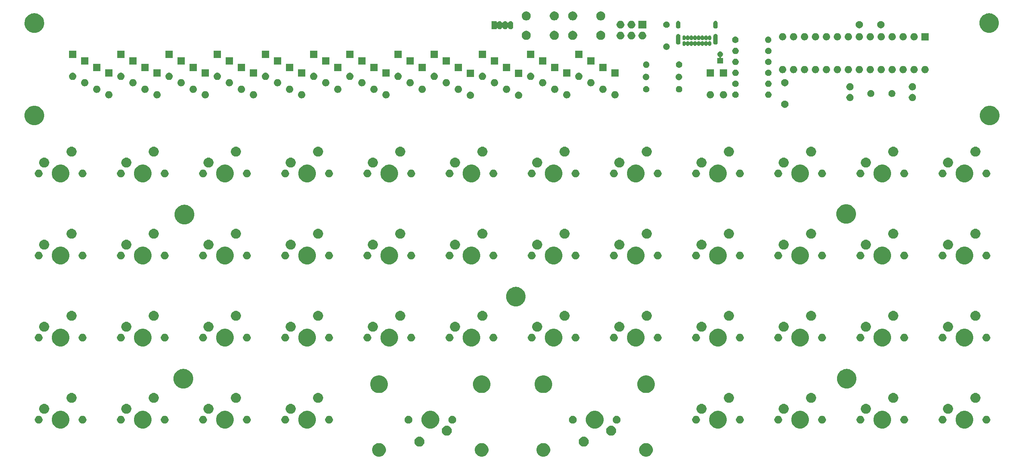
<source format=gbr>
G04 #@! TF.GenerationSoftware,KiCad,Pcbnew,(5.1.4-0-10_14)*
G04 #@! TF.CreationDate,2019-12-01T00:02:32-05:00*
G04 #@! TF.ProjectId,Negligence,4e65676c-6967-4656-9e63-652e6b696361,rev?*
G04 #@! TF.SameCoordinates,Original*
G04 #@! TF.FileFunction,Soldermask,Top*
G04 #@! TF.FilePolarity,Negative*
%FSLAX46Y46*%
G04 Gerber Fmt 4.6, Leading zero omitted, Abs format (unit mm)*
G04 Created by KiCad (PCBNEW (5.1.4-0-10_14)) date 2019-12-01 00:02:32*
%MOMM*%
%LPD*%
G04 APERTURE LIST*
%ADD10C,0.100000*%
G04 APERTURE END LIST*
D10*
G36*
X158816083Y-151489090D02*
G01*
X159044702Y-151534564D01*
X159331516Y-151653367D01*
X159589642Y-151825841D01*
X159809159Y-152045358D01*
X159981633Y-152303484D01*
X160100436Y-152590298D01*
X160161000Y-152894778D01*
X160161000Y-153205222D01*
X160100436Y-153509702D01*
X159981633Y-153796516D01*
X159809159Y-154054642D01*
X159589642Y-154274159D01*
X159331516Y-154446633D01*
X159044702Y-154565436D01*
X158816083Y-154610910D01*
X158740224Y-154626000D01*
X158429776Y-154626000D01*
X158353917Y-154610910D01*
X158125298Y-154565436D01*
X157838484Y-154446633D01*
X157580358Y-154274159D01*
X157360841Y-154054642D01*
X157188367Y-153796516D01*
X157069564Y-153509702D01*
X157009000Y-153205222D01*
X157009000Y-152894778D01*
X157069564Y-152590298D01*
X157188367Y-152303484D01*
X157360841Y-152045358D01*
X157580358Y-151825841D01*
X157838484Y-151653367D01*
X158125298Y-151534564D01*
X158353917Y-151489090D01*
X158429776Y-151474000D01*
X158740224Y-151474000D01*
X158816083Y-151489090D01*
X158816083Y-151489090D01*
G37*
G36*
X135016083Y-151489090D02*
G01*
X135244702Y-151534564D01*
X135531516Y-151653367D01*
X135789642Y-151825841D01*
X136009159Y-152045358D01*
X136181633Y-152303484D01*
X136300436Y-152590298D01*
X136361000Y-152894778D01*
X136361000Y-153205222D01*
X136300436Y-153509702D01*
X136181633Y-153796516D01*
X136009159Y-154054642D01*
X135789642Y-154274159D01*
X135531516Y-154446633D01*
X135244702Y-154565436D01*
X135016083Y-154610910D01*
X134940224Y-154626000D01*
X134629776Y-154626000D01*
X134553917Y-154610910D01*
X134325298Y-154565436D01*
X134038484Y-154446633D01*
X133780358Y-154274159D01*
X133560841Y-154054642D01*
X133388367Y-153796516D01*
X133269564Y-153509702D01*
X133209000Y-153205222D01*
X133209000Y-152894778D01*
X133269564Y-152590298D01*
X133388367Y-152303484D01*
X133560841Y-152045358D01*
X133780358Y-151825841D01*
X134038484Y-151653367D01*
X134325298Y-151534564D01*
X134553917Y-151489090D01*
X134629776Y-151474000D01*
X134940224Y-151474000D01*
X135016083Y-151489090D01*
X135016083Y-151489090D01*
G37*
G36*
X120716083Y-151489090D02*
G01*
X120944702Y-151534564D01*
X121231516Y-151653367D01*
X121489642Y-151825841D01*
X121709159Y-152045358D01*
X121881633Y-152303484D01*
X122000436Y-152590298D01*
X122061000Y-152894778D01*
X122061000Y-153205222D01*
X122000436Y-153509702D01*
X121881633Y-153796516D01*
X121709159Y-154054642D01*
X121489642Y-154274159D01*
X121231516Y-154446633D01*
X120944702Y-154565436D01*
X120716083Y-154610910D01*
X120640224Y-154626000D01*
X120329776Y-154626000D01*
X120253917Y-154610910D01*
X120025298Y-154565436D01*
X119738484Y-154446633D01*
X119480358Y-154274159D01*
X119260841Y-154054642D01*
X119088367Y-153796516D01*
X118969564Y-153509702D01*
X118909000Y-153205222D01*
X118909000Y-152894778D01*
X118969564Y-152590298D01*
X119088367Y-152303484D01*
X119260841Y-152045358D01*
X119480358Y-151825841D01*
X119738484Y-151653367D01*
X120025298Y-151534564D01*
X120253917Y-151489090D01*
X120329776Y-151474000D01*
X120640224Y-151474000D01*
X120716083Y-151489090D01*
X120716083Y-151489090D01*
G37*
G36*
X96916083Y-151489090D02*
G01*
X97144702Y-151534564D01*
X97431516Y-151653367D01*
X97689642Y-151825841D01*
X97909159Y-152045358D01*
X98081633Y-152303484D01*
X98200436Y-152590298D01*
X98261000Y-152894778D01*
X98261000Y-153205222D01*
X98200436Y-153509702D01*
X98081633Y-153796516D01*
X97909159Y-154054642D01*
X97689642Y-154274159D01*
X97431516Y-154446633D01*
X97144702Y-154565436D01*
X96916083Y-154610910D01*
X96840224Y-154626000D01*
X96529776Y-154626000D01*
X96453917Y-154610910D01*
X96225298Y-154565436D01*
X95938484Y-154446633D01*
X95680358Y-154274159D01*
X95460841Y-154054642D01*
X95288367Y-153796516D01*
X95169564Y-153509702D01*
X95109000Y-153205222D01*
X95109000Y-152894778D01*
X95169564Y-152590298D01*
X95288367Y-152303484D01*
X95460841Y-152045358D01*
X95680358Y-151825841D01*
X95938484Y-151653367D01*
X96225298Y-151534564D01*
X96453917Y-151489090D01*
X96529776Y-151474000D01*
X96840224Y-151474000D01*
X96916083Y-151489090D01*
X96916083Y-151489090D01*
G37*
G36*
X144369549Y-150001116D02*
G01*
X144480734Y-150023232D01*
X144690203Y-150109997D01*
X144878720Y-150235960D01*
X145039040Y-150396280D01*
X145165003Y-150584797D01*
X145251768Y-150794266D01*
X145296000Y-151016636D01*
X145296000Y-151243364D01*
X145251768Y-151465734D01*
X145165003Y-151675203D01*
X145039040Y-151863720D01*
X144878720Y-152024040D01*
X144690203Y-152150003D01*
X144480734Y-152236768D01*
X144369549Y-152258884D01*
X144258365Y-152281000D01*
X144031635Y-152281000D01*
X143920451Y-152258884D01*
X143809266Y-152236768D01*
X143599797Y-152150003D01*
X143411280Y-152024040D01*
X143250960Y-151863720D01*
X143124997Y-151675203D01*
X143038232Y-151465734D01*
X142994000Y-151243364D01*
X142994000Y-151016636D01*
X143038232Y-150794266D01*
X143124997Y-150584797D01*
X143250960Y-150396280D01*
X143411280Y-150235960D01*
X143599797Y-150109997D01*
X143809266Y-150023232D01*
X143920451Y-150001116D01*
X144031635Y-149979000D01*
X144258365Y-149979000D01*
X144369549Y-150001116D01*
X144369549Y-150001116D01*
G37*
G36*
X106269549Y-150001116D02*
G01*
X106380734Y-150023232D01*
X106590203Y-150109997D01*
X106778720Y-150235960D01*
X106939040Y-150396280D01*
X107065003Y-150584797D01*
X107151768Y-150794266D01*
X107196000Y-151016636D01*
X107196000Y-151243364D01*
X107151768Y-151465734D01*
X107065003Y-151675203D01*
X106939040Y-151863720D01*
X106778720Y-152024040D01*
X106590203Y-152150003D01*
X106380734Y-152236768D01*
X106269549Y-152258884D01*
X106158365Y-152281000D01*
X105931635Y-152281000D01*
X105820451Y-152258884D01*
X105709266Y-152236768D01*
X105499797Y-152150003D01*
X105311280Y-152024040D01*
X105150960Y-151863720D01*
X105024997Y-151675203D01*
X104938232Y-151465734D01*
X104894000Y-151243364D01*
X104894000Y-151016636D01*
X104938232Y-150794266D01*
X105024997Y-150584797D01*
X105150960Y-150396280D01*
X105311280Y-150235960D01*
X105499797Y-150109997D01*
X105709266Y-150023232D01*
X105820451Y-150001116D01*
X105931635Y-149979000D01*
X106158365Y-149979000D01*
X106269549Y-150001116D01*
X106269549Y-150001116D01*
G37*
G36*
X112619549Y-147461116D02*
G01*
X112730734Y-147483232D01*
X112940203Y-147569997D01*
X113128720Y-147695960D01*
X113289040Y-147856280D01*
X113415003Y-148044797D01*
X113501768Y-148254266D01*
X113546000Y-148476636D01*
X113546000Y-148703364D01*
X113501768Y-148925734D01*
X113415003Y-149135203D01*
X113289040Y-149323720D01*
X113128720Y-149484040D01*
X112940203Y-149610003D01*
X112730734Y-149696768D01*
X112619549Y-149718884D01*
X112508365Y-149741000D01*
X112281635Y-149741000D01*
X112170451Y-149718884D01*
X112059266Y-149696768D01*
X111849797Y-149610003D01*
X111661280Y-149484040D01*
X111500960Y-149323720D01*
X111374997Y-149135203D01*
X111288232Y-148925734D01*
X111244000Y-148703364D01*
X111244000Y-148476636D01*
X111288232Y-148254266D01*
X111374997Y-148044797D01*
X111500960Y-147856280D01*
X111661280Y-147695960D01*
X111849797Y-147569997D01*
X112059266Y-147483232D01*
X112170451Y-147461116D01*
X112281635Y-147439000D01*
X112508365Y-147439000D01*
X112619549Y-147461116D01*
X112619549Y-147461116D01*
G37*
G36*
X150719549Y-147461116D02*
G01*
X150830734Y-147483232D01*
X151040203Y-147569997D01*
X151228720Y-147695960D01*
X151389040Y-147856280D01*
X151515003Y-148044797D01*
X151601768Y-148254266D01*
X151646000Y-148476636D01*
X151646000Y-148703364D01*
X151601768Y-148925734D01*
X151515003Y-149135203D01*
X151389040Y-149323720D01*
X151228720Y-149484040D01*
X151040203Y-149610003D01*
X150830734Y-149696768D01*
X150719549Y-149718884D01*
X150608365Y-149741000D01*
X150381635Y-149741000D01*
X150270451Y-149718884D01*
X150159266Y-149696768D01*
X149949797Y-149610003D01*
X149761280Y-149484040D01*
X149600960Y-149323720D01*
X149474997Y-149135203D01*
X149388232Y-148925734D01*
X149344000Y-148703364D01*
X149344000Y-148476636D01*
X149388232Y-148254266D01*
X149474997Y-148044797D01*
X149600960Y-147856280D01*
X149761280Y-147695960D01*
X149949797Y-147569997D01*
X150159266Y-147483232D01*
X150270451Y-147461116D01*
X150381635Y-147439000D01*
X150608365Y-147439000D01*
X150719549Y-147461116D01*
X150719549Y-147461116D01*
G37*
G36*
X213958254Y-144077818D02*
G01*
X214331511Y-144232426D01*
X214331513Y-144232427D01*
X214667436Y-144456884D01*
X214953116Y-144742564D01*
X215177574Y-145078489D01*
X215332182Y-145451746D01*
X215411000Y-145847993D01*
X215411000Y-146252007D01*
X215332182Y-146648254D01*
X215177574Y-147021511D01*
X215177573Y-147021513D01*
X214953116Y-147357436D01*
X214667436Y-147643116D01*
X214331513Y-147867573D01*
X214331512Y-147867574D01*
X214331511Y-147867574D01*
X213958254Y-148022182D01*
X213562007Y-148101000D01*
X213157993Y-148101000D01*
X212761746Y-148022182D01*
X212388489Y-147867574D01*
X212388488Y-147867574D01*
X212388487Y-147867573D01*
X212052564Y-147643116D01*
X211766884Y-147357436D01*
X211542427Y-147021513D01*
X211542426Y-147021511D01*
X211387818Y-146648254D01*
X211309000Y-146252007D01*
X211309000Y-145847993D01*
X211387818Y-145451746D01*
X211542426Y-145078489D01*
X211766884Y-144742564D01*
X212052564Y-144456884D01*
X212388487Y-144232427D01*
X212388489Y-144232426D01*
X212761746Y-144077818D01*
X213157993Y-143999000D01*
X213562007Y-143999000D01*
X213958254Y-144077818D01*
X213958254Y-144077818D01*
G37*
G36*
X194908254Y-144077818D02*
G01*
X195281511Y-144232426D01*
X195281513Y-144232427D01*
X195617436Y-144456884D01*
X195903116Y-144742564D01*
X196127574Y-145078489D01*
X196282182Y-145451746D01*
X196361000Y-145847993D01*
X196361000Y-146252007D01*
X196282182Y-146648254D01*
X196127574Y-147021511D01*
X196127573Y-147021513D01*
X195903116Y-147357436D01*
X195617436Y-147643116D01*
X195281513Y-147867573D01*
X195281512Y-147867574D01*
X195281511Y-147867574D01*
X194908254Y-148022182D01*
X194512007Y-148101000D01*
X194107993Y-148101000D01*
X193711746Y-148022182D01*
X193338489Y-147867574D01*
X193338488Y-147867574D01*
X193338487Y-147867573D01*
X193002564Y-147643116D01*
X192716884Y-147357436D01*
X192492427Y-147021513D01*
X192492426Y-147021511D01*
X192337818Y-146648254D01*
X192259000Y-146252007D01*
X192259000Y-145847993D01*
X192337818Y-145451746D01*
X192492426Y-145078489D01*
X192716884Y-144742564D01*
X193002564Y-144456884D01*
X193338487Y-144232427D01*
X193338489Y-144232426D01*
X193711746Y-144077818D01*
X194107993Y-143999000D01*
X194512007Y-143999000D01*
X194908254Y-144077818D01*
X194908254Y-144077818D01*
G37*
G36*
X175858254Y-144077818D02*
G01*
X176231511Y-144232426D01*
X176231513Y-144232427D01*
X176567436Y-144456884D01*
X176853116Y-144742564D01*
X177077574Y-145078489D01*
X177232182Y-145451746D01*
X177311000Y-145847993D01*
X177311000Y-146252007D01*
X177232182Y-146648254D01*
X177077574Y-147021511D01*
X177077573Y-147021513D01*
X176853116Y-147357436D01*
X176567436Y-147643116D01*
X176231513Y-147867573D01*
X176231512Y-147867574D01*
X176231511Y-147867574D01*
X175858254Y-148022182D01*
X175462007Y-148101000D01*
X175057993Y-148101000D01*
X174661746Y-148022182D01*
X174288489Y-147867574D01*
X174288488Y-147867574D01*
X174288487Y-147867573D01*
X173952564Y-147643116D01*
X173666884Y-147357436D01*
X173442427Y-147021513D01*
X173442426Y-147021511D01*
X173287818Y-146648254D01*
X173209000Y-146252007D01*
X173209000Y-145847993D01*
X173287818Y-145451746D01*
X173442426Y-145078489D01*
X173666884Y-144742564D01*
X173952564Y-144456884D01*
X174288487Y-144232427D01*
X174288489Y-144232426D01*
X174661746Y-144077818D01*
X175057993Y-143999000D01*
X175462007Y-143999000D01*
X175858254Y-144077818D01*
X175858254Y-144077818D01*
G37*
G36*
X147283254Y-144077818D02*
G01*
X147656511Y-144232426D01*
X147656513Y-144232427D01*
X147992436Y-144456884D01*
X148278116Y-144742564D01*
X148502574Y-145078489D01*
X148657182Y-145451746D01*
X148736000Y-145847993D01*
X148736000Y-146252007D01*
X148657182Y-146648254D01*
X148502574Y-147021511D01*
X148502573Y-147021513D01*
X148278116Y-147357436D01*
X147992436Y-147643116D01*
X147656513Y-147867573D01*
X147656512Y-147867574D01*
X147656511Y-147867574D01*
X147283254Y-148022182D01*
X146887007Y-148101000D01*
X146482993Y-148101000D01*
X146086746Y-148022182D01*
X145713489Y-147867574D01*
X145713488Y-147867574D01*
X145713487Y-147867573D01*
X145377564Y-147643116D01*
X145091884Y-147357436D01*
X144867427Y-147021513D01*
X144867426Y-147021511D01*
X144712818Y-146648254D01*
X144634000Y-146252007D01*
X144634000Y-145847993D01*
X144712818Y-145451746D01*
X144867426Y-145078489D01*
X145091884Y-144742564D01*
X145377564Y-144456884D01*
X145713487Y-144232427D01*
X145713489Y-144232426D01*
X146086746Y-144077818D01*
X146482993Y-143999000D01*
X146887007Y-143999000D01*
X147283254Y-144077818D01*
X147283254Y-144077818D01*
G37*
G36*
X109183254Y-144077818D02*
G01*
X109556511Y-144232426D01*
X109556513Y-144232427D01*
X109892436Y-144456884D01*
X110178116Y-144742564D01*
X110402574Y-145078489D01*
X110557182Y-145451746D01*
X110636000Y-145847993D01*
X110636000Y-146252007D01*
X110557182Y-146648254D01*
X110402574Y-147021511D01*
X110402573Y-147021513D01*
X110178116Y-147357436D01*
X109892436Y-147643116D01*
X109556513Y-147867573D01*
X109556512Y-147867574D01*
X109556511Y-147867574D01*
X109183254Y-148022182D01*
X108787007Y-148101000D01*
X108382993Y-148101000D01*
X107986746Y-148022182D01*
X107613489Y-147867574D01*
X107613488Y-147867574D01*
X107613487Y-147867573D01*
X107277564Y-147643116D01*
X106991884Y-147357436D01*
X106767427Y-147021513D01*
X106767426Y-147021511D01*
X106612818Y-146648254D01*
X106534000Y-146252007D01*
X106534000Y-145847993D01*
X106612818Y-145451746D01*
X106767426Y-145078489D01*
X106991884Y-144742564D01*
X107277564Y-144456884D01*
X107613487Y-144232427D01*
X107613489Y-144232426D01*
X107986746Y-144077818D01*
X108382993Y-143999000D01*
X108787007Y-143999000D01*
X109183254Y-144077818D01*
X109183254Y-144077818D01*
G37*
G36*
X80608254Y-144077818D02*
G01*
X80981511Y-144232426D01*
X80981513Y-144232427D01*
X81317436Y-144456884D01*
X81603116Y-144742564D01*
X81827574Y-145078489D01*
X81982182Y-145451746D01*
X82061000Y-145847993D01*
X82061000Y-146252007D01*
X81982182Y-146648254D01*
X81827574Y-147021511D01*
X81827573Y-147021513D01*
X81603116Y-147357436D01*
X81317436Y-147643116D01*
X80981513Y-147867573D01*
X80981512Y-147867574D01*
X80981511Y-147867574D01*
X80608254Y-148022182D01*
X80212007Y-148101000D01*
X79807993Y-148101000D01*
X79411746Y-148022182D01*
X79038489Y-147867574D01*
X79038488Y-147867574D01*
X79038487Y-147867573D01*
X78702564Y-147643116D01*
X78416884Y-147357436D01*
X78192427Y-147021513D01*
X78192426Y-147021511D01*
X78037818Y-146648254D01*
X77959000Y-146252007D01*
X77959000Y-145847993D01*
X78037818Y-145451746D01*
X78192426Y-145078489D01*
X78416884Y-144742564D01*
X78702564Y-144456884D01*
X79038487Y-144232427D01*
X79038489Y-144232426D01*
X79411746Y-144077818D01*
X79807993Y-143999000D01*
X80212007Y-143999000D01*
X80608254Y-144077818D01*
X80608254Y-144077818D01*
G37*
G36*
X61558254Y-144077818D02*
G01*
X61931511Y-144232426D01*
X61931513Y-144232427D01*
X62267436Y-144456884D01*
X62553116Y-144742564D01*
X62777574Y-145078489D01*
X62932182Y-145451746D01*
X63011000Y-145847993D01*
X63011000Y-146252007D01*
X62932182Y-146648254D01*
X62777574Y-147021511D01*
X62777573Y-147021513D01*
X62553116Y-147357436D01*
X62267436Y-147643116D01*
X61931513Y-147867573D01*
X61931512Y-147867574D01*
X61931511Y-147867574D01*
X61558254Y-148022182D01*
X61162007Y-148101000D01*
X60757993Y-148101000D01*
X60361746Y-148022182D01*
X59988489Y-147867574D01*
X59988488Y-147867574D01*
X59988487Y-147867573D01*
X59652564Y-147643116D01*
X59366884Y-147357436D01*
X59142427Y-147021513D01*
X59142426Y-147021511D01*
X58987818Y-146648254D01*
X58909000Y-146252007D01*
X58909000Y-145847993D01*
X58987818Y-145451746D01*
X59142426Y-145078489D01*
X59366884Y-144742564D01*
X59652564Y-144456884D01*
X59988487Y-144232427D01*
X59988489Y-144232426D01*
X60361746Y-144077818D01*
X60757993Y-143999000D01*
X61162007Y-143999000D01*
X61558254Y-144077818D01*
X61558254Y-144077818D01*
G37*
G36*
X42508254Y-144077818D02*
G01*
X42881511Y-144232426D01*
X42881513Y-144232427D01*
X43217436Y-144456884D01*
X43503116Y-144742564D01*
X43727574Y-145078489D01*
X43882182Y-145451746D01*
X43961000Y-145847993D01*
X43961000Y-146252007D01*
X43882182Y-146648254D01*
X43727574Y-147021511D01*
X43727573Y-147021513D01*
X43503116Y-147357436D01*
X43217436Y-147643116D01*
X42881513Y-147867573D01*
X42881512Y-147867574D01*
X42881511Y-147867574D01*
X42508254Y-148022182D01*
X42112007Y-148101000D01*
X41707993Y-148101000D01*
X41311746Y-148022182D01*
X40938489Y-147867574D01*
X40938488Y-147867574D01*
X40938487Y-147867573D01*
X40602564Y-147643116D01*
X40316884Y-147357436D01*
X40092427Y-147021513D01*
X40092426Y-147021511D01*
X39937818Y-146648254D01*
X39859000Y-146252007D01*
X39859000Y-145847993D01*
X39937818Y-145451746D01*
X40092426Y-145078489D01*
X40316884Y-144742564D01*
X40602564Y-144456884D01*
X40938487Y-144232427D01*
X40938489Y-144232426D01*
X41311746Y-144077818D01*
X41707993Y-143999000D01*
X42112007Y-143999000D01*
X42508254Y-144077818D01*
X42508254Y-144077818D01*
G37*
G36*
X23458254Y-144077818D02*
G01*
X23831511Y-144232426D01*
X23831513Y-144232427D01*
X24167436Y-144456884D01*
X24453116Y-144742564D01*
X24677574Y-145078489D01*
X24832182Y-145451746D01*
X24911000Y-145847993D01*
X24911000Y-146252007D01*
X24832182Y-146648254D01*
X24677574Y-147021511D01*
X24677573Y-147021513D01*
X24453116Y-147357436D01*
X24167436Y-147643116D01*
X23831513Y-147867573D01*
X23831512Y-147867574D01*
X23831511Y-147867574D01*
X23458254Y-148022182D01*
X23062007Y-148101000D01*
X22657993Y-148101000D01*
X22261746Y-148022182D01*
X21888489Y-147867574D01*
X21888488Y-147867574D01*
X21888487Y-147867573D01*
X21552564Y-147643116D01*
X21266884Y-147357436D01*
X21042427Y-147021513D01*
X21042426Y-147021511D01*
X20887818Y-146648254D01*
X20809000Y-146252007D01*
X20809000Y-145847993D01*
X20887818Y-145451746D01*
X21042426Y-145078489D01*
X21266884Y-144742564D01*
X21552564Y-144456884D01*
X21888487Y-144232427D01*
X21888489Y-144232426D01*
X22261746Y-144077818D01*
X22657993Y-143999000D01*
X23062007Y-143999000D01*
X23458254Y-144077818D01*
X23458254Y-144077818D01*
G37*
G36*
X233008254Y-144077818D02*
G01*
X233381511Y-144232426D01*
X233381513Y-144232427D01*
X233717436Y-144456884D01*
X234003116Y-144742564D01*
X234227574Y-145078489D01*
X234382182Y-145451746D01*
X234461000Y-145847993D01*
X234461000Y-146252007D01*
X234382182Y-146648254D01*
X234227574Y-147021511D01*
X234227573Y-147021513D01*
X234003116Y-147357436D01*
X233717436Y-147643116D01*
X233381513Y-147867573D01*
X233381512Y-147867574D01*
X233381511Y-147867574D01*
X233008254Y-148022182D01*
X232612007Y-148101000D01*
X232207993Y-148101000D01*
X231811746Y-148022182D01*
X231438489Y-147867574D01*
X231438488Y-147867574D01*
X231438487Y-147867573D01*
X231102564Y-147643116D01*
X230816884Y-147357436D01*
X230592427Y-147021513D01*
X230592426Y-147021511D01*
X230437818Y-146648254D01*
X230359000Y-146252007D01*
X230359000Y-145847993D01*
X230437818Y-145451746D01*
X230592426Y-145078489D01*
X230816884Y-144742564D01*
X231102564Y-144456884D01*
X231438487Y-144232427D01*
X231438489Y-144232426D01*
X231811746Y-144077818D01*
X232207993Y-143999000D01*
X232612007Y-143999000D01*
X233008254Y-144077818D01*
X233008254Y-144077818D01*
G37*
G36*
X28053512Y-145153927D02*
G01*
X28202812Y-145183624D01*
X28366784Y-145251544D01*
X28514354Y-145350147D01*
X28639853Y-145475646D01*
X28738456Y-145623216D01*
X28806376Y-145787188D01*
X28841000Y-145961259D01*
X28841000Y-146138741D01*
X28806376Y-146312812D01*
X28738456Y-146476784D01*
X28639853Y-146624354D01*
X28514354Y-146749853D01*
X28366784Y-146848456D01*
X28202812Y-146916376D01*
X28053512Y-146946073D01*
X28028742Y-146951000D01*
X27851258Y-146951000D01*
X27826488Y-146946073D01*
X27677188Y-146916376D01*
X27513216Y-146848456D01*
X27365646Y-146749853D01*
X27240147Y-146624354D01*
X27141544Y-146476784D01*
X27073624Y-146312812D01*
X27039000Y-146138741D01*
X27039000Y-145961259D01*
X27073624Y-145787188D01*
X27141544Y-145623216D01*
X27240147Y-145475646D01*
X27365646Y-145350147D01*
X27513216Y-145251544D01*
X27677188Y-145183624D01*
X27826488Y-145153927D01*
X27851258Y-145149000D01*
X28028742Y-145149000D01*
X28053512Y-145153927D01*
X28053512Y-145153927D01*
G37*
G36*
X17893512Y-145153927D02*
G01*
X18042812Y-145183624D01*
X18206784Y-145251544D01*
X18354354Y-145350147D01*
X18479853Y-145475646D01*
X18578456Y-145623216D01*
X18646376Y-145787188D01*
X18681000Y-145961259D01*
X18681000Y-146138741D01*
X18646376Y-146312812D01*
X18578456Y-146476784D01*
X18479853Y-146624354D01*
X18354354Y-146749853D01*
X18206784Y-146848456D01*
X18042812Y-146916376D01*
X17893512Y-146946073D01*
X17868742Y-146951000D01*
X17691258Y-146951000D01*
X17666488Y-146946073D01*
X17517188Y-146916376D01*
X17353216Y-146848456D01*
X17205646Y-146749853D01*
X17080147Y-146624354D01*
X16981544Y-146476784D01*
X16913624Y-146312812D01*
X16879000Y-146138741D01*
X16879000Y-145961259D01*
X16913624Y-145787188D01*
X16981544Y-145623216D01*
X17080147Y-145475646D01*
X17205646Y-145350147D01*
X17353216Y-145251544D01*
X17517188Y-145183624D01*
X17666488Y-145153927D01*
X17691258Y-145149000D01*
X17868742Y-145149000D01*
X17893512Y-145153927D01*
X17893512Y-145153927D01*
G37*
G36*
X237603512Y-145153927D02*
G01*
X237752812Y-145183624D01*
X237916784Y-145251544D01*
X238064354Y-145350147D01*
X238189853Y-145475646D01*
X238288456Y-145623216D01*
X238356376Y-145787188D01*
X238391000Y-145961259D01*
X238391000Y-146138741D01*
X238356376Y-146312812D01*
X238288456Y-146476784D01*
X238189853Y-146624354D01*
X238064354Y-146749853D01*
X237916784Y-146848456D01*
X237752812Y-146916376D01*
X237603512Y-146946073D01*
X237578742Y-146951000D01*
X237401258Y-146951000D01*
X237376488Y-146946073D01*
X237227188Y-146916376D01*
X237063216Y-146848456D01*
X236915646Y-146749853D01*
X236790147Y-146624354D01*
X236691544Y-146476784D01*
X236623624Y-146312812D01*
X236589000Y-146138741D01*
X236589000Y-145961259D01*
X236623624Y-145787188D01*
X236691544Y-145623216D01*
X236790147Y-145475646D01*
X236915646Y-145350147D01*
X237063216Y-145251544D01*
X237227188Y-145183624D01*
X237376488Y-145153927D01*
X237401258Y-145149000D01*
X237578742Y-145149000D01*
X237603512Y-145153927D01*
X237603512Y-145153927D01*
G37*
G36*
X47103512Y-145153927D02*
G01*
X47252812Y-145183624D01*
X47416784Y-145251544D01*
X47564354Y-145350147D01*
X47689853Y-145475646D01*
X47788456Y-145623216D01*
X47856376Y-145787188D01*
X47891000Y-145961259D01*
X47891000Y-146138741D01*
X47856376Y-146312812D01*
X47788456Y-146476784D01*
X47689853Y-146624354D01*
X47564354Y-146749853D01*
X47416784Y-146848456D01*
X47252812Y-146916376D01*
X47103512Y-146946073D01*
X47078742Y-146951000D01*
X46901258Y-146951000D01*
X46876488Y-146946073D01*
X46727188Y-146916376D01*
X46563216Y-146848456D01*
X46415646Y-146749853D01*
X46290147Y-146624354D01*
X46191544Y-146476784D01*
X46123624Y-146312812D01*
X46089000Y-146138741D01*
X46089000Y-145961259D01*
X46123624Y-145787188D01*
X46191544Y-145623216D01*
X46290147Y-145475646D01*
X46415646Y-145350147D01*
X46563216Y-145251544D01*
X46727188Y-145183624D01*
X46876488Y-145153927D01*
X46901258Y-145149000D01*
X47078742Y-145149000D01*
X47103512Y-145153927D01*
X47103512Y-145153927D01*
G37*
G36*
X36943512Y-145153927D02*
G01*
X37092812Y-145183624D01*
X37256784Y-145251544D01*
X37404354Y-145350147D01*
X37529853Y-145475646D01*
X37628456Y-145623216D01*
X37696376Y-145787188D01*
X37731000Y-145961259D01*
X37731000Y-146138741D01*
X37696376Y-146312812D01*
X37628456Y-146476784D01*
X37529853Y-146624354D01*
X37404354Y-146749853D01*
X37256784Y-146848456D01*
X37092812Y-146916376D01*
X36943512Y-146946073D01*
X36918742Y-146951000D01*
X36741258Y-146951000D01*
X36716488Y-146946073D01*
X36567188Y-146916376D01*
X36403216Y-146848456D01*
X36255646Y-146749853D01*
X36130147Y-146624354D01*
X36031544Y-146476784D01*
X35963624Y-146312812D01*
X35929000Y-146138741D01*
X35929000Y-145961259D01*
X35963624Y-145787188D01*
X36031544Y-145623216D01*
X36130147Y-145475646D01*
X36255646Y-145350147D01*
X36403216Y-145251544D01*
X36567188Y-145183624D01*
X36716488Y-145153927D01*
X36741258Y-145149000D01*
X36918742Y-145149000D01*
X36943512Y-145153927D01*
X36943512Y-145153927D01*
G37*
G36*
X227443512Y-145153927D02*
G01*
X227592812Y-145183624D01*
X227756784Y-145251544D01*
X227904354Y-145350147D01*
X228029853Y-145475646D01*
X228128456Y-145623216D01*
X228196376Y-145787188D01*
X228231000Y-145961259D01*
X228231000Y-146138741D01*
X228196376Y-146312812D01*
X228128456Y-146476784D01*
X228029853Y-146624354D01*
X227904354Y-146749853D01*
X227756784Y-146848456D01*
X227592812Y-146916376D01*
X227443512Y-146946073D01*
X227418742Y-146951000D01*
X227241258Y-146951000D01*
X227216488Y-146946073D01*
X227067188Y-146916376D01*
X226903216Y-146848456D01*
X226755646Y-146749853D01*
X226630147Y-146624354D01*
X226531544Y-146476784D01*
X226463624Y-146312812D01*
X226429000Y-146138741D01*
X226429000Y-145961259D01*
X226463624Y-145787188D01*
X226531544Y-145623216D01*
X226630147Y-145475646D01*
X226755646Y-145350147D01*
X226903216Y-145251544D01*
X227067188Y-145183624D01*
X227216488Y-145153927D01*
X227241258Y-145149000D01*
X227418742Y-145149000D01*
X227443512Y-145153927D01*
X227443512Y-145153927D01*
G37*
G36*
X66153512Y-145153927D02*
G01*
X66302812Y-145183624D01*
X66466784Y-145251544D01*
X66614354Y-145350147D01*
X66739853Y-145475646D01*
X66838456Y-145623216D01*
X66906376Y-145787188D01*
X66941000Y-145961259D01*
X66941000Y-146138741D01*
X66906376Y-146312812D01*
X66838456Y-146476784D01*
X66739853Y-146624354D01*
X66614354Y-146749853D01*
X66466784Y-146848456D01*
X66302812Y-146916376D01*
X66153512Y-146946073D01*
X66128742Y-146951000D01*
X65951258Y-146951000D01*
X65926488Y-146946073D01*
X65777188Y-146916376D01*
X65613216Y-146848456D01*
X65465646Y-146749853D01*
X65340147Y-146624354D01*
X65241544Y-146476784D01*
X65173624Y-146312812D01*
X65139000Y-146138741D01*
X65139000Y-145961259D01*
X65173624Y-145787188D01*
X65241544Y-145623216D01*
X65340147Y-145475646D01*
X65465646Y-145350147D01*
X65613216Y-145251544D01*
X65777188Y-145183624D01*
X65926488Y-145153927D01*
X65951258Y-145149000D01*
X66128742Y-145149000D01*
X66153512Y-145153927D01*
X66153512Y-145153927D01*
G37*
G36*
X55993512Y-145153927D02*
G01*
X56142812Y-145183624D01*
X56306784Y-145251544D01*
X56454354Y-145350147D01*
X56579853Y-145475646D01*
X56678456Y-145623216D01*
X56746376Y-145787188D01*
X56781000Y-145961259D01*
X56781000Y-146138741D01*
X56746376Y-146312812D01*
X56678456Y-146476784D01*
X56579853Y-146624354D01*
X56454354Y-146749853D01*
X56306784Y-146848456D01*
X56142812Y-146916376D01*
X55993512Y-146946073D01*
X55968742Y-146951000D01*
X55791258Y-146951000D01*
X55766488Y-146946073D01*
X55617188Y-146916376D01*
X55453216Y-146848456D01*
X55305646Y-146749853D01*
X55180147Y-146624354D01*
X55081544Y-146476784D01*
X55013624Y-146312812D01*
X54979000Y-146138741D01*
X54979000Y-145961259D01*
X55013624Y-145787188D01*
X55081544Y-145623216D01*
X55180147Y-145475646D01*
X55305646Y-145350147D01*
X55453216Y-145251544D01*
X55617188Y-145183624D01*
X55766488Y-145153927D01*
X55791258Y-145149000D01*
X55968742Y-145149000D01*
X55993512Y-145153927D01*
X55993512Y-145153927D01*
G37*
G36*
X218553512Y-145153927D02*
G01*
X218702812Y-145183624D01*
X218866784Y-145251544D01*
X219014354Y-145350147D01*
X219139853Y-145475646D01*
X219238456Y-145623216D01*
X219306376Y-145787188D01*
X219341000Y-145961259D01*
X219341000Y-146138741D01*
X219306376Y-146312812D01*
X219238456Y-146476784D01*
X219139853Y-146624354D01*
X219014354Y-146749853D01*
X218866784Y-146848456D01*
X218702812Y-146916376D01*
X218553512Y-146946073D01*
X218528742Y-146951000D01*
X218351258Y-146951000D01*
X218326488Y-146946073D01*
X218177188Y-146916376D01*
X218013216Y-146848456D01*
X217865646Y-146749853D01*
X217740147Y-146624354D01*
X217641544Y-146476784D01*
X217573624Y-146312812D01*
X217539000Y-146138741D01*
X217539000Y-145961259D01*
X217573624Y-145787188D01*
X217641544Y-145623216D01*
X217740147Y-145475646D01*
X217865646Y-145350147D01*
X218013216Y-145251544D01*
X218177188Y-145183624D01*
X218326488Y-145153927D01*
X218351258Y-145149000D01*
X218528742Y-145149000D01*
X218553512Y-145153927D01*
X218553512Y-145153927D01*
G37*
G36*
X85203512Y-145153927D02*
G01*
X85352812Y-145183624D01*
X85516784Y-145251544D01*
X85664354Y-145350147D01*
X85789853Y-145475646D01*
X85888456Y-145623216D01*
X85956376Y-145787188D01*
X85991000Y-145961259D01*
X85991000Y-146138741D01*
X85956376Y-146312812D01*
X85888456Y-146476784D01*
X85789853Y-146624354D01*
X85664354Y-146749853D01*
X85516784Y-146848456D01*
X85352812Y-146916376D01*
X85203512Y-146946073D01*
X85178742Y-146951000D01*
X85001258Y-146951000D01*
X84976488Y-146946073D01*
X84827188Y-146916376D01*
X84663216Y-146848456D01*
X84515646Y-146749853D01*
X84390147Y-146624354D01*
X84291544Y-146476784D01*
X84223624Y-146312812D01*
X84189000Y-146138741D01*
X84189000Y-145961259D01*
X84223624Y-145787188D01*
X84291544Y-145623216D01*
X84390147Y-145475646D01*
X84515646Y-145350147D01*
X84663216Y-145251544D01*
X84827188Y-145183624D01*
X84976488Y-145153927D01*
X85001258Y-145149000D01*
X85178742Y-145149000D01*
X85203512Y-145153927D01*
X85203512Y-145153927D01*
G37*
G36*
X75043512Y-145153927D02*
G01*
X75192812Y-145183624D01*
X75356784Y-145251544D01*
X75504354Y-145350147D01*
X75629853Y-145475646D01*
X75728456Y-145623216D01*
X75796376Y-145787188D01*
X75831000Y-145961259D01*
X75831000Y-146138741D01*
X75796376Y-146312812D01*
X75728456Y-146476784D01*
X75629853Y-146624354D01*
X75504354Y-146749853D01*
X75356784Y-146848456D01*
X75192812Y-146916376D01*
X75043512Y-146946073D01*
X75018742Y-146951000D01*
X74841258Y-146951000D01*
X74816488Y-146946073D01*
X74667188Y-146916376D01*
X74503216Y-146848456D01*
X74355646Y-146749853D01*
X74230147Y-146624354D01*
X74131544Y-146476784D01*
X74063624Y-146312812D01*
X74029000Y-146138741D01*
X74029000Y-145961259D01*
X74063624Y-145787188D01*
X74131544Y-145623216D01*
X74230147Y-145475646D01*
X74355646Y-145350147D01*
X74503216Y-145251544D01*
X74667188Y-145183624D01*
X74816488Y-145153927D01*
X74841258Y-145149000D01*
X75018742Y-145149000D01*
X75043512Y-145153927D01*
X75043512Y-145153927D01*
G37*
G36*
X208393512Y-145153927D02*
G01*
X208542812Y-145183624D01*
X208706784Y-145251544D01*
X208854354Y-145350147D01*
X208979853Y-145475646D01*
X209078456Y-145623216D01*
X209146376Y-145787188D01*
X209181000Y-145961259D01*
X209181000Y-146138741D01*
X209146376Y-146312812D01*
X209078456Y-146476784D01*
X208979853Y-146624354D01*
X208854354Y-146749853D01*
X208706784Y-146848456D01*
X208542812Y-146916376D01*
X208393512Y-146946073D01*
X208368742Y-146951000D01*
X208191258Y-146951000D01*
X208166488Y-146946073D01*
X208017188Y-146916376D01*
X207853216Y-146848456D01*
X207705646Y-146749853D01*
X207580147Y-146624354D01*
X207481544Y-146476784D01*
X207413624Y-146312812D01*
X207379000Y-146138741D01*
X207379000Y-145961259D01*
X207413624Y-145787188D01*
X207481544Y-145623216D01*
X207580147Y-145475646D01*
X207705646Y-145350147D01*
X207853216Y-145251544D01*
X208017188Y-145183624D01*
X208166488Y-145153927D01*
X208191258Y-145149000D01*
X208368742Y-145149000D01*
X208393512Y-145153927D01*
X208393512Y-145153927D01*
G37*
G36*
X180453512Y-145153927D02*
G01*
X180602812Y-145183624D01*
X180766784Y-145251544D01*
X180914354Y-145350147D01*
X181039853Y-145475646D01*
X181138456Y-145623216D01*
X181206376Y-145787188D01*
X181241000Y-145961259D01*
X181241000Y-146138741D01*
X181206376Y-146312812D01*
X181138456Y-146476784D01*
X181039853Y-146624354D01*
X180914354Y-146749853D01*
X180766784Y-146848456D01*
X180602812Y-146916376D01*
X180453512Y-146946073D01*
X180428742Y-146951000D01*
X180251258Y-146951000D01*
X180226488Y-146946073D01*
X180077188Y-146916376D01*
X179913216Y-146848456D01*
X179765646Y-146749853D01*
X179640147Y-146624354D01*
X179541544Y-146476784D01*
X179473624Y-146312812D01*
X179439000Y-146138741D01*
X179439000Y-145961259D01*
X179473624Y-145787188D01*
X179541544Y-145623216D01*
X179640147Y-145475646D01*
X179765646Y-145350147D01*
X179913216Y-145251544D01*
X180077188Y-145183624D01*
X180226488Y-145153927D01*
X180251258Y-145149000D01*
X180428742Y-145149000D01*
X180453512Y-145153927D01*
X180453512Y-145153927D01*
G37*
G36*
X170293512Y-145153927D02*
G01*
X170442812Y-145183624D01*
X170606784Y-145251544D01*
X170754354Y-145350147D01*
X170879853Y-145475646D01*
X170978456Y-145623216D01*
X171046376Y-145787188D01*
X171081000Y-145961259D01*
X171081000Y-146138741D01*
X171046376Y-146312812D01*
X170978456Y-146476784D01*
X170879853Y-146624354D01*
X170754354Y-146749853D01*
X170606784Y-146848456D01*
X170442812Y-146916376D01*
X170293512Y-146946073D01*
X170268742Y-146951000D01*
X170091258Y-146951000D01*
X170066488Y-146946073D01*
X169917188Y-146916376D01*
X169753216Y-146848456D01*
X169605646Y-146749853D01*
X169480147Y-146624354D01*
X169381544Y-146476784D01*
X169313624Y-146312812D01*
X169279000Y-146138741D01*
X169279000Y-145961259D01*
X169313624Y-145787188D01*
X169381544Y-145623216D01*
X169480147Y-145475646D01*
X169605646Y-145350147D01*
X169753216Y-145251544D01*
X169917188Y-145183624D01*
X170066488Y-145153927D01*
X170091258Y-145149000D01*
X170268742Y-145149000D01*
X170293512Y-145153927D01*
X170293512Y-145153927D01*
G37*
G36*
X199503512Y-145153927D02*
G01*
X199652812Y-145183624D01*
X199816784Y-145251544D01*
X199964354Y-145350147D01*
X200089853Y-145475646D01*
X200188456Y-145623216D01*
X200256376Y-145787188D01*
X200291000Y-145961259D01*
X200291000Y-146138741D01*
X200256376Y-146312812D01*
X200188456Y-146476784D01*
X200089853Y-146624354D01*
X199964354Y-146749853D01*
X199816784Y-146848456D01*
X199652812Y-146916376D01*
X199503512Y-146946073D01*
X199478742Y-146951000D01*
X199301258Y-146951000D01*
X199276488Y-146946073D01*
X199127188Y-146916376D01*
X198963216Y-146848456D01*
X198815646Y-146749853D01*
X198690147Y-146624354D01*
X198591544Y-146476784D01*
X198523624Y-146312812D01*
X198489000Y-146138741D01*
X198489000Y-145961259D01*
X198523624Y-145787188D01*
X198591544Y-145623216D01*
X198690147Y-145475646D01*
X198815646Y-145350147D01*
X198963216Y-145251544D01*
X199127188Y-145183624D01*
X199276488Y-145153927D01*
X199301258Y-145149000D01*
X199478742Y-145149000D01*
X199503512Y-145153927D01*
X199503512Y-145153927D01*
G37*
G36*
X189343512Y-145153927D02*
G01*
X189492812Y-145183624D01*
X189656784Y-145251544D01*
X189804354Y-145350147D01*
X189929853Y-145475646D01*
X190028456Y-145623216D01*
X190096376Y-145787188D01*
X190131000Y-145961259D01*
X190131000Y-146138741D01*
X190096376Y-146312812D01*
X190028456Y-146476784D01*
X189929853Y-146624354D01*
X189804354Y-146749853D01*
X189656784Y-146848456D01*
X189492812Y-146916376D01*
X189343512Y-146946073D01*
X189318742Y-146951000D01*
X189141258Y-146951000D01*
X189116488Y-146946073D01*
X188967188Y-146916376D01*
X188803216Y-146848456D01*
X188655646Y-146749853D01*
X188530147Y-146624354D01*
X188431544Y-146476784D01*
X188363624Y-146312812D01*
X188329000Y-146138741D01*
X188329000Y-145961259D01*
X188363624Y-145787188D01*
X188431544Y-145623216D01*
X188530147Y-145475646D01*
X188655646Y-145350147D01*
X188803216Y-145251544D01*
X188967188Y-145183624D01*
X189116488Y-145153927D01*
X189141258Y-145149000D01*
X189318742Y-145149000D01*
X189343512Y-145153927D01*
X189343512Y-145153927D01*
G37*
G36*
X151878512Y-145153927D02*
G01*
X152027812Y-145183624D01*
X152191784Y-145251544D01*
X152339354Y-145350147D01*
X152464853Y-145475646D01*
X152563456Y-145623216D01*
X152631376Y-145787188D01*
X152666000Y-145961259D01*
X152666000Y-146138741D01*
X152631376Y-146312812D01*
X152563456Y-146476784D01*
X152464853Y-146624354D01*
X152339354Y-146749853D01*
X152191784Y-146848456D01*
X152027812Y-146916376D01*
X151878512Y-146946073D01*
X151853742Y-146951000D01*
X151676258Y-146951000D01*
X151651488Y-146946073D01*
X151502188Y-146916376D01*
X151338216Y-146848456D01*
X151190646Y-146749853D01*
X151065147Y-146624354D01*
X150966544Y-146476784D01*
X150898624Y-146312812D01*
X150864000Y-146138741D01*
X150864000Y-145961259D01*
X150898624Y-145787188D01*
X150966544Y-145623216D01*
X151065147Y-145475646D01*
X151190646Y-145350147D01*
X151338216Y-145251544D01*
X151502188Y-145183624D01*
X151651488Y-145153927D01*
X151676258Y-145149000D01*
X151853742Y-145149000D01*
X151878512Y-145153927D01*
X151878512Y-145153927D01*
G37*
G36*
X141718512Y-145153927D02*
G01*
X141867812Y-145183624D01*
X142031784Y-145251544D01*
X142179354Y-145350147D01*
X142304853Y-145475646D01*
X142403456Y-145623216D01*
X142471376Y-145787188D01*
X142506000Y-145961259D01*
X142506000Y-146138741D01*
X142471376Y-146312812D01*
X142403456Y-146476784D01*
X142304853Y-146624354D01*
X142179354Y-146749853D01*
X142031784Y-146848456D01*
X141867812Y-146916376D01*
X141718512Y-146946073D01*
X141693742Y-146951000D01*
X141516258Y-146951000D01*
X141491488Y-146946073D01*
X141342188Y-146916376D01*
X141178216Y-146848456D01*
X141030646Y-146749853D01*
X140905147Y-146624354D01*
X140806544Y-146476784D01*
X140738624Y-146312812D01*
X140704000Y-146138741D01*
X140704000Y-145961259D01*
X140738624Y-145787188D01*
X140806544Y-145623216D01*
X140905147Y-145475646D01*
X141030646Y-145350147D01*
X141178216Y-145251544D01*
X141342188Y-145183624D01*
X141491488Y-145153927D01*
X141516258Y-145149000D01*
X141693742Y-145149000D01*
X141718512Y-145153927D01*
X141718512Y-145153927D01*
G37*
G36*
X103618512Y-145153927D02*
G01*
X103767812Y-145183624D01*
X103931784Y-145251544D01*
X104079354Y-145350147D01*
X104204853Y-145475646D01*
X104303456Y-145623216D01*
X104371376Y-145787188D01*
X104406000Y-145961259D01*
X104406000Y-146138741D01*
X104371376Y-146312812D01*
X104303456Y-146476784D01*
X104204853Y-146624354D01*
X104079354Y-146749853D01*
X103931784Y-146848456D01*
X103767812Y-146916376D01*
X103618512Y-146946073D01*
X103593742Y-146951000D01*
X103416258Y-146951000D01*
X103391488Y-146946073D01*
X103242188Y-146916376D01*
X103078216Y-146848456D01*
X102930646Y-146749853D01*
X102805147Y-146624354D01*
X102706544Y-146476784D01*
X102638624Y-146312812D01*
X102604000Y-146138741D01*
X102604000Y-145961259D01*
X102638624Y-145787188D01*
X102706544Y-145623216D01*
X102805147Y-145475646D01*
X102930646Y-145350147D01*
X103078216Y-145251544D01*
X103242188Y-145183624D01*
X103391488Y-145153927D01*
X103416258Y-145149000D01*
X103593742Y-145149000D01*
X103618512Y-145153927D01*
X103618512Y-145153927D01*
G37*
G36*
X113778512Y-145153927D02*
G01*
X113927812Y-145183624D01*
X114091784Y-145251544D01*
X114239354Y-145350147D01*
X114364853Y-145475646D01*
X114463456Y-145623216D01*
X114531376Y-145787188D01*
X114566000Y-145961259D01*
X114566000Y-146138741D01*
X114531376Y-146312812D01*
X114463456Y-146476784D01*
X114364853Y-146624354D01*
X114239354Y-146749853D01*
X114091784Y-146848456D01*
X113927812Y-146916376D01*
X113778512Y-146946073D01*
X113753742Y-146951000D01*
X113576258Y-146951000D01*
X113551488Y-146946073D01*
X113402188Y-146916376D01*
X113238216Y-146848456D01*
X113090646Y-146749853D01*
X112965147Y-146624354D01*
X112866544Y-146476784D01*
X112798624Y-146312812D01*
X112764000Y-146138741D01*
X112764000Y-145961259D01*
X112798624Y-145787188D01*
X112866544Y-145623216D01*
X112965147Y-145475646D01*
X113090646Y-145350147D01*
X113238216Y-145251544D01*
X113402188Y-145183624D01*
X113551488Y-145153927D01*
X113576258Y-145149000D01*
X113753742Y-145149000D01*
X113778512Y-145153927D01*
X113778512Y-145153927D01*
G37*
G36*
X228824549Y-142381116D02*
G01*
X228935734Y-142403232D01*
X229145203Y-142489997D01*
X229333720Y-142615960D01*
X229494040Y-142776280D01*
X229620003Y-142964797D01*
X229706768Y-143174266D01*
X229751000Y-143396636D01*
X229751000Y-143623364D01*
X229706768Y-143845734D01*
X229620003Y-144055203D01*
X229494040Y-144243720D01*
X229333720Y-144404040D01*
X229145203Y-144530003D01*
X228935734Y-144616768D01*
X228824549Y-144638884D01*
X228713365Y-144661000D01*
X228486635Y-144661000D01*
X228375451Y-144638884D01*
X228264266Y-144616768D01*
X228054797Y-144530003D01*
X227866280Y-144404040D01*
X227705960Y-144243720D01*
X227579997Y-144055203D01*
X227493232Y-143845734D01*
X227449000Y-143623364D01*
X227449000Y-143396636D01*
X227493232Y-143174266D01*
X227579997Y-142964797D01*
X227705960Y-142776280D01*
X227866280Y-142615960D01*
X228054797Y-142489997D01*
X228264266Y-142403232D01*
X228375451Y-142381116D01*
X228486635Y-142359000D01*
X228713365Y-142359000D01*
X228824549Y-142381116D01*
X228824549Y-142381116D01*
G37*
G36*
X209774549Y-142381116D02*
G01*
X209885734Y-142403232D01*
X210095203Y-142489997D01*
X210283720Y-142615960D01*
X210444040Y-142776280D01*
X210570003Y-142964797D01*
X210656768Y-143174266D01*
X210701000Y-143396636D01*
X210701000Y-143623364D01*
X210656768Y-143845734D01*
X210570003Y-144055203D01*
X210444040Y-144243720D01*
X210283720Y-144404040D01*
X210095203Y-144530003D01*
X209885734Y-144616768D01*
X209774549Y-144638884D01*
X209663365Y-144661000D01*
X209436635Y-144661000D01*
X209325451Y-144638884D01*
X209214266Y-144616768D01*
X209004797Y-144530003D01*
X208816280Y-144404040D01*
X208655960Y-144243720D01*
X208529997Y-144055203D01*
X208443232Y-143845734D01*
X208399000Y-143623364D01*
X208399000Y-143396636D01*
X208443232Y-143174266D01*
X208529997Y-142964797D01*
X208655960Y-142776280D01*
X208816280Y-142615960D01*
X209004797Y-142489997D01*
X209214266Y-142403232D01*
X209325451Y-142381116D01*
X209436635Y-142359000D01*
X209663365Y-142359000D01*
X209774549Y-142381116D01*
X209774549Y-142381116D01*
G37*
G36*
X19274549Y-142381116D02*
G01*
X19385734Y-142403232D01*
X19595203Y-142489997D01*
X19783720Y-142615960D01*
X19944040Y-142776280D01*
X20070003Y-142964797D01*
X20156768Y-143174266D01*
X20201000Y-143396636D01*
X20201000Y-143623364D01*
X20156768Y-143845734D01*
X20070003Y-144055203D01*
X19944040Y-144243720D01*
X19783720Y-144404040D01*
X19595203Y-144530003D01*
X19385734Y-144616768D01*
X19274549Y-144638884D01*
X19163365Y-144661000D01*
X18936635Y-144661000D01*
X18825451Y-144638884D01*
X18714266Y-144616768D01*
X18504797Y-144530003D01*
X18316280Y-144404040D01*
X18155960Y-144243720D01*
X18029997Y-144055203D01*
X17943232Y-143845734D01*
X17899000Y-143623364D01*
X17899000Y-143396636D01*
X17943232Y-143174266D01*
X18029997Y-142964797D01*
X18155960Y-142776280D01*
X18316280Y-142615960D01*
X18504797Y-142489997D01*
X18714266Y-142403232D01*
X18825451Y-142381116D01*
X18936635Y-142359000D01*
X19163365Y-142359000D01*
X19274549Y-142381116D01*
X19274549Y-142381116D01*
G37*
G36*
X190724549Y-142381116D02*
G01*
X190835734Y-142403232D01*
X191045203Y-142489997D01*
X191233720Y-142615960D01*
X191394040Y-142776280D01*
X191520003Y-142964797D01*
X191606768Y-143174266D01*
X191651000Y-143396636D01*
X191651000Y-143623364D01*
X191606768Y-143845734D01*
X191520003Y-144055203D01*
X191394040Y-144243720D01*
X191233720Y-144404040D01*
X191045203Y-144530003D01*
X190835734Y-144616768D01*
X190724549Y-144638884D01*
X190613365Y-144661000D01*
X190386635Y-144661000D01*
X190275451Y-144638884D01*
X190164266Y-144616768D01*
X189954797Y-144530003D01*
X189766280Y-144404040D01*
X189605960Y-144243720D01*
X189479997Y-144055203D01*
X189393232Y-143845734D01*
X189349000Y-143623364D01*
X189349000Y-143396636D01*
X189393232Y-143174266D01*
X189479997Y-142964797D01*
X189605960Y-142776280D01*
X189766280Y-142615960D01*
X189954797Y-142489997D01*
X190164266Y-142403232D01*
X190275451Y-142381116D01*
X190386635Y-142359000D01*
X190613365Y-142359000D01*
X190724549Y-142381116D01*
X190724549Y-142381116D01*
G37*
G36*
X171674549Y-142381116D02*
G01*
X171785734Y-142403232D01*
X171995203Y-142489997D01*
X172183720Y-142615960D01*
X172344040Y-142776280D01*
X172470003Y-142964797D01*
X172556768Y-143174266D01*
X172601000Y-143396636D01*
X172601000Y-143623364D01*
X172556768Y-143845734D01*
X172470003Y-144055203D01*
X172344040Y-144243720D01*
X172183720Y-144404040D01*
X171995203Y-144530003D01*
X171785734Y-144616768D01*
X171674549Y-144638884D01*
X171563365Y-144661000D01*
X171336635Y-144661000D01*
X171225451Y-144638884D01*
X171114266Y-144616768D01*
X170904797Y-144530003D01*
X170716280Y-144404040D01*
X170555960Y-144243720D01*
X170429997Y-144055203D01*
X170343232Y-143845734D01*
X170299000Y-143623364D01*
X170299000Y-143396636D01*
X170343232Y-143174266D01*
X170429997Y-142964797D01*
X170555960Y-142776280D01*
X170716280Y-142615960D01*
X170904797Y-142489997D01*
X171114266Y-142403232D01*
X171225451Y-142381116D01*
X171336635Y-142359000D01*
X171563365Y-142359000D01*
X171674549Y-142381116D01*
X171674549Y-142381116D01*
G37*
G36*
X76424549Y-142381116D02*
G01*
X76535734Y-142403232D01*
X76745203Y-142489997D01*
X76933720Y-142615960D01*
X77094040Y-142776280D01*
X77220003Y-142964797D01*
X77306768Y-143174266D01*
X77351000Y-143396636D01*
X77351000Y-143623364D01*
X77306768Y-143845734D01*
X77220003Y-144055203D01*
X77094040Y-144243720D01*
X76933720Y-144404040D01*
X76745203Y-144530003D01*
X76535734Y-144616768D01*
X76424549Y-144638884D01*
X76313365Y-144661000D01*
X76086635Y-144661000D01*
X75975451Y-144638884D01*
X75864266Y-144616768D01*
X75654797Y-144530003D01*
X75466280Y-144404040D01*
X75305960Y-144243720D01*
X75179997Y-144055203D01*
X75093232Y-143845734D01*
X75049000Y-143623364D01*
X75049000Y-143396636D01*
X75093232Y-143174266D01*
X75179997Y-142964797D01*
X75305960Y-142776280D01*
X75466280Y-142615960D01*
X75654797Y-142489997D01*
X75864266Y-142403232D01*
X75975451Y-142381116D01*
X76086635Y-142359000D01*
X76313365Y-142359000D01*
X76424549Y-142381116D01*
X76424549Y-142381116D01*
G37*
G36*
X38324549Y-142381116D02*
G01*
X38435734Y-142403232D01*
X38645203Y-142489997D01*
X38833720Y-142615960D01*
X38994040Y-142776280D01*
X39120003Y-142964797D01*
X39206768Y-143174266D01*
X39251000Y-143396636D01*
X39251000Y-143623364D01*
X39206768Y-143845734D01*
X39120003Y-144055203D01*
X38994040Y-144243720D01*
X38833720Y-144404040D01*
X38645203Y-144530003D01*
X38435734Y-144616768D01*
X38324549Y-144638884D01*
X38213365Y-144661000D01*
X37986635Y-144661000D01*
X37875451Y-144638884D01*
X37764266Y-144616768D01*
X37554797Y-144530003D01*
X37366280Y-144404040D01*
X37205960Y-144243720D01*
X37079997Y-144055203D01*
X36993232Y-143845734D01*
X36949000Y-143623364D01*
X36949000Y-143396636D01*
X36993232Y-143174266D01*
X37079997Y-142964797D01*
X37205960Y-142776280D01*
X37366280Y-142615960D01*
X37554797Y-142489997D01*
X37764266Y-142403232D01*
X37875451Y-142381116D01*
X37986635Y-142359000D01*
X38213365Y-142359000D01*
X38324549Y-142381116D01*
X38324549Y-142381116D01*
G37*
G36*
X57374549Y-142381116D02*
G01*
X57485734Y-142403232D01*
X57695203Y-142489997D01*
X57883720Y-142615960D01*
X58044040Y-142776280D01*
X58170003Y-142964797D01*
X58256768Y-143174266D01*
X58301000Y-143396636D01*
X58301000Y-143623364D01*
X58256768Y-143845734D01*
X58170003Y-144055203D01*
X58044040Y-144243720D01*
X57883720Y-144404040D01*
X57695203Y-144530003D01*
X57485734Y-144616768D01*
X57374549Y-144638884D01*
X57263365Y-144661000D01*
X57036635Y-144661000D01*
X56925451Y-144638884D01*
X56814266Y-144616768D01*
X56604797Y-144530003D01*
X56416280Y-144404040D01*
X56255960Y-144243720D01*
X56129997Y-144055203D01*
X56043232Y-143845734D01*
X55999000Y-143623364D01*
X55999000Y-143396636D01*
X56043232Y-143174266D01*
X56129997Y-142964797D01*
X56255960Y-142776280D01*
X56416280Y-142615960D01*
X56604797Y-142489997D01*
X56814266Y-142403232D01*
X56925451Y-142381116D01*
X57036635Y-142359000D01*
X57263365Y-142359000D01*
X57374549Y-142381116D01*
X57374549Y-142381116D01*
G37*
G36*
X178024549Y-139841116D02*
G01*
X178135734Y-139863232D01*
X178345203Y-139949997D01*
X178533720Y-140075960D01*
X178694040Y-140236280D01*
X178820003Y-140424797D01*
X178906768Y-140634266D01*
X178951000Y-140856636D01*
X178951000Y-141083364D01*
X178906768Y-141305734D01*
X178820003Y-141515203D01*
X178694040Y-141703720D01*
X178533720Y-141864040D01*
X178345203Y-141990003D01*
X178135734Y-142076768D01*
X178024549Y-142098884D01*
X177913365Y-142121000D01*
X177686635Y-142121000D01*
X177575451Y-142098884D01*
X177464266Y-142076768D01*
X177254797Y-141990003D01*
X177066280Y-141864040D01*
X176905960Y-141703720D01*
X176779997Y-141515203D01*
X176693232Y-141305734D01*
X176649000Y-141083364D01*
X176649000Y-140856636D01*
X176693232Y-140634266D01*
X176779997Y-140424797D01*
X176905960Y-140236280D01*
X177066280Y-140075960D01*
X177254797Y-139949997D01*
X177464266Y-139863232D01*
X177575451Y-139841116D01*
X177686635Y-139819000D01*
X177913365Y-139819000D01*
X178024549Y-139841116D01*
X178024549Y-139841116D01*
G37*
G36*
X63724549Y-139841116D02*
G01*
X63835734Y-139863232D01*
X64045203Y-139949997D01*
X64233720Y-140075960D01*
X64394040Y-140236280D01*
X64520003Y-140424797D01*
X64606768Y-140634266D01*
X64651000Y-140856636D01*
X64651000Y-141083364D01*
X64606768Y-141305734D01*
X64520003Y-141515203D01*
X64394040Y-141703720D01*
X64233720Y-141864040D01*
X64045203Y-141990003D01*
X63835734Y-142076768D01*
X63724549Y-142098884D01*
X63613365Y-142121000D01*
X63386635Y-142121000D01*
X63275451Y-142098884D01*
X63164266Y-142076768D01*
X62954797Y-141990003D01*
X62766280Y-141864040D01*
X62605960Y-141703720D01*
X62479997Y-141515203D01*
X62393232Y-141305734D01*
X62349000Y-141083364D01*
X62349000Y-140856636D01*
X62393232Y-140634266D01*
X62479997Y-140424797D01*
X62605960Y-140236280D01*
X62766280Y-140075960D01*
X62954797Y-139949997D01*
X63164266Y-139863232D01*
X63275451Y-139841116D01*
X63386635Y-139819000D01*
X63613365Y-139819000D01*
X63724549Y-139841116D01*
X63724549Y-139841116D01*
G37*
G36*
X82774549Y-139841116D02*
G01*
X82885734Y-139863232D01*
X83095203Y-139949997D01*
X83283720Y-140075960D01*
X83444040Y-140236280D01*
X83570003Y-140424797D01*
X83656768Y-140634266D01*
X83701000Y-140856636D01*
X83701000Y-141083364D01*
X83656768Y-141305734D01*
X83570003Y-141515203D01*
X83444040Y-141703720D01*
X83283720Y-141864040D01*
X83095203Y-141990003D01*
X82885734Y-142076768D01*
X82774549Y-142098884D01*
X82663365Y-142121000D01*
X82436635Y-142121000D01*
X82325451Y-142098884D01*
X82214266Y-142076768D01*
X82004797Y-141990003D01*
X81816280Y-141864040D01*
X81655960Y-141703720D01*
X81529997Y-141515203D01*
X81443232Y-141305734D01*
X81399000Y-141083364D01*
X81399000Y-140856636D01*
X81443232Y-140634266D01*
X81529997Y-140424797D01*
X81655960Y-140236280D01*
X81816280Y-140075960D01*
X82004797Y-139949997D01*
X82214266Y-139863232D01*
X82325451Y-139841116D01*
X82436635Y-139819000D01*
X82663365Y-139819000D01*
X82774549Y-139841116D01*
X82774549Y-139841116D01*
G37*
G36*
X235174549Y-139841116D02*
G01*
X235285734Y-139863232D01*
X235495203Y-139949997D01*
X235683720Y-140075960D01*
X235844040Y-140236280D01*
X235970003Y-140424797D01*
X236056768Y-140634266D01*
X236101000Y-140856636D01*
X236101000Y-141083364D01*
X236056768Y-141305734D01*
X235970003Y-141515203D01*
X235844040Y-141703720D01*
X235683720Y-141864040D01*
X235495203Y-141990003D01*
X235285734Y-142076768D01*
X235174549Y-142098884D01*
X235063365Y-142121000D01*
X234836635Y-142121000D01*
X234725451Y-142098884D01*
X234614266Y-142076768D01*
X234404797Y-141990003D01*
X234216280Y-141864040D01*
X234055960Y-141703720D01*
X233929997Y-141515203D01*
X233843232Y-141305734D01*
X233799000Y-141083364D01*
X233799000Y-140856636D01*
X233843232Y-140634266D01*
X233929997Y-140424797D01*
X234055960Y-140236280D01*
X234216280Y-140075960D01*
X234404797Y-139949997D01*
X234614266Y-139863232D01*
X234725451Y-139841116D01*
X234836635Y-139819000D01*
X235063365Y-139819000D01*
X235174549Y-139841116D01*
X235174549Y-139841116D01*
G37*
G36*
X44674549Y-139841116D02*
G01*
X44785734Y-139863232D01*
X44995203Y-139949997D01*
X45183720Y-140075960D01*
X45344040Y-140236280D01*
X45470003Y-140424797D01*
X45556768Y-140634266D01*
X45601000Y-140856636D01*
X45601000Y-141083364D01*
X45556768Y-141305734D01*
X45470003Y-141515203D01*
X45344040Y-141703720D01*
X45183720Y-141864040D01*
X44995203Y-141990003D01*
X44785734Y-142076768D01*
X44674549Y-142098884D01*
X44563365Y-142121000D01*
X44336635Y-142121000D01*
X44225451Y-142098884D01*
X44114266Y-142076768D01*
X43904797Y-141990003D01*
X43716280Y-141864040D01*
X43555960Y-141703720D01*
X43429997Y-141515203D01*
X43343232Y-141305734D01*
X43299000Y-141083364D01*
X43299000Y-140856636D01*
X43343232Y-140634266D01*
X43429997Y-140424797D01*
X43555960Y-140236280D01*
X43716280Y-140075960D01*
X43904797Y-139949997D01*
X44114266Y-139863232D01*
X44225451Y-139841116D01*
X44336635Y-139819000D01*
X44563365Y-139819000D01*
X44674549Y-139841116D01*
X44674549Y-139841116D01*
G37*
G36*
X197074549Y-139841116D02*
G01*
X197185734Y-139863232D01*
X197395203Y-139949997D01*
X197583720Y-140075960D01*
X197744040Y-140236280D01*
X197870003Y-140424797D01*
X197956768Y-140634266D01*
X198001000Y-140856636D01*
X198001000Y-141083364D01*
X197956768Y-141305734D01*
X197870003Y-141515203D01*
X197744040Y-141703720D01*
X197583720Y-141864040D01*
X197395203Y-141990003D01*
X197185734Y-142076768D01*
X197074549Y-142098884D01*
X196963365Y-142121000D01*
X196736635Y-142121000D01*
X196625451Y-142098884D01*
X196514266Y-142076768D01*
X196304797Y-141990003D01*
X196116280Y-141864040D01*
X195955960Y-141703720D01*
X195829997Y-141515203D01*
X195743232Y-141305734D01*
X195699000Y-141083364D01*
X195699000Y-140856636D01*
X195743232Y-140634266D01*
X195829997Y-140424797D01*
X195955960Y-140236280D01*
X196116280Y-140075960D01*
X196304797Y-139949997D01*
X196514266Y-139863232D01*
X196625451Y-139841116D01*
X196736635Y-139819000D01*
X196963365Y-139819000D01*
X197074549Y-139841116D01*
X197074549Y-139841116D01*
G37*
G36*
X216124549Y-139841116D02*
G01*
X216235734Y-139863232D01*
X216445203Y-139949997D01*
X216633720Y-140075960D01*
X216794040Y-140236280D01*
X216920003Y-140424797D01*
X217006768Y-140634266D01*
X217051000Y-140856636D01*
X217051000Y-141083364D01*
X217006768Y-141305734D01*
X216920003Y-141515203D01*
X216794040Y-141703720D01*
X216633720Y-141864040D01*
X216445203Y-141990003D01*
X216235734Y-142076768D01*
X216124549Y-142098884D01*
X216013365Y-142121000D01*
X215786635Y-142121000D01*
X215675451Y-142098884D01*
X215564266Y-142076768D01*
X215354797Y-141990003D01*
X215166280Y-141864040D01*
X215005960Y-141703720D01*
X214879997Y-141515203D01*
X214793232Y-141305734D01*
X214749000Y-141083364D01*
X214749000Y-140856636D01*
X214793232Y-140634266D01*
X214879997Y-140424797D01*
X215005960Y-140236280D01*
X215166280Y-140075960D01*
X215354797Y-139949997D01*
X215564266Y-139863232D01*
X215675451Y-139841116D01*
X215786635Y-139819000D01*
X216013365Y-139819000D01*
X216124549Y-139841116D01*
X216124549Y-139841116D01*
G37*
G36*
X25624549Y-139841116D02*
G01*
X25735734Y-139863232D01*
X25945203Y-139949997D01*
X26133720Y-140075960D01*
X26294040Y-140236280D01*
X26420003Y-140424797D01*
X26506768Y-140634266D01*
X26551000Y-140856636D01*
X26551000Y-141083364D01*
X26506768Y-141305734D01*
X26420003Y-141515203D01*
X26294040Y-141703720D01*
X26133720Y-141864040D01*
X25945203Y-141990003D01*
X25735734Y-142076768D01*
X25624549Y-142098884D01*
X25513365Y-142121000D01*
X25286635Y-142121000D01*
X25175451Y-142098884D01*
X25064266Y-142076768D01*
X24854797Y-141990003D01*
X24666280Y-141864040D01*
X24505960Y-141703720D01*
X24379997Y-141515203D01*
X24293232Y-141305734D01*
X24249000Y-141083364D01*
X24249000Y-140856636D01*
X24293232Y-140634266D01*
X24379997Y-140424797D01*
X24505960Y-140236280D01*
X24666280Y-140075960D01*
X24854797Y-139949997D01*
X25064266Y-139863232D01*
X25175451Y-139841116D01*
X25286635Y-139819000D01*
X25513365Y-139819000D01*
X25624549Y-139841116D01*
X25624549Y-139841116D01*
G37*
G36*
X159183254Y-135837818D02*
G01*
X159556511Y-135992426D01*
X159556513Y-135992427D01*
X159892436Y-136216884D01*
X160178116Y-136502564D01*
X160402574Y-136838489D01*
X160557182Y-137211746D01*
X160636000Y-137607993D01*
X160636000Y-138012007D01*
X160557182Y-138408254D01*
X160440688Y-138689495D01*
X160402573Y-138781513D01*
X160178116Y-139117436D01*
X159892436Y-139403116D01*
X159556513Y-139627573D01*
X159556512Y-139627574D01*
X159556511Y-139627574D01*
X159183254Y-139782182D01*
X158787007Y-139861000D01*
X158382993Y-139861000D01*
X157986746Y-139782182D01*
X157613489Y-139627574D01*
X157613488Y-139627574D01*
X157613487Y-139627573D01*
X157277564Y-139403116D01*
X156991884Y-139117436D01*
X156767427Y-138781513D01*
X156729312Y-138689495D01*
X156612818Y-138408254D01*
X156534000Y-138012007D01*
X156534000Y-137607993D01*
X156612818Y-137211746D01*
X156767426Y-136838489D01*
X156991884Y-136502564D01*
X157277564Y-136216884D01*
X157613487Y-135992427D01*
X157613489Y-135992426D01*
X157986746Y-135837818D01*
X158382993Y-135759000D01*
X158787007Y-135759000D01*
X159183254Y-135837818D01*
X159183254Y-135837818D01*
G37*
G36*
X135383254Y-135837818D02*
G01*
X135756511Y-135992426D01*
X135756513Y-135992427D01*
X136092436Y-136216884D01*
X136378116Y-136502564D01*
X136602574Y-136838489D01*
X136757182Y-137211746D01*
X136836000Y-137607993D01*
X136836000Y-138012007D01*
X136757182Y-138408254D01*
X136640688Y-138689495D01*
X136602573Y-138781513D01*
X136378116Y-139117436D01*
X136092436Y-139403116D01*
X135756513Y-139627573D01*
X135756512Y-139627574D01*
X135756511Y-139627574D01*
X135383254Y-139782182D01*
X134987007Y-139861000D01*
X134582993Y-139861000D01*
X134186746Y-139782182D01*
X133813489Y-139627574D01*
X133813488Y-139627574D01*
X133813487Y-139627573D01*
X133477564Y-139403116D01*
X133191884Y-139117436D01*
X132967427Y-138781513D01*
X132929312Y-138689495D01*
X132812818Y-138408254D01*
X132734000Y-138012007D01*
X132734000Y-137607993D01*
X132812818Y-137211746D01*
X132967426Y-136838489D01*
X133191884Y-136502564D01*
X133477564Y-136216884D01*
X133813487Y-135992427D01*
X133813489Y-135992426D01*
X134186746Y-135837818D01*
X134582993Y-135759000D01*
X134987007Y-135759000D01*
X135383254Y-135837818D01*
X135383254Y-135837818D01*
G37*
G36*
X121083254Y-135837818D02*
G01*
X121456511Y-135992426D01*
X121456513Y-135992427D01*
X121792436Y-136216884D01*
X122078116Y-136502564D01*
X122302574Y-136838489D01*
X122457182Y-137211746D01*
X122536000Y-137607993D01*
X122536000Y-138012007D01*
X122457182Y-138408254D01*
X122340688Y-138689495D01*
X122302573Y-138781513D01*
X122078116Y-139117436D01*
X121792436Y-139403116D01*
X121456513Y-139627573D01*
X121456512Y-139627574D01*
X121456511Y-139627574D01*
X121083254Y-139782182D01*
X120687007Y-139861000D01*
X120282993Y-139861000D01*
X119886746Y-139782182D01*
X119513489Y-139627574D01*
X119513488Y-139627574D01*
X119513487Y-139627573D01*
X119177564Y-139403116D01*
X118891884Y-139117436D01*
X118667427Y-138781513D01*
X118629312Y-138689495D01*
X118512818Y-138408254D01*
X118434000Y-138012007D01*
X118434000Y-137607993D01*
X118512818Y-137211746D01*
X118667426Y-136838489D01*
X118891884Y-136502564D01*
X119177564Y-136216884D01*
X119513487Y-135992427D01*
X119513489Y-135992426D01*
X119886746Y-135837818D01*
X120282993Y-135759000D01*
X120687007Y-135759000D01*
X121083254Y-135837818D01*
X121083254Y-135837818D01*
G37*
G36*
X97283254Y-135837818D02*
G01*
X97656511Y-135992426D01*
X97656513Y-135992427D01*
X97992436Y-136216884D01*
X98278116Y-136502564D01*
X98502574Y-136838489D01*
X98657182Y-137211746D01*
X98736000Y-137607993D01*
X98736000Y-138012007D01*
X98657182Y-138408254D01*
X98540688Y-138689495D01*
X98502573Y-138781513D01*
X98278116Y-139117436D01*
X97992436Y-139403116D01*
X97656513Y-139627573D01*
X97656512Y-139627574D01*
X97656511Y-139627574D01*
X97283254Y-139782182D01*
X96887007Y-139861000D01*
X96482993Y-139861000D01*
X96086746Y-139782182D01*
X95713489Y-139627574D01*
X95713488Y-139627574D01*
X95713487Y-139627573D01*
X95377564Y-139403116D01*
X95091884Y-139117436D01*
X94867427Y-138781513D01*
X94829312Y-138689495D01*
X94712818Y-138408254D01*
X94634000Y-138012007D01*
X94634000Y-137607993D01*
X94712818Y-137211746D01*
X94867426Y-136838489D01*
X95091884Y-136502564D01*
X95377564Y-136216884D01*
X95713487Y-135992427D01*
X95713489Y-135992426D01*
X96086746Y-135837818D01*
X96482993Y-135759000D01*
X96887007Y-135759000D01*
X97283254Y-135837818D01*
X97283254Y-135837818D01*
G37*
G36*
X51583880Y-134284776D02*
G01*
X51964593Y-134360504D01*
X52374249Y-134530189D01*
X52742929Y-134776534D01*
X53056466Y-135090071D01*
X53302811Y-135458751D01*
X53472496Y-135868407D01*
X53559000Y-136303296D01*
X53559000Y-136746704D01*
X53472496Y-137181593D01*
X53302811Y-137591249D01*
X53056466Y-137959929D01*
X52742929Y-138273466D01*
X52374249Y-138519811D01*
X51964593Y-138689496D01*
X51583880Y-138765224D01*
X51529705Y-138776000D01*
X51086295Y-138776000D01*
X51032120Y-138765224D01*
X50651407Y-138689496D01*
X50241751Y-138519811D01*
X49873071Y-138273466D01*
X49559534Y-137959929D01*
X49313189Y-137591249D01*
X49143504Y-137181593D01*
X49057000Y-136746704D01*
X49057000Y-136303296D01*
X49143504Y-135868407D01*
X49313189Y-135458751D01*
X49559534Y-135090071D01*
X49873071Y-134776534D01*
X50241751Y-134530189D01*
X50651407Y-134360504D01*
X51032120Y-134284776D01*
X51086295Y-134274000D01*
X51529705Y-134274000D01*
X51583880Y-134284776D01*
X51583880Y-134284776D01*
G37*
G36*
X205380880Y-134284776D02*
G01*
X205761593Y-134360504D01*
X206171249Y-134530189D01*
X206539929Y-134776534D01*
X206853466Y-135090071D01*
X207099811Y-135458751D01*
X207269496Y-135868407D01*
X207356000Y-136303296D01*
X207356000Y-136746704D01*
X207269496Y-137181593D01*
X207099811Y-137591249D01*
X206853466Y-137959929D01*
X206539929Y-138273466D01*
X206171249Y-138519811D01*
X205761593Y-138689496D01*
X205380880Y-138765224D01*
X205326705Y-138776000D01*
X204883295Y-138776000D01*
X204829120Y-138765224D01*
X204448407Y-138689496D01*
X204038751Y-138519811D01*
X203670071Y-138273466D01*
X203356534Y-137959929D01*
X203110189Y-137591249D01*
X202940504Y-137181593D01*
X202854000Y-136746704D01*
X202854000Y-136303296D01*
X202940504Y-135868407D01*
X203110189Y-135458751D01*
X203356534Y-135090071D01*
X203670071Y-134776534D01*
X204038751Y-134530189D01*
X204448407Y-134360504D01*
X204829120Y-134284776D01*
X204883295Y-134274000D01*
X205326705Y-134274000D01*
X205380880Y-134284776D01*
X205380880Y-134284776D01*
G37*
G36*
X194908254Y-125027818D02*
G01*
X195281511Y-125182426D01*
X195281513Y-125182427D01*
X195617436Y-125406884D01*
X195903116Y-125692564D01*
X196127574Y-126028489D01*
X196282182Y-126401746D01*
X196361000Y-126797993D01*
X196361000Y-127202007D01*
X196282182Y-127598254D01*
X196127574Y-127971511D01*
X196127573Y-127971513D01*
X195903116Y-128307436D01*
X195617436Y-128593116D01*
X195281513Y-128817573D01*
X195281512Y-128817574D01*
X195281511Y-128817574D01*
X194908254Y-128972182D01*
X194512007Y-129051000D01*
X194107993Y-129051000D01*
X193711746Y-128972182D01*
X193338489Y-128817574D01*
X193338488Y-128817574D01*
X193338487Y-128817573D01*
X193002564Y-128593116D01*
X192716884Y-128307436D01*
X192492427Y-127971513D01*
X192492426Y-127971511D01*
X192337818Y-127598254D01*
X192259000Y-127202007D01*
X192259000Y-126797993D01*
X192337818Y-126401746D01*
X192492426Y-126028489D01*
X192716884Y-125692564D01*
X193002564Y-125406884D01*
X193338487Y-125182427D01*
X193338489Y-125182426D01*
X193711746Y-125027818D01*
X194107993Y-124949000D01*
X194512007Y-124949000D01*
X194908254Y-125027818D01*
X194908254Y-125027818D01*
G37*
G36*
X233008254Y-125027818D02*
G01*
X233381511Y-125182426D01*
X233381513Y-125182427D01*
X233717436Y-125406884D01*
X234003116Y-125692564D01*
X234227574Y-126028489D01*
X234382182Y-126401746D01*
X234461000Y-126797993D01*
X234461000Y-127202007D01*
X234382182Y-127598254D01*
X234227574Y-127971511D01*
X234227573Y-127971513D01*
X234003116Y-128307436D01*
X233717436Y-128593116D01*
X233381513Y-128817573D01*
X233381512Y-128817574D01*
X233381511Y-128817574D01*
X233008254Y-128972182D01*
X232612007Y-129051000D01*
X232207993Y-129051000D01*
X231811746Y-128972182D01*
X231438489Y-128817574D01*
X231438488Y-128817574D01*
X231438487Y-128817573D01*
X231102564Y-128593116D01*
X230816884Y-128307436D01*
X230592427Y-127971513D01*
X230592426Y-127971511D01*
X230437818Y-127598254D01*
X230359000Y-127202007D01*
X230359000Y-126797993D01*
X230437818Y-126401746D01*
X230592426Y-126028489D01*
X230816884Y-125692564D01*
X231102564Y-125406884D01*
X231438487Y-125182427D01*
X231438489Y-125182426D01*
X231811746Y-125027818D01*
X232207993Y-124949000D01*
X232612007Y-124949000D01*
X233008254Y-125027818D01*
X233008254Y-125027818D01*
G37*
G36*
X213958254Y-125027818D02*
G01*
X214331511Y-125182426D01*
X214331513Y-125182427D01*
X214667436Y-125406884D01*
X214953116Y-125692564D01*
X215177574Y-126028489D01*
X215332182Y-126401746D01*
X215411000Y-126797993D01*
X215411000Y-127202007D01*
X215332182Y-127598254D01*
X215177574Y-127971511D01*
X215177573Y-127971513D01*
X214953116Y-128307436D01*
X214667436Y-128593116D01*
X214331513Y-128817573D01*
X214331512Y-128817574D01*
X214331511Y-128817574D01*
X213958254Y-128972182D01*
X213562007Y-129051000D01*
X213157993Y-129051000D01*
X212761746Y-128972182D01*
X212388489Y-128817574D01*
X212388488Y-128817574D01*
X212388487Y-128817573D01*
X212052564Y-128593116D01*
X211766884Y-128307436D01*
X211542427Y-127971513D01*
X211542426Y-127971511D01*
X211387818Y-127598254D01*
X211309000Y-127202007D01*
X211309000Y-126797993D01*
X211387818Y-126401746D01*
X211542426Y-126028489D01*
X211766884Y-125692564D01*
X212052564Y-125406884D01*
X212388487Y-125182427D01*
X212388489Y-125182426D01*
X212761746Y-125027818D01*
X213157993Y-124949000D01*
X213562007Y-124949000D01*
X213958254Y-125027818D01*
X213958254Y-125027818D01*
G37*
G36*
X175858254Y-125027818D02*
G01*
X176231511Y-125182426D01*
X176231513Y-125182427D01*
X176567436Y-125406884D01*
X176853116Y-125692564D01*
X177077574Y-126028489D01*
X177232182Y-126401746D01*
X177311000Y-126797993D01*
X177311000Y-127202007D01*
X177232182Y-127598254D01*
X177077574Y-127971511D01*
X177077573Y-127971513D01*
X176853116Y-128307436D01*
X176567436Y-128593116D01*
X176231513Y-128817573D01*
X176231512Y-128817574D01*
X176231511Y-128817574D01*
X175858254Y-128972182D01*
X175462007Y-129051000D01*
X175057993Y-129051000D01*
X174661746Y-128972182D01*
X174288489Y-128817574D01*
X174288488Y-128817574D01*
X174288487Y-128817573D01*
X173952564Y-128593116D01*
X173666884Y-128307436D01*
X173442427Y-127971513D01*
X173442426Y-127971511D01*
X173287818Y-127598254D01*
X173209000Y-127202007D01*
X173209000Y-126797993D01*
X173287818Y-126401746D01*
X173442426Y-126028489D01*
X173666884Y-125692564D01*
X173952564Y-125406884D01*
X174288487Y-125182427D01*
X174288489Y-125182426D01*
X174661746Y-125027818D01*
X175057993Y-124949000D01*
X175462007Y-124949000D01*
X175858254Y-125027818D01*
X175858254Y-125027818D01*
G37*
G36*
X156808254Y-125027818D02*
G01*
X157181511Y-125182426D01*
X157181513Y-125182427D01*
X157517436Y-125406884D01*
X157803116Y-125692564D01*
X158027574Y-126028489D01*
X158182182Y-126401746D01*
X158261000Y-126797993D01*
X158261000Y-127202007D01*
X158182182Y-127598254D01*
X158027574Y-127971511D01*
X158027573Y-127971513D01*
X157803116Y-128307436D01*
X157517436Y-128593116D01*
X157181513Y-128817573D01*
X157181512Y-128817574D01*
X157181511Y-128817574D01*
X156808254Y-128972182D01*
X156412007Y-129051000D01*
X156007993Y-129051000D01*
X155611746Y-128972182D01*
X155238489Y-128817574D01*
X155238488Y-128817574D01*
X155238487Y-128817573D01*
X154902564Y-128593116D01*
X154616884Y-128307436D01*
X154392427Y-127971513D01*
X154392426Y-127971511D01*
X154237818Y-127598254D01*
X154159000Y-127202007D01*
X154159000Y-126797993D01*
X154237818Y-126401746D01*
X154392426Y-126028489D01*
X154616884Y-125692564D01*
X154902564Y-125406884D01*
X155238487Y-125182427D01*
X155238489Y-125182426D01*
X155611746Y-125027818D01*
X156007993Y-124949000D01*
X156412007Y-124949000D01*
X156808254Y-125027818D01*
X156808254Y-125027818D01*
G37*
G36*
X137758254Y-125027818D02*
G01*
X138131511Y-125182426D01*
X138131513Y-125182427D01*
X138467436Y-125406884D01*
X138753116Y-125692564D01*
X138977574Y-126028489D01*
X139132182Y-126401746D01*
X139211000Y-126797993D01*
X139211000Y-127202007D01*
X139132182Y-127598254D01*
X138977574Y-127971511D01*
X138977573Y-127971513D01*
X138753116Y-128307436D01*
X138467436Y-128593116D01*
X138131513Y-128817573D01*
X138131512Y-128817574D01*
X138131511Y-128817574D01*
X137758254Y-128972182D01*
X137362007Y-129051000D01*
X136957993Y-129051000D01*
X136561746Y-128972182D01*
X136188489Y-128817574D01*
X136188488Y-128817574D01*
X136188487Y-128817573D01*
X135852564Y-128593116D01*
X135566884Y-128307436D01*
X135342427Y-127971513D01*
X135342426Y-127971511D01*
X135187818Y-127598254D01*
X135109000Y-127202007D01*
X135109000Y-126797993D01*
X135187818Y-126401746D01*
X135342426Y-126028489D01*
X135566884Y-125692564D01*
X135852564Y-125406884D01*
X136188487Y-125182427D01*
X136188489Y-125182426D01*
X136561746Y-125027818D01*
X136957993Y-124949000D01*
X137362007Y-124949000D01*
X137758254Y-125027818D01*
X137758254Y-125027818D01*
G37*
G36*
X118708254Y-125027818D02*
G01*
X119081511Y-125182426D01*
X119081513Y-125182427D01*
X119417436Y-125406884D01*
X119703116Y-125692564D01*
X119927574Y-126028489D01*
X120082182Y-126401746D01*
X120161000Y-126797993D01*
X120161000Y-127202007D01*
X120082182Y-127598254D01*
X119927574Y-127971511D01*
X119927573Y-127971513D01*
X119703116Y-128307436D01*
X119417436Y-128593116D01*
X119081513Y-128817573D01*
X119081512Y-128817574D01*
X119081511Y-128817574D01*
X118708254Y-128972182D01*
X118312007Y-129051000D01*
X117907993Y-129051000D01*
X117511746Y-128972182D01*
X117138489Y-128817574D01*
X117138488Y-128817574D01*
X117138487Y-128817573D01*
X116802564Y-128593116D01*
X116516884Y-128307436D01*
X116292427Y-127971513D01*
X116292426Y-127971511D01*
X116137818Y-127598254D01*
X116059000Y-127202007D01*
X116059000Y-126797993D01*
X116137818Y-126401746D01*
X116292426Y-126028489D01*
X116516884Y-125692564D01*
X116802564Y-125406884D01*
X117138487Y-125182427D01*
X117138489Y-125182426D01*
X117511746Y-125027818D01*
X117907993Y-124949000D01*
X118312007Y-124949000D01*
X118708254Y-125027818D01*
X118708254Y-125027818D01*
G37*
G36*
X99658254Y-125027818D02*
G01*
X100031511Y-125182426D01*
X100031513Y-125182427D01*
X100367436Y-125406884D01*
X100653116Y-125692564D01*
X100877574Y-126028489D01*
X101032182Y-126401746D01*
X101111000Y-126797993D01*
X101111000Y-127202007D01*
X101032182Y-127598254D01*
X100877574Y-127971511D01*
X100877573Y-127971513D01*
X100653116Y-128307436D01*
X100367436Y-128593116D01*
X100031513Y-128817573D01*
X100031512Y-128817574D01*
X100031511Y-128817574D01*
X99658254Y-128972182D01*
X99262007Y-129051000D01*
X98857993Y-129051000D01*
X98461746Y-128972182D01*
X98088489Y-128817574D01*
X98088488Y-128817574D01*
X98088487Y-128817573D01*
X97752564Y-128593116D01*
X97466884Y-128307436D01*
X97242427Y-127971513D01*
X97242426Y-127971511D01*
X97087818Y-127598254D01*
X97009000Y-127202007D01*
X97009000Y-126797993D01*
X97087818Y-126401746D01*
X97242426Y-126028489D01*
X97466884Y-125692564D01*
X97752564Y-125406884D01*
X98088487Y-125182427D01*
X98088489Y-125182426D01*
X98461746Y-125027818D01*
X98857993Y-124949000D01*
X99262007Y-124949000D01*
X99658254Y-125027818D01*
X99658254Y-125027818D01*
G37*
G36*
X80608254Y-125027818D02*
G01*
X80981511Y-125182426D01*
X80981513Y-125182427D01*
X81317436Y-125406884D01*
X81603116Y-125692564D01*
X81827574Y-126028489D01*
X81982182Y-126401746D01*
X82061000Y-126797993D01*
X82061000Y-127202007D01*
X81982182Y-127598254D01*
X81827574Y-127971511D01*
X81827573Y-127971513D01*
X81603116Y-128307436D01*
X81317436Y-128593116D01*
X80981513Y-128817573D01*
X80981512Y-128817574D01*
X80981511Y-128817574D01*
X80608254Y-128972182D01*
X80212007Y-129051000D01*
X79807993Y-129051000D01*
X79411746Y-128972182D01*
X79038489Y-128817574D01*
X79038488Y-128817574D01*
X79038487Y-128817573D01*
X78702564Y-128593116D01*
X78416884Y-128307436D01*
X78192427Y-127971513D01*
X78192426Y-127971511D01*
X78037818Y-127598254D01*
X77959000Y-127202007D01*
X77959000Y-126797993D01*
X78037818Y-126401746D01*
X78192426Y-126028489D01*
X78416884Y-125692564D01*
X78702564Y-125406884D01*
X79038487Y-125182427D01*
X79038489Y-125182426D01*
X79411746Y-125027818D01*
X79807993Y-124949000D01*
X80212007Y-124949000D01*
X80608254Y-125027818D01*
X80608254Y-125027818D01*
G37*
G36*
X61558254Y-125027818D02*
G01*
X61931511Y-125182426D01*
X61931513Y-125182427D01*
X62267436Y-125406884D01*
X62553116Y-125692564D01*
X62777574Y-126028489D01*
X62932182Y-126401746D01*
X63011000Y-126797993D01*
X63011000Y-127202007D01*
X62932182Y-127598254D01*
X62777574Y-127971511D01*
X62777573Y-127971513D01*
X62553116Y-128307436D01*
X62267436Y-128593116D01*
X61931513Y-128817573D01*
X61931512Y-128817574D01*
X61931511Y-128817574D01*
X61558254Y-128972182D01*
X61162007Y-129051000D01*
X60757993Y-129051000D01*
X60361746Y-128972182D01*
X59988489Y-128817574D01*
X59988488Y-128817574D01*
X59988487Y-128817573D01*
X59652564Y-128593116D01*
X59366884Y-128307436D01*
X59142427Y-127971513D01*
X59142426Y-127971511D01*
X58987818Y-127598254D01*
X58909000Y-127202007D01*
X58909000Y-126797993D01*
X58987818Y-126401746D01*
X59142426Y-126028489D01*
X59366884Y-125692564D01*
X59652564Y-125406884D01*
X59988487Y-125182427D01*
X59988489Y-125182426D01*
X60361746Y-125027818D01*
X60757993Y-124949000D01*
X61162007Y-124949000D01*
X61558254Y-125027818D01*
X61558254Y-125027818D01*
G37*
G36*
X42508254Y-125027818D02*
G01*
X42881511Y-125182426D01*
X42881513Y-125182427D01*
X43217436Y-125406884D01*
X43503116Y-125692564D01*
X43727574Y-126028489D01*
X43882182Y-126401746D01*
X43961000Y-126797993D01*
X43961000Y-127202007D01*
X43882182Y-127598254D01*
X43727574Y-127971511D01*
X43727573Y-127971513D01*
X43503116Y-128307436D01*
X43217436Y-128593116D01*
X42881513Y-128817573D01*
X42881512Y-128817574D01*
X42881511Y-128817574D01*
X42508254Y-128972182D01*
X42112007Y-129051000D01*
X41707993Y-129051000D01*
X41311746Y-128972182D01*
X40938489Y-128817574D01*
X40938488Y-128817574D01*
X40938487Y-128817573D01*
X40602564Y-128593116D01*
X40316884Y-128307436D01*
X40092427Y-127971513D01*
X40092426Y-127971511D01*
X39937818Y-127598254D01*
X39859000Y-127202007D01*
X39859000Y-126797993D01*
X39937818Y-126401746D01*
X40092426Y-126028489D01*
X40316884Y-125692564D01*
X40602564Y-125406884D01*
X40938487Y-125182427D01*
X40938489Y-125182426D01*
X41311746Y-125027818D01*
X41707993Y-124949000D01*
X42112007Y-124949000D01*
X42508254Y-125027818D01*
X42508254Y-125027818D01*
G37*
G36*
X23458254Y-125027818D02*
G01*
X23831511Y-125182426D01*
X23831513Y-125182427D01*
X24167436Y-125406884D01*
X24453116Y-125692564D01*
X24677574Y-126028489D01*
X24832182Y-126401746D01*
X24911000Y-126797993D01*
X24911000Y-127202007D01*
X24832182Y-127598254D01*
X24677574Y-127971511D01*
X24677573Y-127971513D01*
X24453116Y-128307436D01*
X24167436Y-128593116D01*
X23831513Y-128817573D01*
X23831512Y-128817574D01*
X23831511Y-128817574D01*
X23458254Y-128972182D01*
X23062007Y-129051000D01*
X22657993Y-129051000D01*
X22261746Y-128972182D01*
X21888489Y-128817574D01*
X21888488Y-128817574D01*
X21888487Y-128817573D01*
X21552564Y-128593116D01*
X21266884Y-128307436D01*
X21042427Y-127971513D01*
X21042426Y-127971511D01*
X20887818Y-127598254D01*
X20809000Y-127202007D01*
X20809000Y-126797993D01*
X20887818Y-126401746D01*
X21042426Y-126028489D01*
X21266884Y-125692564D01*
X21552564Y-125406884D01*
X21888487Y-125182427D01*
X21888489Y-125182426D01*
X22261746Y-125027818D01*
X22657993Y-124949000D01*
X23062007Y-124949000D01*
X23458254Y-125027818D01*
X23458254Y-125027818D01*
G37*
G36*
X17893512Y-126103927D02*
G01*
X18042812Y-126133624D01*
X18206784Y-126201544D01*
X18354354Y-126300147D01*
X18479853Y-126425646D01*
X18578456Y-126573216D01*
X18646376Y-126737188D01*
X18681000Y-126911259D01*
X18681000Y-127088741D01*
X18646376Y-127262812D01*
X18578456Y-127426784D01*
X18479853Y-127574354D01*
X18354354Y-127699853D01*
X18206784Y-127798456D01*
X18042812Y-127866376D01*
X17893512Y-127896073D01*
X17868742Y-127901000D01*
X17691258Y-127901000D01*
X17666488Y-127896073D01*
X17517188Y-127866376D01*
X17353216Y-127798456D01*
X17205646Y-127699853D01*
X17080147Y-127574354D01*
X16981544Y-127426784D01*
X16913624Y-127262812D01*
X16879000Y-127088741D01*
X16879000Y-126911259D01*
X16913624Y-126737188D01*
X16981544Y-126573216D01*
X17080147Y-126425646D01*
X17205646Y-126300147D01*
X17353216Y-126201544D01*
X17517188Y-126133624D01*
X17666488Y-126103927D01*
X17691258Y-126099000D01*
X17868742Y-126099000D01*
X17893512Y-126103927D01*
X17893512Y-126103927D01*
G37*
G36*
X28053512Y-126103927D02*
G01*
X28202812Y-126133624D01*
X28366784Y-126201544D01*
X28514354Y-126300147D01*
X28639853Y-126425646D01*
X28738456Y-126573216D01*
X28806376Y-126737188D01*
X28841000Y-126911259D01*
X28841000Y-127088741D01*
X28806376Y-127262812D01*
X28738456Y-127426784D01*
X28639853Y-127574354D01*
X28514354Y-127699853D01*
X28366784Y-127798456D01*
X28202812Y-127866376D01*
X28053512Y-127896073D01*
X28028742Y-127901000D01*
X27851258Y-127901000D01*
X27826488Y-127896073D01*
X27677188Y-127866376D01*
X27513216Y-127798456D01*
X27365646Y-127699853D01*
X27240147Y-127574354D01*
X27141544Y-127426784D01*
X27073624Y-127262812D01*
X27039000Y-127088741D01*
X27039000Y-126911259D01*
X27073624Y-126737188D01*
X27141544Y-126573216D01*
X27240147Y-126425646D01*
X27365646Y-126300147D01*
X27513216Y-126201544D01*
X27677188Y-126133624D01*
X27826488Y-126103927D01*
X27851258Y-126099000D01*
X28028742Y-126099000D01*
X28053512Y-126103927D01*
X28053512Y-126103927D01*
G37*
G36*
X142353512Y-126103927D02*
G01*
X142502812Y-126133624D01*
X142666784Y-126201544D01*
X142814354Y-126300147D01*
X142939853Y-126425646D01*
X143038456Y-126573216D01*
X143106376Y-126737188D01*
X143141000Y-126911259D01*
X143141000Y-127088741D01*
X143106376Y-127262812D01*
X143038456Y-127426784D01*
X142939853Y-127574354D01*
X142814354Y-127699853D01*
X142666784Y-127798456D01*
X142502812Y-127866376D01*
X142353512Y-127896073D01*
X142328742Y-127901000D01*
X142151258Y-127901000D01*
X142126488Y-127896073D01*
X141977188Y-127866376D01*
X141813216Y-127798456D01*
X141665646Y-127699853D01*
X141540147Y-127574354D01*
X141441544Y-127426784D01*
X141373624Y-127262812D01*
X141339000Y-127088741D01*
X141339000Y-126911259D01*
X141373624Y-126737188D01*
X141441544Y-126573216D01*
X141540147Y-126425646D01*
X141665646Y-126300147D01*
X141813216Y-126201544D01*
X141977188Y-126133624D01*
X142126488Y-126103927D01*
X142151258Y-126099000D01*
X142328742Y-126099000D01*
X142353512Y-126103927D01*
X142353512Y-126103927D01*
G37*
G36*
X47103512Y-126103927D02*
G01*
X47252812Y-126133624D01*
X47416784Y-126201544D01*
X47564354Y-126300147D01*
X47689853Y-126425646D01*
X47788456Y-126573216D01*
X47856376Y-126737188D01*
X47891000Y-126911259D01*
X47891000Y-127088741D01*
X47856376Y-127262812D01*
X47788456Y-127426784D01*
X47689853Y-127574354D01*
X47564354Y-127699853D01*
X47416784Y-127798456D01*
X47252812Y-127866376D01*
X47103512Y-127896073D01*
X47078742Y-127901000D01*
X46901258Y-127901000D01*
X46876488Y-127896073D01*
X46727188Y-127866376D01*
X46563216Y-127798456D01*
X46415646Y-127699853D01*
X46290147Y-127574354D01*
X46191544Y-127426784D01*
X46123624Y-127262812D01*
X46089000Y-127088741D01*
X46089000Y-126911259D01*
X46123624Y-126737188D01*
X46191544Y-126573216D01*
X46290147Y-126425646D01*
X46415646Y-126300147D01*
X46563216Y-126201544D01*
X46727188Y-126133624D01*
X46876488Y-126103927D01*
X46901258Y-126099000D01*
X47078742Y-126099000D01*
X47103512Y-126103927D01*
X47103512Y-126103927D01*
G37*
G36*
X36943512Y-126103927D02*
G01*
X37092812Y-126133624D01*
X37256784Y-126201544D01*
X37404354Y-126300147D01*
X37529853Y-126425646D01*
X37628456Y-126573216D01*
X37696376Y-126737188D01*
X37731000Y-126911259D01*
X37731000Y-127088741D01*
X37696376Y-127262812D01*
X37628456Y-127426784D01*
X37529853Y-127574354D01*
X37404354Y-127699853D01*
X37256784Y-127798456D01*
X37092812Y-127866376D01*
X36943512Y-127896073D01*
X36918742Y-127901000D01*
X36741258Y-127901000D01*
X36716488Y-127896073D01*
X36567188Y-127866376D01*
X36403216Y-127798456D01*
X36255646Y-127699853D01*
X36130147Y-127574354D01*
X36031544Y-127426784D01*
X35963624Y-127262812D01*
X35929000Y-127088741D01*
X35929000Y-126911259D01*
X35963624Y-126737188D01*
X36031544Y-126573216D01*
X36130147Y-126425646D01*
X36255646Y-126300147D01*
X36403216Y-126201544D01*
X36567188Y-126133624D01*
X36716488Y-126103927D01*
X36741258Y-126099000D01*
X36918742Y-126099000D01*
X36943512Y-126103927D01*
X36943512Y-126103927D01*
G37*
G36*
X151243512Y-126103927D02*
G01*
X151392812Y-126133624D01*
X151556784Y-126201544D01*
X151704354Y-126300147D01*
X151829853Y-126425646D01*
X151928456Y-126573216D01*
X151996376Y-126737188D01*
X152031000Y-126911259D01*
X152031000Y-127088741D01*
X151996376Y-127262812D01*
X151928456Y-127426784D01*
X151829853Y-127574354D01*
X151704354Y-127699853D01*
X151556784Y-127798456D01*
X151392812Y-127866376D01*
X151243512Y-127896073D01*
X151218742Y-127901000D01*
X151041258Y-127901000D01*
X151016488Y-127896073D01*
X150867188Y-127866376D01*
X150703216Y-127798456D01*
X150555646Y-127699853D01*
X150430147Y-127574354D01*
X150331544Y-127426784D01*
X150263624Y-127262812D01*
X150229000Y-127088741D01*
X150229000Y-126911259D01*
X150263624Y-126737188D01*
X150331544Y-126573216D01*
X150430147Y-126425646D01*
X150555646Y-126300147D01*
X150703216Y-126201544D01*
X150867188Y-126133624D01*
X151016488Y-126103927D01*
X151041258Y-126099000D01*
X151218742Y-126099000D01*
X151243512Y-126103927D01*
X151243512Y-126103927D01*
G37*
G36*
X161403512Y-126103927D02*
G01*
X161552812Y-126133624D01*
X161716784Y-126201544D01*
X161864354Y-126300147D01*
X161989853Y-126425646D01*
X162088456Y-126573216D01*
X162156376Y-126737188D01*
X162191000Y-126911259D01*
X162191000Y-127088741D01*
X162156376Y-127262812D01*
X162088456Y-127426784D01*
X161989853Y-127574354D01*
X161864354Y-127699853D01*
X161716784Y-127798456D01*
X161552812Y-127866376D01*
X161403512Y-127896073D01*
X161378742Y-127901000D01*
X161201258Y-127901000D01*
X161176488Y-127896073D01*
X161027188Y-127866376D01*
X160863216Y-127798456D01*
X160715646Y-127699853D01*
X160590147Y-127574354D01*
X160491544Y-127426784D01*
X160423624Y-127262812D01*
X160389000Y-127088741D01*
X160389000Y-126911259D01*
X160423624Y-126737188D01*
X160491544Y-126573216D01*
X160590147Y-126425646D01*
X160715646Y-126300147D01*
X160863216Y-126201544D01*
X161027188Y-126133624D01*
X161176488Y-126103927D01*
X161201258Y-126099000D01*
X161378742Y-126099000D01*
X161403512Y-126103927D01*
X161403512Y-126103927D01*
G37*
G36*
X132193512Y-126103927D02*
G01*
X132342812Y-126133624D01*
X132506784Y-126201544D01*
X132654354Y-126300147D01*
X132779853Y-126425646D01*
X132878456Y-126573216D01*
X132946376Y-126737188D01*
X132981000Y-126911259D01*
X132981000Y-127088741D01*
X132946376Y-127262812D01*
X132878456Y-127426784D01*
X132779853Y-127574354D01*
X132654354Y-127699853D01*
X132506784Y-127798456D01*
X132342812Y-127866376D01*
X132193512Y-127896073D01*
X132168742Y-127901000D01*
X131991258Y-127901000D01*
X131966488Y-127896073D01*
X131817188Y-127866376D01*
X131653216Y-127798456D01*
X131505646Y-127699853D01*
X131380147Y-127574354D01*
X131281544Y-127426784D01*
X131213624Y-127262812D01*
X131179000Y-127088741D01*
X131179000Y-126911259D01*
X131213624Y-126737188D01*
X131281544Y-126573216D01*
X131380147Y-126425646D01*
X131505646Y-126300147D01*
X131653216Y-126201544D01*
X131817188Y-126133624D01*
X131966488Y-126103927D01*
X131991258Y-126099000D01*
X132168742Y-126099000D01*
X132193512Y-126103927D01*
X132193512Y-126103927D01*
G37*
G36*
X66153512Y-126103927D02*
G01*
X66302812Y-126133624D01*
X66466784Y-126201544D01*
X66614354Y-126300147D01*
X66739853Y-126425646D01*
X66838456Y-126573216D01*
X66906376Y-126737188D01*
X66941000Y-126911259D01*
X66941000Y-127088741D01*
X66906376Y-127262812D01*
X66838456Y-127426784D01*
X66739853Y-127574354D01*
X66614354Y-127699853D01*
X66466784Y-127798456D01*
X66302812Y-127866376D01*
X66153512Y-127896073D01*
X66128742Y-127901000D01*
X65951258Y-127901000D01*
X65926488Y-127896073D01*
X65777188Y-127866376D01*
X65613216Y-127798456D01*
X65465646Y-127699853D01*
X65340147Y-127574354D01*
X65241544Y-127426784D01*
X65173624Y-127262812D01*
X65139000Y-127088741D01*
X65139000Y-126911259D01*
X65173624Y-126737188D01*
X65241544Y-126573216D01*
X65340147Y-126425646D01*
X65465646Y-126300147D01*
X65613216Y-126201544D01*
X65777188Y-126133624D01*
X65926488Y-126103927D01*
X65951258Y-126099000D01*
X66128742Y-126099000D01*
X66153512Y-126103927D01*
X66153512Y-126103927D01*
G37*
G36*
X55993512Y-126103927D02*
G01*
X56142812Y-126133624D01*
X56306784Y-126201544D01*
X56454354Y-126300147D01*
X56579853Y-126425646D01*
X56678456Y-126573216D01*
X56746376Y-126737188D01*
X56781000Y-126911259D01*
X56781000Y-127088741D01*
X56746376Y-127262812D01*
X56678456Y-127426784D01*
X56579853Y-127574354D01*
X56454354Y-127699853D01*
X56306784Y-127798456D01*
X56142812Y-127866376D01*
X55993512Y-127896073D01*
X55968742Y-127901000D01*
X55791258Y-127901000D01*
X55766488Y-127896073D01*
X55617188Y-127866376D01*
X55453216Y-127798456D01*
X55305646Y-127699853D01*
X55180147Y-127574354D01*
X55081544Y-127426784D01*
X55013624Y-127262812D01*
X54979000Y-127088741D01*
X54979000Y-126911259D01*
X55013624Y-126737188D01*
X55081544Y-126573216D01*
X55180147Y-126425646D01*
X55305646Y-126300147D01*
X55453216Y-126201544D01*
X55617188Y-126133624D01*
X55766488Y-126103927D01*
X55791258Y-126099000D01*
X55968742Y-126099000D01*
X55993512Y-126103927D01*
X55993512Y-126103927D01*
G37*
G36*
X170293512Y-126103927D02*
G01*
X170442812Y-126133624D01*
X170606784Y-126201544D01*
X170754354Y-126300147D01*
X170879853Y-126425646D01*
X170978456Y-126573216D01*
X171046376Y-126737188D01*
X171081000Y-126911259D01*
X171081000Y-127088741D01*
X171046376Y-127262812D01*
X170978456Y-127426784D01*
X170879853Y-127574354D01*
X170754354Y-127699853D01*
X170606784Y-127798456D01*
X170442812Y-127866376D01*
X170293512Y-127896073D01*
X170268742Y-127901000D01*
X170091258Y-127901000D01*
X170066488Y-127896073D01*
X169917188Y-127866376D01*
X169753216Y-127798456D01*
X169605646Y-127699853D01*
X169480147Y-127574354D01*
X169381544Y-127426784D01*
X169313624Y-127262812D01*
X169279000Y-127088741D01*
X169279000Y-126911259D01*
X169313624Y-126737188D01*
X169381544Y-126573216D01*
X169480147Y-126425646D01*
X169605646Y-126300147D01*
X169753216Y-126201544D01*
X169917188Y-126133624D01*
X170066488Y-126103927D01*
X170091258Y-126099000D01*
X170268742Y-126099000D01*
X170293512Y-126103927D01*
X170293512Y-126103927D01*
G37*
G36*
X227443512Y-126103927D02*
G01*
X227592812Y-126133624D01*
X227756784Y-126201544D01*
X227904354Y-126300147D01*
X228029853Y-126425646D01*
X228128456Y-126573216D01*
X228196376Y-126737188D01*
X228231000Y-126911259D01*
X228231000Y-127088741D01*
X228196376Y-127262812D01*
X228128456Y-127426784D01*
X228029853Y-127574354D01*
X227904354Y-127699853D01*
X227756784Y-127798456D01*
X227592812Y-127866376D01*
X227443512Y-127896073D01*
X227418742Y-127901000D01*
X227241258Y-127901000D01*
X227216488Y-127896073D01*
X227067188Y-127866376D01*
X226903216Y-127798456D01*
X226755646Y-127699853D01*
X226630147Y-127574354D01*
X226531544Y-127426784D01*
X226463624Y-127262812D01*
X226429000Y-127088741D01*
X226429000Y-126911259D01*
X226463624Y-126737188D01*
X226531544Y-126573216D01*
X226630147Y-126425646D01*
X226755646Y-126300147D01*
X226903216Y-126201544D01*
X227067188Y-126133624D01*
X227216488Y-126103927D01*
X227241258Y-126099000D01*
X227418742Y-126099000D01*
X227443512Y-126103927D01*
X227443512Y-126103927D01*
G37*
G36*
X123303512Y-126103927D02*
G01*
X123452812Y-126133624D01*
X123616784Y-126201544D01*
X123764354Y-126300147D01*
X123889853Y-126425646D01*
X123988456Y-126573216D01*
X124056376Y-126737188D01*
X124091000Y-126911259D01*
X124091000Y-127088741D01*
X124056376Y-127262812D01*
X123988456Y-127426784D01*
X123889853Y-127574354D01*
X123764354Y-127699853D01*
X123616784Y-127798456D01*
X123452812Y-127866376D01*
X123303512Y-127896073D01*
X123278742Y-127901000D01*
X123101258Y-127901000D01*
X123076488Y-127896073D01*
X122927188Y-127866376D01*
X122763216Y-127798456D01*
X122615646Y-127699853D01*
X122490147Y-127574354D01*
X122391544Y-127426784D01*
X122323624Y-127262812D01*
X122289000Y-127088741D01*
X122289000Y-126911259D01*
X122323624Y-126737188D01*
X122391544Y-126573216D01*
X122490147Y-126425646D01*
X122615646Y-126300147D01*
X122763216Y-126201544D01*
X122927188Y-126133624D01*
X123076488Y-126103927D01*
X123101258Y-126099000D01*
X123278742Y-126099000D01*
X123303512Y-126103927D01*
X123303512Y-126103927D01*
G37*
G36*
X85203512Y-126103927D02*
G01*
X85352812Y-126133624D01*
X85516784Y-126201544D01*
X85664354Y-126300147D01*
X85789853Y-126425646D01*
X85888456Y-126573216D01*
X85956376Y-126737188D01*
X85991000Y-126911259D01*
X85991000Y-127088741D01*
X85956376Y-127262812D01*
X85888456Y-127426784D01*
X85789853Y-127574354D01*
X85664354Y-127699853D01*
X85516784Y-127798456D01*
X85352812Y-127866376D01*
X85203512Y-127896073D01*
X85178742Y-127901000D01*
X85001258Y-127901000D01*
X84976488Y-127896073D01*
X84827188Y-127866376D01*
X84663216Y-127798456D01*
X84515646Y-127699853D01*
X84390147Y-127574354D01*
X84291544Y-127426784D01*
X84223624Y-127262812D01*
X84189000Y-127088741D01*
X84189000Y-126911259D01*
X84223624Y-126737188D01*
X84291544Y-126573216D01*
X84390147Y-126425646D01*
X84515646Y-126300147D01*
X84663216Y-126201544D01*
X84827188Y-126133624D01*
X84976488Y-126103927D01*
X85001258Y-126099000D01*
X85178742Y-126099000D01*
X85203512Y-126103927D01*
X85203512Y-126103927D01*
G37*
G36*
X75043512Y-126103927D02*
G01*
X75192812Y-126133624D01*
X75356784Y-126201544D01*
X75504354Y-126300147D01*
X75629853Y-126425646D01*
X75728456Y-126573216D01*
X75796376Y-126737188D01*
X75831000Y-126911259D01*
X75831000Y-127088741D01*
X75796376Y-127262812D01*
X75728456Y-127426784D01*
X75629853Y-127574354D01*
X75504354Y-127699853D01*
X75356784Y-127798456D01*
X75192812Y-127866376D01*
X75043512Y-127896073D01*
X75018742Y-127901000D01*
X74841258Y-127901000D01*
X74816488Y-127896073D01*
X74667188Y-127866376D01*
X74503216Y-127798456D01*
X74355646Y-127699853D01*
X74230147Y-127574354D01*
X74131544Y-127426784D01*
X74063624Y-127262812D01*
X74029000Y-127088741D01*
X74029000Y-126911259D01*
X74063624Y-126737188D01*
X74131544Y-126573216D01*
X74230147Y-126425646D01*
X74355646Y-126300147D01*
X74503216Y-126201544D01*
X74667188Y-126133624D01*
X74816488Y-126103927D01*
X74841258Y-126099000D01*
X75018742Y-126099000D01*
X75043512Y-126103927D01*
X75043512Y-126103927D01*
G37*
G36*
X180453512Y-126103927D02*
G01*
X180602812Y-126133624D01*
X180766784Y-126201544D01*
X180914354Y-126300147D01*
X181039853Y-126425646D01*
X181138456Y-126573216D01*
X181206376Y-126737188D01*
X181241000Y-126911259D01*
X181241000Y-127088741D01*
X181206376Y-127262812D01*
X181138456Y-127426784D01*
X181039853Y-127574354D01*
X180914354Y-127699853D01*
X180766784Y-127798456D01*
X180602812Y-127866376D01*
X180453512Y-127896073D01*
X180428742Y-127901000D01*
X180251258Y-127901000D01*
X180226488Y-127896073D01*
X180077188Y-127866376D01*
X179913216Y-127798456D01*
X179765646Y-127699853D01*
X179640147Y-127574354D01*
X179541544Y-127426784D01*
X179473624Y-127262812D01*
X179439000Y-127088741D01*
X179439000Y-126911259D01*
X179473624Y-126737188D01*
X179541544Y-126573216D01*
X179640147Y-126425646D01*
X179765646Y-126300147D01*
X179913216Y-126201544D01*
X180077188Y-126133624D01*
X180226488Y-126103927D01*
X180251258Y-126099000D01*
X180428742Y-126099000D01*
X180453512Y-126103927D01*
X180453512Y-126103927D01*
G37*
G36*
X237603512Y-126103927D02*
G01*
X237752812Y-126133624D01*
X237916784Y-126201544D01*
X238064354Y-126300147D01*
X238189853Y-126425646D01*
X238288456Y-126573216D01*
X238356376Y-126737188D01*
X238391000Y-126911259D01*
X238391000Y-127088741D01*
X238356376Y-127262812D01*
X238288456Y-127426784D01*
X238189853Y-127574354D01*
X238064354Y-127699853D01*
X237916784Y-127798456D01*
X237752812Y-127866376D01*
X237603512Y-127896073D01*
X237578742Y-127901000D01*
X237401258Y-127901000D01*
X237376488Y-127896073D01*
X237227188Y-127866376D01*
X237063216Y-127798456D01*
X236915646Y-127699853D01*
X236790147Y-127574354D01*
X236691544Y-127426784D01*
X236623624Y-127262812D01*
X236589000Y-127088741D01*
X236589000Y-126911259D01*
X236623624Y-126737188D01*
X236691544Y-126573216D01*
X236790147Y-126425646D01*
X236915646Y-126300147D01*
X237063216Y-126201544D01*
X237227188Y-126133624D01*
X237376488Y-126103927D01*
X237401258Y-126099000D01*
X237578742Y-126099000D01*
X237603512Y-126103927D01*
X237603512Y-126103927D01*
G37*
G36*
X113143512Y-126103927D02*
G01*
X113292812Y-126133624D01*
X113456784Y-126201544D01*
X113604354Y-126300147D01*
X113729853Y-126425646D01*
X113828456Y-126573216D01*
X113896376Y-126737188D01*
X113931000Y-126911259D01*
X113931000Y-127088741D01*
X113896376Y-127262812D01*
X113828456Y-127426784D01*
X113729853Y-127574354D01*
X113604354Y-127699853D01*
X113456784Y-127798456D01*
X113292812Y-127866376D01*
X113143512Y-127896073D01*
X113118742Y-127901000D01*
X112941258Y-127901000D01*
X112916488Y-127896073D01*
X112767188Y-127866376D01*
X112603216Y-127798456D01*
X112455646Y-127699853D01*
X112330147Y-127574354D01*
X112231544Y-127426784D01*
X112163624Y-127262812D01*
X112129000Y-127088741D01*
X112129000Y-126911259D01*
X112163624Y-126737188D01*
X112231544Y-126573216D01*
X112330147Y-126425646D01*
X112455646Y-126300147D01*
X112603216Y-126201544D01*
X112767188Y-126133624D01*
X112916488Y-126103927D01*
X112941258Y-126099000D01*
X113118742Y-126099000D01*
X113143512Y-126103927D01*
X113143512Y-126103927D01*
G37*
G36*
X104253512Y-126103927D02*
G01*
X104402812Y-126133624D01*
X104566784Y-126201544D01*
X104714354Y-126300147D01*
X104839853Y-126425646D01*
X104938456Y-126573216D01*
X105006376Y-126737188D01*
X105041000Y-126911259D01*
X105041000Y-127088741D01*
X105006376Y-127262812D01*
X104938456Y-127426784D01*
X104839853Y-127574354D01*
X104714354Y-127699853D01*
X104566784Y-127798456D01*
X104402812Y-127866376D01*
X104253512Y-127896073D01*
X104228742Y-127901000D01*
X104051258Y-127901000D01*
X104026488Y-127896073D01*
X103877188Y-127866376D01*
X103713216Y-127798456D01*
X103565646Y-127699853D01*
X103440147Y-127574354D01*
X103341544Y-127426784D01*
X103273624Y-127262812D01*
X103239000Y-127088741D01*
X103239000Y-126911259D01*
X103273624Y-126737188D01*
X103341544Y-126573216D01*
X103440147Y-126425646D01*
X103565646Y-126300147D01*
X103713216Y-126201544D01*
X103877188Y-126133624D01*
X104026488Y-126103927D01*
X104051258Y-126099000D01*
X104228742Y-126099000D01*
X104253512Y-126103927D01*
X104253512Y-126103927D01*
G37*
G36*
X94093512Y-126103927D02*
G01*
X94242812Y-126133624D01*
X94406784Y-126201544D01*
X94554354Y-126300147D01*
X94679853Y-126425646D01*
X94778456Y-126573216D01*
X94846376Y-126737188D01*
X94881000Y-126911259D01*
X94881000Y-127088741D01*
X94846376Y-127262812D01*
X94778456Y-127426784D01*
X94679853Y-127574354D01*
X94554354Y-127699853D01*
X94406784Y-127798456D01*
X94242812Y-127866376D01*
X94093512Y-127896073D01*
X94068742Y-127901000D01*
X93891258Y-127901000D01*
X93866488Y-127896073D01*
X93717188Y-127866376D01*
X93553216Y-127798456D01*
X93405646Y-127699853D01*
X93280147Y-127574354D01*
X93181544Y-127426784D01*
X93113624Y-127262812D01*
X93079000Y-127088741D01*
X93079000Y-126911259D01*
X93113624Y-126737188D01*
X93181544Y-126573216D01*
X93280147Y-126425646D01*
X93405646Y-126300147D01*
X93553216Y-126201544D01*
X93717188Y-126133624D01*
X93866488Y-126103927D01*
X93891258Y-126099000D01*
X94068742Y-126099000D01*
X94093512Y-126103927D01*
X94093512Y-126103927D01*
G37*
G36*
X189343512Y-126103927D02*
G01*
X189492812Y-126133624D01*
X189656784Y-126201544D01*
X189804354Y-126300147D01*
X189929853Y-126425646D01*
X190028456Y-126573216D01*
X190096376Y-126737188D01*
X190131000Y-126911259D01*
X190131000Y-127088741D01*
X190096376Y-127262812D01*
X190028456Y-127426784D01*
X189929853Y-127574354D01*
X189804354Y-127699853D01*
X189656784Y-127798456D01*
X189492812Y-127866376D01*
X189343512Y-127896073D01*
X189318742Y-127901000D01*
X189141258Y-127901000D01*
X189116488Y-127896073D01*
X188967188Y-127866376D01*
X188803216Y-127798456D01*
X188655646Y-127699853D01*
X188530147Y-127574354D01*
X188431544Y-127426784D01*
X188363624Y-127262812D01*
X188329000Y-127088741D01*
X188329000Y-126911259D01*
X188363624Y-126737188D01*
X188431544Y-126573216D01*
X188530147Y-126425646D01*
X188655646Y-126300147D01*
X188803216Y-126201544D01*
X188967188Y-126133624D01*
X189116488Y-126103927D01*
X189141258Y-126099000D01*
X189318742Y-126099000D01*
X189343512Y-126103927D01*
X189343512Y-126103927D01*
G37*
G36*
X199503512Y-126103927D02*
G01*
X199652812Y-126133624D01*
X199816784Y-126201544D01*
X199964354Y-126300147D01*
X200089853Y-126425646D01*
X200188456Y-126573216D01*
X200256376Y-126737188D01*
X200291000Y-126911259D01*
X200291000Y-127088741D01*
X200256376Y-127262812D01*
X200188456Y-127426784D01*
X200089853Y-127574354D01*
X199964354Y-127699853D01*
X199816784Y-127798456D01*
X199652812Y-127866376D01*
X199503512Y-127896073D01*
X199478742Y-127901000D01*
X199301258Y-127901000D01*
X199276488Y-127896073D01*
X199127188Y-127866376D01*
X198963216Y-127798456D01*
X198815646Y-127699853D01*
X198690147Y-127574354D01*
X198591544Y-127426784D01*
X198523624Y-127262812D01*
X198489000Y-127088741D01*
X198489000Y-126911259D01*
X198523624Y-126737188D01*
X198591544Y-126573216D01*
X198690147Y-126425646D01*
X198815646Y-126300147D01*
X198963216Y-126201544D01*
X199127188Y-126133624D01*
X199276488Y-126103927D01*
X199301258Y-126099000D01*
X199478742Y-126099000D01*
X199503512Y-126103927D01*
X199503512Y-126103927D01*
G37*
G36*
X208393512Y-126103927D02*
G01*
X208542812Y-126133624D01*
X208706784Y-126201544D01*
X208854354Y-126300147D01*
X208979853Y-126425646D01*
X209078456Y-126573216D01*
X209146376Y-126737188D01*
X209181000Y-126911259D01*
X209181000Y-127088741D01*
X209146376Y-127262812D01*
X209078456Y-127426784D01*
X208979853Y-127574354D01*
X208854354Y-127699853D01*
X208706784Y-127798456D01*
X208542812Y-127866376D01*
X208393512Y-127896073D01*
X208368742Y-127901000D01*
X208191258Y-127901000D01*
X208166488Y-127896073D01*
X208017188Y-127866376D01*
X207853216Y-127798456D01*
X207705646Y-127699853D01*
X207580147Y-127574354D01*
X207481544Y-127426784D01*
X207413624Y-127262812D01*
X207379000Y-127088741D01*
X207379000Y-126911259D01*
X207413624Y-126737188D01*
X207481544Y-126573216D01*
X207580147Y-126425646D01*
X207705646Y-126300147D01*
X207853216Y-126201544D01*
X208017188Y-126133624D01*
X208166488Y-126103927D01*
X208191258Y-126099000D01*
X208368742Y-126099000D01*
X208393512Y-126103927D01*
X208393512Y-126103927D01*
G37*
G36*
X218553512Y-126103927D02*
G01*
X218702812Y-126133624D01*
X218866784Y-126201544D01*
X219014354Y-126300147D01*
X219139853Y-126425646D01*
X219238456Y-126573216D01*
X219306376Y-126737188D01*
X219341000Y-126911259D01*
X219341000Y-127088741D01*
X219306376Y-127262812D01*
X219238456Y-127426784D01*
X219139853Y-127574354D01*
X219014354Y-127699853D01*
X218866784Y-127798456D01*
X218702812Y-127866376D01*
X218553512Y-127896073D01*
X218528742Y-127901000D01*
X218351258Y-127901000D01*
X218326488Y-127896073D01*
X218177188Y-127866376D01*
X218013216Y-127798456D01*
X217865646Y-127699853D01*
X217740147Y-127574354D01*
X217641544Y-127426784D01*
X217573624Y-127262812D01*
X217539000Y-127088741D01*
X217539000Y-126911259D01*
X217573624Y-126737188D01*
X217641544Y-126573216D01*
X217740147Y-126425646D01*
X217865646Y-126300147D01*
X218013216Y-126201544D01*
X218177188Y-126133624D01*
X218326488Y-126103927D01*
X218351258Y-126099000D01*
X218528742Y-126099000D01*
X218553512Y-126103927D01*
X218553512Y-126103927D01*
G37*
G36*
X171674549Y-123331116D02*
G01*
X171785734Y-123353232D01*
X171995203Y-123439997D01*
X172183720Y-123565960D01*
X172344040Y-123726280D01*
X172470003Y-123914797D01*
X172556768Y-124124266D01*
X172601000Y-124346636D01*
X172601000Y-124573364D01*
X172556768Y-124795734D01*
X172470003Y-125005203D01*
X172344040Y-125193720D01*
X172183720Y-125354040D01*
X171995203Y-125480003D01*
X171785734Y-125566768D01*
X171674549Y-125588884D01*
X171563365Y-125611000D01*
X171336635Y-125611000D01*
X171225451Y-125588884D01*
X171114266Y-125566768D01*
X170904797Y-125480003D01*
X170716280Y-125354040D01*
X170555960Y-125193720D01*
X170429997Y-125005203D01*
X170343232Y-124795734D01*
X170299000Y-124573364D01*
X170299000Y-124346636D01*
X170343232Y-124124266D01*
X170429997Y-123914797D01*
X170555960Y-123726280D01*
X170716280Y-123565960D01*
X170904797Y-123439997D01*
X171114266Y-123353232D01*
X171225451Y-123331116D01*
X171336635Y-123309000D01*
X171563365Y-123309000D01*
X171674549Y-123331116D01*
X171674549Y-123331116D01*
G37*
G36*
X152624549Y-123331116D02*
G01*
X152735734Y-123353232D01*
X152945203Y-123439997D01*
X153133720Y-123565960D01*
X153294040Y-123726280D01*
X153420003Y-123914797D01*
X153506768Y-124124266D01*
X153551000Y-124346636D01*
X153551000Y-124573364D01*
X153506768Y-124795734D01*
X153420003Y-125005203D01*
X153294040Y-125193720D01*
X153133720Y-125354040D01*
X152945203Y-125480003D01*
X152735734Y-125566768D01*
X152624549Y-125588884D01*
X152513365Y-125611000D01*
X152286635Y-125611000D01*
X152175451Y-125588884D01*
X152064266Y-125566768D01*
X151854797Y-125480003D01*
X151666280Y-125354040D01*
X151505960Y-125193720D01*
X151379997Y-125005203D01*
X151293232Y-124795734D01*
X151249000Y-124573364D01*
X151249000Y-124346636D01*
X151293232Y-124124266D01*
X151379997Y-123914797D01*
X151505960Y-123726280D01*
X151666280Y-123565960D01*
X151854797Y-123439997D01*
X152064266Y-123353232D01*
X152175451Y-123331116D01*
X152286635Y-123309000D01*
X152513365Y-123309000D01*
X152624549Y-123331116D01*
X152624549Y-123331116D01*
G37*
G36*
X133574549Y-123331116D02*
G01*
X133685734Y-123353232D01*
X133895203Y-123439997D01*
X134083720Y-123565960D01*
X134244040Y-123726280D01*
X134370003Y-123914797D01*
X134456768Y-124124266D01*
X134501000Y-124346636D01*
X134501000Y-124573364D01*
X134456768Y-124795734D01*
X134370003Y-125005203D01*
X134244040Y-125193720D01*
X134083720Y-125354040D01*
X133895203Y-125480003D01*
X133685734Y-125566768D01*
X133574549Y-125588884D01*
X133463365Y-125611000D01*
X133236635Y-125611000D01*
X133125451Y-125588884D01*
X133014266Y-125566768D01*
X132804797Y-125480003D01*
X132616280Y-125354040D01*
X132455960Y-125193720D01*
X132329997Y-125005203D01*
X132243232Y-124795734D01*
X132199000Y-124573364D01*
X132199000Y-124346636D01*
X132243232Y-124124266D01*
X132329997Y-123914797D01*
X132455960Y-123726280D01*
X132616280Y-123565960D01*
X132804797Y-123439997D01*
X133014266Y-123353232D01*
X133125451Y-123331116D01*
X133236635Y-123309000D01*
X133463365Y-123309000D01*
X133574549Y-123331116D01*
X133574549Y-123331116D01*
G37*
G36*
X114524549Y-123331116D02*
G01*
X114635734Y-123353232D01*
X114845203Y-123439997D01*
X115033720Y-123565960D01*
X115194040Y-123726280D01*
X115320003Y-123914797D01*
X115406768Y-124124266D01*
X115451000Y-124346636D01*
X115451000Y-124573364D01*
X115406768Y-124795734D01*
X115320003Y-125005203D01*
X115194040Y-125193720D01*
X115033720Y-125354040D01*
X114845203Y-125480003D01*
X114635734Y-125566768D01*
X114524549Y-125588884D01*
X114413365Y-125611000D01*
X114186635Y-125611000D01*
X114075451Y-125588884D01*
X113964266Y-125566768D01*
X113754797Y-125480003D01*
X113566280Y-125354040D01*
X113405960Y-125193720D01*
X113279997Y-125005203D01*
X113193232Y-124795734D01*
X113149000Y-124573364D01*
X113149000Y-124346636D01*
X113193232Y-124124266D01*
X113279997Y-123914797D01*
X113405960Y-123726280D01*
X113566280Y-123565960D01*
X113754797Y-123439997D01*
X113964266Y-123353232D01*
X114075451Y-123331116D01*
X114186635Y-123309000D01*
X114413365Y-123309000D01*
X114524549Y-123331116D01*
X114524549Y-123331116D01*
G37*
G36*
X209774549Y-123331116D02*
G01*
X209885734Y-123353232D01*
X210095203Y-123439997D01*
X210283720Y-123565960D01*
X210444040Y-123726280D01*
X210570003Y-123914797D01*
X210656768Y-124124266D01*
X210701000Y-124346636D01*
X210701000Y-124573364D01*
X210656768Y-124795734D01*
X210570003Y-125005203D01*
X210444040Y-125193720D01*
X210283720Y-125354040D01*
X210095203Y-125480003D01*
X209885734Y-125566768D01*
X209774549Y-125588884D01*
X209663365Y-125611000D01*
X209436635Y-125611000D01*
X209325451Y-125588884D01*
X209214266Y-125566768D01*
X209004797Y-125480003D01*
X208816280Y-125354040D01*
X208655960Y-125193720D01*
X208529997Y-125005203D01*
X208443232Y-124795734D01*
X208399000Y-124573364D01*
X208399000Y-124346636D01*
X208443232Y-124124266D01*
X208529997Y-123914797D01*
X208655960Y-123726280D01*
X208816280Y-123565960D01*
X209004797Y-123439997D01*
X209214266Y-123353232D01*
X209325451Y-123331116D01*
X209436635Y-123309000D01*
X209663365Y-123309000D01*
X209774549Y-123331116D01*
X209774549Y-123331116D01*
G37*
G36*
X95474549Y-123331116D02*
G01*
X95585734Y-123353232D01*
X95795203Y-123439997D01*
X95983720Y-123565960D01*
X96144040Y-123726280D01*
X96270003Y-123914797D01*
X96356768Y-124124266D01*
X96401000Y-124346636D01*
X96401000Y-124573364D01*
X96356768Y-124795734D01*
X96270003Y-125005203D01*
X96144040Y-125193720D01*
X95983720Y-125354040D01*
X95795203Y-125480003D01*
X95585734Y-125566768D01*
X95474549Y-125588884D01*
X95363365Y-125611000D01*
X95136635Y-125611000D01*
X95025451Y-125588884D01*
X94914266Y-125566768D01*
X94704797Y-125480003D01*
X94516280Y-125354040D01*
X94355960Y-125193720D01*
X94229997Y-125005203D01*
X94143232Y-124795734D01*
X94099000Y-124573364D01*
X94099000Y-124346636D01*
X94143232Y-124124266D01*
X94229997Y-123914797D01*
X94355960Y-123726280D01*
X94516280Y-123565960D01*
X94704797Y-123439997D01*
X94914266Y-123353232D01*
X95025451Y-123331116D01*
X95136635Y-123309000D01*
X95363365Y-123309000D01*
X95474549Y-123331116D01*
X95474549Y-123331116D01*
G37*
G36*
X76424549Y-123331116D02*
G01*
X76535734Y-123353232D01*
X76745203Y-123439997D01*
X76933720Y-123565960D01*
X77094040Y-123726280D01*
X77220003Y-123914797D01*
X77306768Y-124124266D01*
X77351000Y-124346636D01*
X77351000Y-124573364D01*
X77306768Y-124795734D01*
X77220003Y-125005203D01*
X77094040Y-125193720D01*
X76933720Y-125354040D01*
X76745203Y-125480003D01*
X76535734Y-125566768D01*
X76424549Y-125588884D01*
X76313365Y-125611000D01*
X76086635Y-125611000D01*
X75975451Y-125588884D01*
X75864266Y-125566768D01*
X75654797Y-125480003D01*
X75466280Y-125354040D01*
X75305960Y-125193720D01*
X75179997Y-125005203D01*
X75093232Y-124795734D01*
X75049000Y-124573364D01*
X75049000Y-124346636D01*
X75093232Y-124124266D01*
X75179997Y-123914797D01*
X75305960Y-123726280D01*
X75466280Y-123565960D01*
X75654797Y-123439997D01*
X75864266Y-123353232D01*
X75975451Y-123331116D01*
X76086635Y-123309000D01*
X76313365Y-123309000D01*
X76424549Y-123331116D01*
X76424549Y-123331116D01*
G37*
G36*
X57374549Y-123331116D02*
G01*
X57485734Y-123353232D01*
X57695203Y-123439997D01*
X57883720Y-123565960D01*
X58044040Y-123726280D01*
X58170003Y-123914797D01*
X58256768Y-124124266D01*
X58301000Y-124346636D01*
X58301000Y-124573364D01*
X58256768Y-124795734D01*
X58170003Y-125005203D01*
X58044040Y-125193720D01*
X57883720Y-125354040D01*
X57695203Y-125480003D01*
X57485734Y-125566768D01*
X57374549Y-125588884D01*
X57263365Y-125611000D01*
X57036635Y-125611000D01*
X56925451Y-125588884D01*
X56814266Y-125566768D01*
X56604797Y-125480003D01*
X56416280Y-125354040D01*
X56255960Y-125193720D01*
X56129997Y-125005203D01*
X56043232Y-124795734D01*
X55999000Y-124573364D01*
X55999000Y-124346636D01*
X56043232Y-124124266D01*
X56129997Y-123914797D01*
X56255960Y-123726280D01*
X56416280Y-123565960D01*
X56604797Y-123439997D01*
X56814266Y-123353232D01*
X56925451Y-123331116D01*
X57036635Y-123309000D01*
X57263365Y-123309000D01*
X57374549Y-123331116D01*
X57374549Y-123331116D01*
G37*
G36*
X38324549Y-123331116D02*
G01*
X38435734Y-123353232D01*
X38645203Y-123439997D01*
X38833720Y-123565960D01*
X38994040Y-123726280D01*
X39120003Y-123914797D01*
X39206768Y-124124266D01*
X39251000Y-124346636D01*
X39251000Y-124573364D01*
X39206768Y-124795734D01*
X39120003Y-125005203D01*
X38994040Y-125193720D01*
X38833720Y-125354040D01*
X38645203Y-125480003D01*
X38435734Y-125566768D01*
X38324549Y-125588884D01*
X38213365Y-125611000D01*
X37986635Y-125611000D01*
X37875451Y-125588884D01*
X37764266Y-125566768D01*
X37554797Y-125480003D01*
X37366280Y-125354040D01*
X37205960Y-125193720D01*
X37079997Y-125005203D01*
X36993232Y-124795734D01*
X36949000Y-124573364D01*
X36949000Y-124346636D01*
X36993232Y-124124266D01*
X37079997Y-123914797D01*
X37205960Y-123726280D01*
X37366280Y-123565960D01*
X37554797Y-123439997D01*
X37764266Y-123353232D01*
X37875451Y-123331116D01*
X37986635Y-123309000D01*
X38213365Y-123309000D01*
X38324549Y-123331116D01*
X38324549Y-123331116D01*
G37*
G36*
X228824549Y-123331116D02*
G01*
X228935734Y-123353232D01*
X229145203Y-123439997D01*
X229333720Y-123565960D01*
X229494040Y-123726280D01*
X229620003Y-123914797D01*
X229706768Y-124124266D01*
X229751000Y-124346636D01*
X229751000Y-124573364D01*
X229706768Y-124795734D01*
X229620003Y-125005203D01*
X229494040Y-125193720D01*
X229333720Y-125354040D01*
X229145203Y-125480003D01*
X228935734Y-125566768D01*
X228824549Y-125588884D01*
X228713365Y-125611000D01*
X228486635Y-125611000D01*
X228375451Y-125588884D01*
X228264266Y-125566768D01*
X228054797Y-125480003D01*
X227866280Y-125354040D01*
X227705960Y-125193720D01*
X227579997Y-125005203D01*
X227493232Y-124795734D01*
X227449000Y-124573364D01*
X227449000Y-124346636D01*
X227493232Y-124124266D01*
X227579997Y-123914797D01*
X227705960Y-123726280D01*
X227866280Y-123565960D01*
X228054797Y-123439997D01*
X228264266Y-123353232D01*
X228375451Y-123331116D01*
X228486635Y-123309000D01*
X228713365Y-123309000D01*
X228824549Y-123331116D01*
X228824549Y-123331116D01*
G37*
G36*
X19274549Y-123331116D02*
G01*
X19385734Y-123353232D01*
X19595203Y-123439997D01*
X19783720Y-123565960D01*
X19944040Y-123726280D01*
X20070003Y-123914797D01*
X20156768Y-124124266D01*
X20201000Y-124346636D01*
X20201000Y-124573364D01*
X20156768Y-124795734D01*
X20070003Y-125005203D01*
X19944040Y-125193720D01*
X19783720Y-125354040D01*
X19595203Y-125480003D01*
X19385734Y-125566768D01*
X19274549Y-125588884D01*
X19163365Y-125611000D01*
X18936635Y-125611000D01*
X18825451Y-125588884D01*
X18714266Y-125566768D01*
X18504797Y-125480003D01*
X18316280Y-125354040D01*
X18155960Y-125193720D01*
X18029997Y-125005203D01*
X17943232Y-124795734D01*
X17899000Y-124573364D01*
X17899000Y-124346636D01*
X17943232Y-124124266D01*
X18029997Y-123914797D01*
X18155960Y-123726280D01*
X18316280Y-123565960D01*
X18504797Y-123439997D01*
X18714266Y-123353232D01*
X18825451Y-123331116D01*
X18936635Y-123309000D01*
X19163365Y-123309000D01*
X19274549Y-123331116D01*
X19274549Y-123331116D01*
G37*
G36*
X190724549Y-123331116D02*
G01*
X190835734Y-123353232D01*
X191045203Y-123439997D01*
X191233720Y-123565960D01*
X191394040Y-123726280D01*
X191520003Y-123914797D01*
X191606768Y-124124266D01*
X191651000Y-124346636D01*
X191651000Y-124573364D01*
X191606768Y-124795734D01*
X191520003Y-125005203D01*
X191394040Y-125193720D01*
X191233720Y-125354040D01*
X191045203Y-125480003D01*
X190835734Y-125566768D01*
X190724549Y-125588884D01*
X190613365Y-125611000D01*
X190386635Y-125611000D01*
X190275451Y-125588884D01*
X190164266Y-125566768D01*
X189954797Y-125480003D01*
X189766280Y-125354040D01*
X189605960Y-125193720D01*
X189479997Y-125005203D01*
X189393232Y-124795734D01*
X189349000Y-124573364D01*
X189349000Y-124346636D01*
X189393232Y-124124266D01*
X189479997Y-123914797D01*
X189605960Y-123726280D01*
X189766280Y-123565960D01*
X189954797Y-123439997D01*
X190164266Y-123353232D01*
X190275451Y-123331116D01*
X190386635Y-123309000D01*
X190613365Y-123309000D01*
X190724549Y-123331116D01*
X190724549Y-123331116D01*
G37*
G36*
X235174549Y-120791116D02*
G01*
X235285734Y-120813232D01*
X235495203Y-120899997D01*
X235683720Y-121025960D01*
X235844040Y-121186280D01*
X235970003Y-121374797D01*
X236056768Y-121584266D01*
X236101000Y-121806636D01*
X236101000Y-122033364D01*
X236056768Y-122255734D01*
X235970003Y-122465203D01*
X235844040Y-122653720D01*
X235683720Y-122814040D01*
X235495203Y-122940003D01*
X235285734Y-123026768D01*
X235174549Y-123048884D01*
X235063365Y-123071000D01*
X234836635Y-123071000D01*
X234725451Y-123048884D01*
X234614266Y-123026768D01*
X234404797Y-122940003D01*
X234216280Y-122814040D01*
X234055960Y-122653720D01*
X233929997Y-122465203D01*
X233843232Y-122255734D01*
X233799000Y-122033364D01*
X233799000Y-121806636D01*
X233843232Y-121584266D01*
X233929997Y-121374797D01*
X234055960Y-121186280D01*
X234216280Y-121025960D01*
X234404797Y-120899997D01*
X234614266Y-120813232D01*
X234725451Y-120791116D01*
X234836635Y-120769000D01*
X235063365Y-120769000D01*
X235174549Y-120791116D01*
X235174549Y-120791116D01*
G37*
G36*
X216124549Y-120791116D02*
G01*
X216235734Y-120813232D01*
X216445203Y-120899997D01*
X216633720Y-121025960D01*
X216794040Y-121186280D01*
X216920003Y-121374797D01*
X217006768Y-121584266D01*
X217051000Y-121806636D01*
X217051000Y-122033364D01*
X217006768Y-122255734D01*
X216920003Y-122465203D01*
X216794040Y-122653720D01*
X216633720Y-122814040D01*
X216445203Y-122940003D01*
X216235734Y-123026768D01*
X216124549Y-123048884D01*
X216013365Y-123071000D01*
X215786635Y-123071000D01*
X215675451Y-123048884D01*
X215564266Y-123026768D01*
X215354797Y-122940003D01*
X215166280Y-122814040D01*
X215005960Y-122653720D01*
X214879997Y-122465203D01*
X214793232Y-122255734D01*
X214749000Y-122033364D01*
X214749000Y-121806636D01*
X214793232Y-121584266D01*
X214879997Y-121374797D01*
X215005960Y-121186280D01*
X215166280Y-121025960D01*
X215354797Y-120899997D01*
X215564266Y-120813232D01*
X215675451Y-120791116D01*
X215786635Y-120769000D01*
X216013365Y-120769000D01*
X216124549Y-120791116D01*
X216124549Y-120791116D01*
G37*
G36*
X197074549Y-120791116D02*
G01*
X197185734Y-120813232D01*
X197395203Y-120899997D01*
X197583720Y-121025960D01*
X197744040Y-121186280D01*
X197870003Y-121374797D01*
X197956768Y-121584266D01*
X198001000Y-121806636D01*
X198001000Y-122033364D01*
X197956768Y-122255734D01*
X197870003Y-122465203D01*
X197744040Y-122653720D01*
X197583720Y-122814040D01*
X197395203Y-122940003D01*
X197185734Y-123026768D01*
X197074549Y-123048884D01*
X196963365Y-123071000D01*
X196736635Y-123071000D01*
X196625451Y-123048884D01*
X196514266Y-123026768D01*
X196304797Y-122940003D01*
X196116280Y-122814040D01*
X195955960Y-122653720D01*
X195829997Y-122465203D01*
X195743232Y-122255734D01*
X195699000Y-122033364D01*
X195699000Y-121806636D01*
X195743232Y-121584266D01*
X195829997Y-121374797D01*
X195955960Y-121186280D01*
X196116280Y-121025960D01*
X196304797Y-120899997D01*
X196514266Y-120813232D01*
X196625451Y-120791116D01*
X196736635Y-120769000D01*
X196963365Y-120769000D01*
X197074549Y-120791116D01*
X197074549Y-120791116D01*
G37*
G36*
X178024549Y-120791116D02*
G01*
X178135734Y-120813232D01*
X178345203Y-120899997D01*
X178533720Y-121025960D01*
X178694040Y-121186280D01*
X178820003Y-121374797D01*
X178906768Y-121584266D01*
X178951000Y-121806636D01*
X178951000Y-122033364D01*
X178906768Y-122255734D01*
X178820003Y-122465203D01*
X178694040Y-122653720D01*
X178533720Y-122814040D01*
X178345203Y-122940003D01*
X178135734Y-123026768D01*
X178024549Y-123048884D01*
X177913365Y-123071000D01*
X177686635Y-123071000D01*
X177575451Y-123048884D01*
X177464266Y-123026768D01*
X177254797Y-122940003D01*
X177066280Y-122814040D01*
X176905960Y-122653720D01*
X176779997Y-122465203D01*
X176693232Y-122255734D01*
X176649000Y-122033364D01*
X176649000Y-121806636D01*
X176693232Y-121584266D01*
X176779997Y-121374797D01*
X176905960Y-121186280D01*
X177066280Y-121025960D01*
X177254797Y-120899997D01*
X177464266Y-120813232D01*
X177575451Y-120791116D01*
X177686635Y-120769000D01*
X177913365Y-120769000D01*
X178024549Y-120791116D01*
X178024549Y-120791116D01*
G37*
G36*
X158974549Y-120791116D02*
G01*
X159085734Y-120813232D01*
X159295203Y-120899997D01*
X159483720Y-121025960D01*
X159644040Y-121186280D01*
X159770003Y-121374797D01*
X159856768Y-121584266D01*
X159901000Y-121806636D01*
X159901000Y-122033364D01*
X159856768Y-122255734D01*
X159770003Y-122465203D01*
X159644040Y-122653720D01*
X159483720Y-122814040D01*
X159295203Y-122940003D01*
X159085734Y-123026768D01*
X158974549Y-123048884D01*
X158863365Y-123071000D01*
X158636635Y-123071000D01*
X158525451Y-123048884D01*
X158414266Y-123026768D01*
X158204797Y-122940003D01*
X158016280Y-122814040D01*
X157855960Y-122653720D01*
X157729997Y-122465203D01*
X157643232Y-122255734D01*
X157599000Y-122033364D01*
X157599000Y-121806636D01*
X157643232Y-121584266D01*
X157729997Y-121374797D01*
X157855960Y-121186280D01*
X158016280Y-121025960D01*
X158204797Y-120899997D01*
X158414266Y-120813232D01*
X158525451Y-120791116D01*
X158636635Y-120769000D01*
X158863365Y-120769000D01*
X158974549Y-120791116D01*
X158974549Y-120791116D01*
G37*
G36*
X139924549Y-120791116D02*
G01*
X140035734Y-120813232D01*
X140245203Y-120899997D01*
X140433720Y-121025960D01*
X140594040Y-121186280D01*
X140720003Y-121374797D01*
X140806768Y-121584266D01*
X140851000Y-121806636D01*
X140851000Y-122033364D01*
X140806768Y-122255734D01*
X140720003Y-122465203D01*
X140594040Y-122653720D01*
X140433720Y-122814040D01*
X140245203Y-122940003D01*
X140035734Y-123026768D01*
X139924549Y-123048884D01*
X139813365Y-123071000D01*
X139586635Y-123071000D01*
X139475451Y-123048884D01*
X139364266Y-123026768D01*
X139154797Y-122940003D01*
X138966280Y-122814040D01*
X138805960Y-122653720D01*
X138679997Y-122465203D01*
X138593232Y-122255734D01*
X138549000Y-122033364D01*
X138549000Y-121806636D01*
X138593232Y-121584266D01*
X138679997Y-121374797D01*
X138805960Y-121186280D01*
X138966280Y-121025960D01*
X139154797Y-120899997D01*
X139364266Y-120813232D01*
X139475451Y-120791116D01*
X139586635Y-120769000D01*
X139813365Y-120769000D01*
X139924549Y-120791116D01*
X139924549Y-120791116D01*
G37*
G36*
X120874549Y-120791116D02*
G01*
X120985734Y-120813232D01*
X121195203Y-120899997D01*
X121383720Y-121025960D01*
X121544040Y-121186280D01*
X121670003Y-121374797D01*
X121756768Y-121584266D01*
X121801000Y-121806636D01*
X121801000Y-122033364D01*
X121756768Y-122255734D01*
X121670003Y-122465203D01*
X121544040Y-122653720D01*
X121383720Y-122814040D01*
X121195203Y-122940003D01*
X120985734Y-123026768D01*
X120874549Y-123048884D01*
X120763365Y-123071000D01*
X120536635Y-123071000D01*
X120425451Y-123048884D01*
X120314266Y-123026768D01*
X120104797Y-122940003D01*
X119916280Y-122814040D01*
X119755960Y-122653720D01*
X119629997Y-122465203D01*
X119543232Y-122255734D01*
X119499000Y-122033364D01*
X119499000Y-121806636D01*
X119543232Y-121584266D01*
X119629997Y-121374797D01*
X119755960Y-121186280D01*
X119916280Y-121025960D01*
X120104797Y-120899997D01*
X120314266Y-120813232D01*
X120425451Y-120791116D01*
X120536635Y-120769000D01*
X120763365Y-120769000D01*
X120874549Y-120791116D01*
X120874549Y-120791116D01*
G37*
G36*
X101824549Y-120791116D02*
G01*
X101935734Y-120813232D01*
X102145203Y-120899997D01*
X102333720Y-121025960D01*
X102494040Y-121186280D01*
X102620003Y-121374797D01*
X102706768Y-121584266D01*
X102751000Y-121806636D01*
X102751000Y-122033364D01*
X102706768Y-122255734D01*
X102620003Y-122465203D01*
X102494040Y-122653720D01*
X102333720Y-122814040D01*
X102145203Y-122940003D01*
X101935734Y-123026768D01*
X101824549Y-123048884D01*
X101713365Y-123071000D01*
X101486635Y-123071000D01*
X101375451Y-123048884D01*
X101264266Y-123026768D01*
X101054797Y-122940003D01*
X100866280Y-122814040D01*
X100705960Y-122653720D01*
X100579997Y-122465203D01*
X100493232Y-122255734D01*
X100449000Y-122033364D01*
X100449000Y-121806636D01*
X100493232Y-121584266D01*
X100579997Y-121374797D01*
X100705960Y-121186280D01*
X100866280Y-121025960D01*
X101054797Y-120899997D01*
X101264266Y-120813232D01*
X101375451Y-120791116D01*
X101486635Y-120769000D01*
X101713365Y-120769000D01*
X101824549Y-120791116D01*
X101824549Y-120791116D01*
G37*
G36*
X63724549Y-120791116D02*
G01*
X63835734Y-120813232D01*
X64045203Y-120899997D01*
X64233720Y-121025960D01*
X64394040Y-121186280D01*
X64520003Y-121374797D01*
X64606768Y-121584266D01*
X64651000Y-121806636D01*
X64651000Y-122033364D01*
X64606768Y-122255734D01*
X64520003Y-122465203D01*
X64394040Y-122653720D01*
X64233720Y-122814040D01*
X64045203Y-122940003D01*
X63835734Y-123026768D01*
X63724549Y-123048884D01*
X63613365Y-123071000D01*
X63386635Y-123071000D01*
X63275451Y-123048884D01*
X63164266Y-123026768D01*
X62954797Y-122940003D01*
X62766280Y-122814040D01*
X62605960Y-122653720D01*
X62479997Y-122465203D01*
X62393232Y-122255734D01*
X62349000Y-122033364D01*
X62349000Y-121806636D01*
X62393232Y-121584266D01*
X62479997Y-121374797D01*
X62605960Y-121186280D01*
X62766280Y-121025960D01*
X62954797Y-120899997D01*
X63164266Y-120813232D01*
X63275451Y-120791116D01*
X63386635Y-120769000D01*
X63613365Y-120769000D01*
X63724549Y-120791116D01*
X63724549Y-120791116D01*
G37*
G36*
X82774549Y-120791116D02*
G01*
X82885734Y-120813232D01*
X83095203Y-120899997D01*
X83283720Y-121025960D01*
X83444040Y-121186280D01*
X83570003Y-121374797D01*
X83656768Y-121584266D01*
X83701000Y-121806636D01*
X83701000Y-122033364D01*
X83656768Y-122255734D01*
X83570003Y-122465203D01*
X83444040Y-122653720D01*
X83283720Y-122814040D01*
X83095203Y-122940003D01*
X82885734Y-123026768D01*
X82774549Y-123048884D01*
X82663365Y-123071000D01*
X82436635Y-123071000D01*
X82325451Y-123048884D01*
X82214266Y-123026768D01*
X82004797Y-122940003D01*
X81816280Y-122814040D01*
X81655960Y-122653720D01*
X81529997Y-122465203D01*
X81443232Y-122255734D01*
X81399000Y-122033364D01*
X81399000Y-121806636D01*
X81443232Y-121584266D01*
X81529997Y-121374797D01*
X81655960Y-121186280D01*
X81816280Y-121025960D01*
X82004797Y-120899997D01*
X82214266Y-120813232D01*
X82325451Y-120791116D01*
X82436635Y-120769000D01*
X82663365Y-120769000D01*
X82774549Y-120791116D01*
X82774549Y-120791116D01*
G37*
G36*
X44674549Y-120791116D02*
G01*
X44785734Y-120813232D01*
X44995203Y-120899997D01*
X45183720Y-121025960D01*
X45344040Y-121186280D01*
X45470003Y-121374797D01*
X45556768Y-121584266D01*
X45601000Y-121806636D01*
X45601000Y-122033364D01*
X45556768Y-122255734D01*
X45470003Y-122465203D01*
X45344040Y-122653720D01*
X45183720Y-122814040D01*
X44995203Y-122940003D01*
X44785734Y-123026768D01*
X44674549Y-123048884D01*
X44563365Y-123071000D01*
X44336635Y-123071000D01*
X44225451Y-123048884D01*
X44114266Y-123026768D01*
X43904797Y-122940003D01*
X43716280Y-122814040D01*
X43555960Y-122653720D01*
X43429997Y-122465203D01*
X43343232Y-122255734D01*
X43299000Y-122033364D01*
X43299000Y-121806636D01*
X43343232Y-121584266D01*
X43429997Y-121374797D01*
X43555960Y-121186280D01*
X43716280Y-121025960D01*
X43904797Y-120899997D01*
X44114266Y-120813232D01*
X44225451Y-120791116D01*
X44336635Y-120769000D01*
X44563365Y-120769000D01*
X44674549Y-120791116D01*
X44674549Y-120791116D01*
G37*
G36*
X25624549Y-120791116D02*
G01*
X25735734Y-120813232D01*
X25945203Y-120899997D01*
X26133720Y-121025960D01*
X26294040Y-121186280D01*
X26420003Y-121374797D01*
X26506768Y-121584266D01*
X26551000Y-121806636D01*
X26551000Y-122033364D01*
X26506768Y-122255734D01*
X26420003Y-122465203D01*
X26294040Y-122653720D01*
X26133720Y-122814040D01*
X25945203Y-122940003D01*
X25735734Y-123026768D01*
X25624549Y-123048884D01*
X25513365Y-123071000D01*
X25286635Y-123071000D01*
X25175451Y-123048884D01*
X25064266Y-123026768D01*
X24854797Y-122940003D01*
X24666280Y-122814040D01*
X24505960Y-122653720D01*
X24379997Y-122465203D01*
X24293232Y-122255734D01*
X24249000Y-122033364D01*
X24249000Y-121806636D01*
X24293232Y-121584266D01*
X24379997Y-121374797D01*
X24505960Y-121186280D01*
X24666280Y-121025960D01*
X24854797Y-120899997D01*
X25064266Y-120813232D01*
X25175451Y-120791116D01*
X25286635Y-120769000D01*
X25513365Y-120769000D01*
X25624549Y-120791116D01*
X25624549Y-120791116D01*
G37*
G36*
X128672880Y-115234776D02*
G01*
X129053593Y-115310504D01*
X129463249Y-115480189D01*
X129831929Y-115726534D01*
X130145466Y-116040071D01*
X130391811Y-116408751D01*
X130561496Y-116818407D01*
X130648000Y-117253296D01*
X130648000Y-117696704D01*
X130561496Y-118131593D01*
X130391811Y-118541249D01*
X130145466Y-118909929D01*
X129831929Y-119223466D01*
X129463249Y-119469811D01*
X129053593Y-119639496D01*
X128672880Y-119715224D01*
X128618705Y-119726000D01*
X128175295Y-119726000D01*
X128121120Y-119715224D01*
X127740407Y-119639496D01*
X127330751Y-119469811D01*
X126962071Y-119223466D01*
X126648534Y-118909929D01*
X126402189Y-118541249D01*
X126232504Y-118131593D01*
X126146000Y-117696704D01*
X126146000Y-117253296D01*
X126232504Y-116818407D01*
X126402189Y-116408751D01*
X126648534Y-116040071D01*
X126962071Y-115726534D01*
X127330751Y-115480189D01*
X127740407Y-115310504D01*
X128121120Y-115234776D01*
X128175295Y-115224000D01*
X128618705Y-115224000D01*
X128672880Y-115234776D01*
X128672880Y-115234776D01*
G37*
G36*
X137758254Y-105977818D02*
G01*
X138131511Y-106132426D01*
X138131513Y-106132427D01*
X138467436Y-106356884D01*
X138753116Y-106642564D01*
X138977574Y-106978489D01*
X139132182Y-107351746D01*
X139211000Y-107747993D01*
X139211000Y-108152007D01*
X139132182Y-108548254D01*
X138977574Y-108921511D01*
X138977573Y-108921513D01*
X138753116Y-109257436D01*
X138467436Y-109543116D01*
X138131513Y-109767573D01*
X138131512Y-109767574D01*
X138131511Y-109767574D01*
X137758254Y-109922182D01*
X137362007Y-110001000D01*
X136957993Y-110001000D01*
X136561746Y-109922182D01*
X136188489Y-109767574D01*
X136188488Y-109767574D01*
X136188487Y-109767573D01*
X135852564Y-109543116D01*
X135566884Y-109257436D01*
X135342427Y-108921513D01*
X135342426Y-108921511D01*
X135187818Y-108548254D01*
X135109000Y-108152007D01*
X135109000Y-107747993D01*
X135187818Y-107351746D01*
X135342426Y-106978489D01*
X135566884Y-106642564D01*
X135852564Y-106356884D01*
X136188487Y-106132427D01*
X136188489Y-106132426D01*
X136561746Y-105977818D01*
X136957993Y-105899000D01*
X137362007Y-105899000D01*
X137758254Y-105977818D01*
X137758254Y-105977818D01*
G37*
G36*
X80608254Y-105977818D02*
G01*
X80981511Y-106132426D01*
X80981513Y-106132427D01*
X81317436Y-106356884D01*
X81603116Y-106642564D01*
X81827574Y-106978489D01*
X81982182Y-107351746D01*
X82061000Y-107747993D01*
X82061000Y-108152007D01*
X81982182Y-108548254D01*
X81827574Y-108921511D01*
X81827573Y-108921513D01*
X81603116Y-109257436D01*
X81317436Y-109543116D01*
X80981513Y-109767573D01*
X80981512Y-109767574D01*
X80981511Y-109767574D01*
X80608254Y-109922182D01*
X80212007Y-110001000D01*
X79807993Y-110001000D01*
X79411746Y-109922182D01*
X79038489Y-109767574D01*
X79038488Y-109767574D01*
X79038487Y-109767573D01*
X78702564Y-109543116D01*
X78416884Y-109257436D01*
X78192427Y-108921513D01*
X78192426Y-108921511D01*
X78037818Y-108548254D01*
X77959000Y-108152007D01*
X77959000Y-107747993D01*
X78037818Y-107351746D01*
X78192426Y-106978489D01*
X78416884Y-106642564D01*
X78702564Y-106356884D01*
X79038487Y-106132427D01*
X79038489Y-106132426D01*
X79411746Y-105977818D01*
X79807993Y-105899000D01*
X80212007Y-105899000D01*
X80608254Y-105977818D01*
X80608254Y-105977818D01*
G37*
G36*
X61558254Y-105977818D02*
G01*
X61931511Y-106132426D01*
X61931513Y-106132427D01*
X62267436Y-106356884D01*
X62553116Y-106642564D01*
X62777574Y-106978489D01*
X62932182Y-107351746D01*
X63011000Y-107747993D01*
X63011000Y-108152007D01*
X62932182Y-108548254D01*
X62777574Y-108921511D01*
X62777573Y-108921513D01*
X62553116Y-109257436D01*
X62267436Y-109543116D01*
X61931513Y-109767573D01*
X61931512Y-109767574D01*
X61931511Y-109767574D01*
X61558254Y-109922182D01*
X61162007Y-110001000D01*
X60757993Y-110001000D01*
X60361746Y-109922182D01*
X59988489Y-109767574D01*
X59988488Y-109767574D01*
X59988487Y-109767573D01*
X59652564Y-109543116D01*
X59366884Y-109257436D01*
X59142427Y-108921513D01*
X59142426Y-108921511D01*
X58987818Y-108548254D01*
X58909000Y-108152007D01*
X58909000Y-107747993D01*
X58987818Y-107351746D01*
X59142426Y-106978489D01*
X59366884Y-106642564D01*
X59652564Y-106356884D01*
X59988487Y-106132427D01*
X59988489Y-106132426D01*
X60361746Y-105977818D01*
X60757993Y-105899000D01*
X61162007Y-105899000D01*
X61558254Y-105977818D01*
X61558254Y-105977818D01*
G37*
G36*
X42508254Y-105977818D02*
G01*
X42881511Y-106132426D01*
X42881513Y-106132427D01*
X43217436Y-106356884D01*
X43503116Y-106642564D01*
X43727574Y-106978489D01*
X43882182Y-107351746D01*
X43961000Y-107747993D01*
X43961000Y-108152007D01*
X43882182Y-108548254D01*
X43727574Y-108921511D01*
X43727573Y-108921513D01*
X43503116Y-109257436D01*
X43217436Y-109543116D01*
X42881513Y-109767573D01*
X42881512Y-109767574D01*
X42881511Y-109767574D01*
X42508254Y-109922182D01*
X42112007Y-110001000D01*
X41707993Y-110001000D01*
X41311746Y-109922182D01*
X40938489Y-109767574D01*
X40938488Y-109767574D01*
X40938487Y-109767573D01*
X40602564Y-109543116D01*
X40316884Y-109257436D01*
X40092427Y-108921513D01*
X40092426Y-108921511D01*
X39937818Y-108548254D01*
X39859000Y-108152007D01*
X39859000Y-107747993D01*
X39937818Y-107351746D01*
X40092426Y-106978489D01*
X40316884Y-106642564D01*
X40602564Y-106356884D01*
X40938487Y-106132427D01*
X40938489Y-106132426D01*
X41311746Y-105977818D01*
X41707993Y-105899000D01*
X42112007Y-105899000D01*
X42508254Y-105977818D01*
X42508254Y-105977818D01*
G37*
G36*
X156808254Y-105977818D02*
G01*
X157181511Y-106132426D01*
X157181513Y-106132427D01*
X157517436Y-106356884D01*
X157803116Y-106642564D01*
X158027574Y-106978489D01*
X158182182Y-107351746D01*
X158261000Y-107747993D01*
X158261000Y-108152007D01*
X158182182Y-108548254D01*
X158027574Y-108921511D01*
X158027573Y-108921513D01*
X157803116Y-109257436D01*
X157517436Y-109543116D01*
X157181513Y-109767573D01*
X157181512Y-109767574D01*
X157181511Y-109767574D01*
X156808254Y-109922182D01*
X156412007Y-110001000D01*
X156007993Y-110001000D01*
X155611746Y-109922182D01*
X155238489Y-109767574D01*
X155238488Y-109767574D01*
X155238487Y-109767573D01*
X154902564Y-109543116D01*
X154616884Y-109257436D01*
X154392427Y-108921513D01*
X154392426Y-108921511D01*
X154237818Y-108548254D01*
X154159000Y-108152007D01*
X154159000Y-107747993D01*
X154237818Y-107351746D01*
X154392426Y-106978489D01*
X154616884Y-106642564D01*
X154902564Y-106356884D01*
X155238487Y-106132427D01*
X155238489Y-106132426D01*
X155611746Y-105977818D01*
X156007993Y-105899000D01*
X156412007Y-105899000D01*
X156808254Y-105977818D01*
X156808254Y-105977818D01*
G37*
G36*
X23458254Y-105977818D02*
G01*
X23831511Y-106132426D01*
X23831513Y-106132427D01*
X24167436Y-106356884D01*
X24453116Y-106642564D01*
X24677574Y-106978489D01*
X24832182Y-107351746D01*
X24911000Y-107747993D01*
X24911000Y-108152007D01*
X24832182Y-108548254D01*
X24677574Y-108921511D01*
X24677573Y-108921513D01*
X24453116Y-109257436D01*
X24167436Y-109543116D01*
X23831513Y-109767573D01*
X23831512Y-109767574D01*
X23831511Y-109767574D01*
X23458254Y-109922182D01*
X23062007Y-110001000D01*
X22657993Y-110001000D01*
X22261746Y-109922182D01*
X21888489Y-109767574D01*
X21888488Y-109767574D01*
X21888487Y-109767573D01*
X21552564Y-109543116D01*
X21266884Y-109257436D01*
X21042427Y-108921513D01*
X21042426Y-108921511D01*
X20887818Y-108548254D01*
X20809000Y-108152007D01*
X20809000Y-107747993D01*
X20887818Y-107351746D01*
X21042426Y-106978489D01*
X21266884Y-106642564D01*
X21552564Y-106356884D01*
X21888487Y-106132427D01*
X21888489Y-106132426D01*
X22261746Y-105977818D01*
X22657993Y-105899000D01*
X23062007Y-105899000D01*
X23458254Y-105977818D01*
X23458254Y-105977818D01*
G37*
G36*
X99658254Y-105977818D02*
G01*
X100031511Y-106132426D01*
X100031513Y-106132427D01*
X100367436Y-106356884D01*
X100653116Y-106642564D01*
X100877574Y-106978489D01*
X101032182Y-107351746D01*
X101111000Y-107747993D01*
X101111000Y-108152007D01*
X101032182Y-108548254D01*
X100877574Y-108921511D01*
X100877573Y-108921513D01*
X100653116Y-109257436D01*
X100367436Y-109543116D01*
X100031513Y-109767573D01*
X100031512Y-109767574D01*
X100031511Y-109767574D01*
X99658254Y-109922182D01*
X99262007Y-110001000D01*
X98857993Y-110001000D01*
X98461746Y-109922182D01*
X98088489Y-109767574D01*
X98088488Y-109767574D01*
X98088487Y-109767573D01*
X97752564Y-109543116D01*
X97466884Y-109257436D01*
X97242427Y-108921513D01*
X97242426Y-108921511D01*
X97087818Y-108548254D01*
X97009000Y-108152007D01*
X97009000Y-107747993D01*
X97087818Y-107351746D01*
X97242426Y-106978489D01*
X97466884Y-106642564D01*
X97752564Y-106356884D01*
X98088487Y-106132427D01*
X98088489Y-106132426D01*
X98461746Y-105977818D01*
X98857993Y-105899000D01*
X99262007Y-105899000D01*
X99658254Y-105977818D01*
X99658254Y-105977818D01*
G37*
G36*
X118708254Y-105977818D02*
G01*
X119081511Y-106132426D01*
X119081513Y-106132427D01*
X119417436Y-106356884D01*
X119703116Y-106642564D01*
X119927574Y-106978489D01*
X120082182Y-107351746D01*
X120161000Y-107747993D01*
X120161000Y-108152007D01*
X120082182Y-108548254D01*
X119927574Y-108921511D01*
X119927573Y-108921513D01*
X119703116Y-109257436D01*
X119417436Y-109543116D01*
X119081513Y-109767573D01*
X119081512Y-109767574D01*
X119081511Y-109767574D01*
X118708254Y-109922182D01*
X118312007Y-110001000D01*
X117907993Y-110001000D01*
X117511746Y-109922182D01*
X117138489Y-109767574D01*
X117138488Y-109767574D01*
X117138487Y-109767573D01*
X116802564Y-109543116D01*
X116516884Y-109257436D01*
X116292427Y-108921513D01*
X116292426Y-108921511D01*
X116137818Y-108548254D01*
X116059000Y-108152007D01*
X116059000Y-107747993D01*
X116137818Y-107351746D01*
X116292426Y-106978489D01*
X116516884Y-106642564D01*
X116802564Y-106356884D01*
X117138487Y-106132427D01*
X117138489Y-106132426D01*
X117511746Y-105977818D01*
X117907993Y-105899000D01*
X118312007Y-105899000D01*
X118708254Y-105977818D01*
X118708254Y-105977818D01*
G37*
G36*
X175858254Y-105977818D02*
G01*
X176231511Y-106132426D01*
X176231513Y-106132427D01*
X176567436Y-106356884D01*
X176853116Y-106642564D01*
X177077574Y-106978489D01*
X177232182Y-107351746D01*
X177311000Y-107747993D01*
X177311000Y-108152007D01*
X177232182Y-108548254D01*
X177077574Y-108921511D01*
X177077573Y-108921513D01*
X176853116Y-109257436D01*
X176567436Y-109543116D01*
X176231513Y-109767573D01*
X176231512Y-109767574D01*
X176231511Y-109767574D01*
X175858254Y-109922182D01*
X175462007Y-110001000D01*
X175057993Y-110001000D01*
X174661746Y-109922182D01*
X174288489Y-109767574D01*
X174288488Y-109767574D01*
X174288487Y-109767573D01*
X173952564Y-109543116D01*
X173666884Y-109257436D01*
X173442427Y-108921513D01*
X173442426Y-108921511D01*
X173287818Y-108548254D01*
X173209000Y-108152007D01*
X173209000Y-107747993D01*
X173287818Y-107351746D01*
X173442426Y-106978489D01*
X173666884Y-106642564D01*
X173952564Y-106356884D01*
X174288487Y-106132427D01*
X174288489Y-106132426D01*
X174661746Y-105977818D01*
X175057993Y-105899000D01*
X175462007Y-105899000D01*
X175858254Y-105977818D01*
X175858254Y-105977818D01*
G37*
G36*
X194908254Y-105977818D02*
G01*
X195281511Y-106132426D01*
X195281513Y-106132427D01*
X195617436Y-106356884D01*
X195903116Y-106642564D01*
X196127574Y-106978489D01*
X196282182Y-107351746D01*
X196361000Y-107747993D01*
X196361000Y-108152007D01*
X196282182Y-108548254D01*
X196127574Y-108921511D01*
X196127573Y-108921513D01*
X195903116Y-109257436D01*
X195617436Y-109543116D01*
X195281513Y-109767573D01*
X195281512Y-109767574D01*
X195281511Y-109767574D01*
X194908254Y-109922182D01*
X194512007Y-110001000D01*
X194107993Y-110001000D01*
X193711746Y-109922182D01*
X193338489Y-109767574D01*
X193338488Y-109767574D01*
X193338487Y-109767573D01*
X193002564Y-109543116D01*
X192716884Y-109257436D01*
X192492427Y-108921513D01*
X192492426Y-108921511D01*
X192337818Y-108548254D01*
X192259000Y-108152007D01*
X192259000Y-107747993D01*
X192337818Y-107351746D01*
X192492426Y-106978489D01*
X192716884Y-106642564D01*
X193002564Y-106356884D01*
X193338487Y-106132427D01*
X193338489Y-106132426D01*
X193711746Y-105977818D01*
X194107993Y-105899000D01*
X194512007Y-105899000D01*
X194908254Y-105977818D01*
X194908254Y-105977818D01*
G37*
G36*
X213958254Y-105977818D02*
G01*
X214331511Y-106132426D01*
X214331513Y-106132427D01*
X214667436Y-106356884D01*
X214953116Y-106642564D01*
X215177574Y-106978489D01*
X215332182Y-107351746D01*
X215411000Y-107747993D01*
X215411000Y-108152007D01*
X215332182Y-108548254D01*
X215177574Y-108921511D01*
X215177573Y-108921513D01*
X214953116Y-109257436D01*
X214667436Y-109543116D01*
X214331513Y-109767573D01*
X214331512Y-109767574D01*
X214331511Y-109767574D01*
X213958254Y-109922182D01*
X213562007Y-110001000D01*
X213157993Y-110001000D01*
X212761746Y-109922182D01*
X212388489Y-109767574D01*
X212388488Y-109767574D01*
X212388487Y-109767573D01*
X212052564Y-109543116D01*
X211766884Y-109257436D01*
X211542427Y-108921513D01*
X211542426Y-108921511D01*
X211387818Y-108548254D01*
X211309000Y-108152007D01*
X211309000Y-107747993D01*
X211387818Y-107351746D01*
X211542426Y-106978489D01*
X211766884Y-106642564D01*
X212052564Y-106356884D01*
X212388487Y-106132427D01*
X212388489Y-106132426D01*
X212761746Y-105977818D01*
X213157993Y-105899000D01*
X213562007Y-105899000D01*
X213958254Y-105977818D01*
X213958254Y-105977818D01*
G37*
G36*
X233008254Y-105977818D02*
G01*
X233381511Y-106132426D01*
X233381513Y-106132427D01*
X233717436Y-106356884D01*
X234003116Y-106642564D01*
X234227574Y-106978489D01*
X234382182Y-107351746D01*
X234461000Y-107747993D01*
X234461000Y-108152007D01*
X234382182Y-108548254D01*
X234227574Y-108921511D01*
X234227573Y-108921513D01*
X234003116Y-109257436D01*
X233717436Y-109543116D01*
X233381513Y-109767573D01*
X233381512Y-109767574D01*
X233381511Y-109767574D01*
X233008254Y-109922182D01*
X232612007Y-110001000D01*
X232207993Y-110001000D01*
X231811746Y-109922182D01*
X231438489Y-109767574D01*
X231438488Y-109767574D01*
X231438487Y-109767573D01*
X231102564Y-109543116D01*
X230816884Y-109257436D01*
X230592427Y-108921513D01*
X230592426Y-108921511D01*
X230437818Y-108548254D01*
X230359000Y-108152007D01*
X230359000Y-107747993D01*
X230437818Y-107351746D01*
X230592426Y-106978489D01*
X230816884Y-106642564D01*
X231102564Y-106356884D01*
X231438487Y-106132427D01*
X231438489Y-106132426D01*
X231811746Y-105977818D01*
X232207993Y-105899000D01*
X232612007Y-105899000D01*
X233008254Y-105977818D01*
X233008254Y-105977818D01*
G37*
G36*
X17893512Y-107053927D02*
G01*
X18042812Y-107083624D01*
X18206784Y-107151544D01*
X18354354Y-107250147D01*
X18479853Y-107375646D01*
X18578456Y-107523216D01*
X18646376Y-107687188D01*
X18681000Y-107861259D01*
X18681000Y-108038741D01*
X18646376Y-108212812D01*
X18578456Y-108376784D01*
X18479853Y-108524354D01*
X18354354Y-108649853D01*
X18206784Y-108748456D01*
X18042812Y-108816376D01*
X17893512Y-108846073D01*
X17868742Y-108851000D01*
X17691258Y-108851000D01*
X17666488Y-108846073D01*
X17517188Y-108816376D01*
X17353216Y-108748456D01*
X17205646Y-108649853D01*
X17080147Y-108524354D01*
X16981544Y-108376784D01*
X16913624Y-108212812D01*
X16879000Y-108038741D01*
X16879000Y-107861259D01*
X16913624Y-107687188D01*
X16981544Y-107523216D01*
X17080147Y-107375646D01*
X17205646Y-107250147D01*
X17353216Y-107151544D01*
X17517188Y-107083624D01*
X17666488Y-107053927D01*
X17691258Y-107049000D01*
X17868742Y-107049000D01*
X17893512Y-107053927D01*
X17893512Y-107053927D01*
G37*
G36*
X28053512Y-107053927D02*
G01*
X28202812Y-107083624D01*
X28366784Y-107151544D01*
X28514354Y-107250147D01*
X28639853Y-107375646D01*
X28738456Y-107523216D01*
X28806376Y-107687188D01*
X28841000Y-107861259D01*
X28841000Y-108038741D01*
X28806376Y-108212812D01*
X28738456Y-108376784D01*
X28639853Y-108524354D01*
X28514354Y-108649853D01*
X28366784Y-108748456D01*
X28202812Y-108816376D01*
X28053512Y-108846073D01*
X28028742Y-108851000D01*
X27851258Y-108851000D01*
X27826488Y-108846073D01*
X27677188Y-108816376D01*
X27513216Y-108748456D01*
X27365646Y-108649853D01*
X27240147Y-108524354D01*
X27141544Y-108376784D01*
X27073624Y-108212812D01*
X27039000Y-108038741D01*
X27039000Y-107861259D01*
X27073624Y-107687188D01*
X27141544Y-107523216D01*
X27240147Y-107375646D01*
X27365646Y-107250147D01*
X27513216Y-107151544D01*
X27677188Y-107083624D01*
X27826488Y-107053927D01*
X27851258Y-107049000D01*
X28028742Y-107049000D01*
X28053512Y-107053927D01*
X28053512Y-107053927D01*
G37*
G36*
X237603512Y-107053927D02*
G01*
X237752812Y-107083624D01*
X237916784Y-107151544D01*
X238064354Y-107250147D01*
X238189853Y-107375646D01*
X238288456Y-107523216D01*
X238356376Y-107687188D01*
X238391000Y-107861259D01*
X238391000Y-108038741D01*
X238356376Y-108212812D01*
X238288456Y-108376784D01*
X238189853Y-108524354D01*
X238064354Y-108649853D01*
X237916784Y-108748456D01*
X237752812Y-108816376D01*
X237603512Y-108846073D01*
X237578742Y-108851000D01*
X237401258Y-108851000D01*
X237376488Y-108846073D01*
X237227188Y-108816376D01*
X237063216Y-108748456D01*
X236915646Y-108649853D01*
X236790147Y-108524354D01*
X236691544Y-108376784D01*
X236623624Y-108212812D01*
X236589000Y-108038741D01*
X236589000Y-107861259D01*
X236623624Y-107687188D01*
X236691544Y-107523216D01*
X236790147Y-107375646D01*
X236915646Y-107250147D01*
X237063216Y-107151544D01*
X237227188Y-107083624D01*
X237376488Y-107053927D01*
X237401258Y-107049000D01*
X237578742Y-107049000D01*
X237603512Y-107053927D01*
X237603512Y-107053927D01*
G37*
G36*
X104253512Y-107053927D02*
G01*
X104402812Y-107083624D01*
X104566784Y-107151544D01*
X104714354Y-107250147D01*
X104839853Y-107375646D01*
X104938456Y-107523216D01*
X105006376Y-107687188D01*
X105041000Y-107861259D01*
X105041000Y-108038741D01*
X105006376Y-108212812D01*
X104938456Y-108376784D01*
X104839853Y-108524354D01*
X104714354Y-108649853D01*
X104566784Y-108748456D01*
X104402812Y-108816376D01*
X104253512Y-108846073D01*
X104228742Y-108851000D01*
X104051258Y-108851000D01*
X104026488Y-108846073D01*
X103877188Y-108816376D01*
X103713216Y-108748456D01*
X103565646Y-108649853D01*
X103440147Y-108524354D01*
X103341544Y-108376784D01*
X103273624Y-108212812D01*
X103239000Y-108038741D01*
X103239000Y-107861259D01*
X103273624Y-107687188D01*
X103341544Y-107523216D01*
X103440147Y-107375646D01*
X103565646Y-107250147D01*
X103713216Y-107151544D01*
X103877188Y-107083624D01*
X104026488Y-107053927D01*
X104051258Y-107049000D01*
X104228742Y-107049000D01*
X104253512Y-107053927D01*
X104253512Y-107053927D01*
G37*
G36*
X94093512Y-107053927D02*
G01*
X94242812Y-107083624D01*
X94406784Y-107151544D01*
X94554354Y-107250147D01*
X94679853Y-107375646D01*
X94778456Y-107523216D01*
X94846376Y-107687188D01*
X94881000Y-107861259D01*
X94881000Y-108038741D01*
X94846376Y-108212812D01*
X94778456Y-108376784D01*
X94679853Y-108524354D01*
X94554354Y-108649853D01*
X94406784Y-108748456D01*
X94242812Y-108816376D01*
X94093512Y-108846073D01*
X94068742Y-108851000D01*
X93891258Y-108851000D01*
X93866488Y-108846073D01*
X93717188Y-108816376D01*
X93553216Y-108748456D01*
X93405646Y-108649853D01*
X93280147Y-108524354D01*
X93181544Y-108376784D01*
X93113624Y-108212812D01*
X93079000Y-108038741D01*
X93079000Y-107861259D01*
X93113624Y-107687188D01*
X93181544Y-107523216D01*
X93280147Y-107375646D01*
X93405646Y-107250147D01*
X93553216Y-107151544D01*
X93717188Y-107083624D01*
X93866488Y-107053927D01*
X93891258Y-107049000D01*
X94068742Y-107049000D01*
X94093512Y-107053927D01*
X94093512Y-107053927D01*
G37*
G36*
X47103512Y-107053927D02*
G01*
X47252812Y-107083624D01*
X47416784Y-107151544D01*
X47564354Y-107250147D01*
X47689853Y-107375646D01*
X47788456Y-107523216D01*
X47856376Y-107687188D01*
X47891000Y-107861259D01*
X47891000Y-108038741D01*
X47856376Y-108212812D01*
X47788456Y-108376784D01*
X47689853Y-108524354D01*
X47564354Y-108649853D01*
X47416784Y-108748456D01*
X47252812Y-108816376D01*
X47103512Y-108846073D01*
X47078742Y-108851000D01*
X46901258Y-108851000D01*
X46876488Y-108846073D01*
X46727188Y-108816376D01*
X46563216Y-108748456D01*
X46415646Y-108649853D01*
X46290147Y-108524354D01*
X46191544Y-108376784D01*
X46123624Y-108212812D01*
X46089000Y-108038741D01*
X46089000Y-107861259D01*
X46123624Y-107687188D01*
X46191544Y-107523216D01*
X46290147Y-107375646D01*
X46415646Y-107250147D01*
X46563216Y-107151544D01*
X46727188Y-107083624D01*
X46876488Y-107053927D01*
X46901258Y-107049000D01*
X47078742Y-107049000D01*
X47103512Y-107053927D01*
X47103512Y-107053927D01*
G37*
G36*
X36943512Y-107053927D02*
G01*
X37092812Y-107083624D01*
X37256784Y-107151544D01*
X37404354Y-107250147D01*
X37529853Y-107375646D01*
X37628456Y-107523216D01*
X37696376Y-107687188D01*
X37731000Y-107861259D01*
X37731000Y-108038741D01*
X37696376Y-108212812D01*
X37628456Y-108376784D01*
X37529853Y-108524354D01*
X37404354Y-108649853D01*
X37256784Y-108748456D01*
X37092812Y-108816376D01*
X36943512Y-108846073D01*
X36918742Y-108851000D01*
X36741258Y-108851000D01*
X36716488Y-108846073D01*
X36567188Y-108816376D01*
X36403216Y-108748456D01*
X36255646Y-108649853D01*
X36130147Y-108524354D01*
X36031544Y-108376784D01*
X35963624Y-108212812D01*
X35929000Y-108038741D01*
X35929000Y-107861259D01*
X35963624Y-107687188D01*
X36031544Y-107523216D01*
X36130147Y-107375646D01*
X36255646Y-107250147D01*
X36403216Y-107151544D01*
X36567188Y-107083624D01*
X36716488Y-107053927D01*
X36741258Y-107049000D01*
X36918742Y-107049000D01*
X36943512Y-107053927D01*
X36943512Y-107053927D01*
G37*
G36*
X227443512Y-107053927D02*
G01*
X227592812Y-107083624D01*
X227756784Y-107151544D01*
X227904354Y-107250147D01*
X228029853Y-107375646D01*
X228128456Y-107523216D01*
X228196376Y-107687188D01*
X228231000Y-107861259D01*
X228231000Y-108038741D01*
X228196376Y-108212812D01*
X228128456Y-108376784D01*
X228029853Y-108524354D01*
X227904354Y-108649853D01*
X227756784Y-108748456D01*
X227592812Y-108816376D01*
X227443512Y-108846073D01*
X227418742Y-108851000D01*
X227241258Y-108851000D01*
X227216488Y-108846073D01*
X227067188Y-108816376D01*
X226903216Y-108748456D01*
X226755646Y-108649853D01*
X226630147Y-108524354D01*
X226531544Y-108376784D01*
X226463624Y-108212812D01*
X226429000Y-108038741D01*
X226429000Y-107861259D01*
X226463624Y-107687188D01*
X226531544Y-107523216D01*
X226630147Y-107375646D01*
X226755646Y-107250147D01*
X226903216Y-107151544D01*
X227067188Y-107083624D01*
X227216488Y-107053927D01*
X227241258Y-107049000D01*
X227418742Y-107049000D01*
X227443512Y-107053927D01*
X227443512Y-107053927D01*
G37*
G36*
X113143512Y-107053927D02*
G01*
X113292812Y-107083624D01*
X113456784Y-107151544D01*
X113604354Y-107250147D01*
X113729853Y-107375646D01*
X113828456Y-107523216D01*
X113896376Y-107687188D01*
X113931000Y-107861259D01*
X113931000Y-108038741D01*
X113896376Y-108212812D01*
X113828456Y-108376784D01*
X113729853Y-108524354D01*
X113604354Y-108649853D01*
X113456784Y-108748456D01*
X113292812Y-108816376D01*
X113143512Y-108846073D01*
X113118742Y-108851000D01*
X112941258Y-108851000D01*
X112916488Y-108846073D01*
X112767188Y-108816376D01*
X112603216Y-108748456D01*
X112455646Y-108649853D01*
X112330147Y-108524354D01*
X112231544Y-108376784D01*
X112163624Y-108212812D01*
X112129000Y-108038741D01*
X112129000Y-107861259D01*
X112163624Y-107687188D01*
X112231544Y-107523216D01*
X112330147Y-107375646D01*
X112455646Y-107250147D01*
X112603216Y-107151544D01*
X112767188Y-107083624D01*
X112916488Y-107053927D01*
X112941258Y-107049000D01*
X113118742Y-107049000D01*
X113143512Y-107053927D01*
X113143512Y-107053927D01*
G37*
G36*
X123303512Y-107053927D02*
G01*
X123452812Y-107083624D01*
X123616784Y-107151544D01*
X123764354Y-107250147D01*
X123889853Y-107375646D01*
X123988456Y-107523216D01*
X124056376Y-107687188D01*
X124091000Y-107861259D01*
X124091000Y-108038741D01*
X124056376Y-108212812D01*
X123988456Y-108376784D01*
X123889853Y-108524354D01*
X123764354Y-108649853D01*
X123616784Y-108748456D01*
X123452812Y-108816376D01*
X123303512Y-108846073D01*
X123278742Y-108851000D01*
X123101258Y-108851000D01*
X123076488Y-108846073D01*
X122927188Y-108816376D01*
X122763216Y-108748456D01*
X122615646Y-108649853D01*
X122490147Y-108524354D01*
X122391544Y-108376784D01*
X122323624Y-108212812D01*
X122289000Y-108038741D01*
X122289000Y-107861259D01*
X122323624Y-107687188D01*
X122391544Y-107523216D01*
X122490147Y-107375646D01*
X122615646Y-107250147D01*
X122763216Y-107151544D01*
X122927188Y-107083624D01*
X123076488Y-107053927D01*
X123101258Y-107049000D01*
X123278742Y-107049000D01*
X123303512Y-107053927D01*
X123303512Y-107053927D01*
G37*
G36*
X66153512Y-107053927D02*
G01*
X66302812Y-107083624D01*
X66466784Y-107151544D01*
X66614354Y-107250147D01*
X66739853Y-107375646D01*
X66838456Y-107523216D01*
X66906376Y-107687188D01*
X66941000Y-107861259D01*
X66941000Y-108038741D01*
X66906376Y-108212812D01*
X66838456Y-108376784D01*
X66739853Y-108524354D01*
X66614354Y-108649853D01*
X66466784Y-108748456D01*
X66302812Y-108816376D01*
X66153512Y-108846073D01*
X66128742Y-108851000D01*
X65951258Y-108851000D01*
X65926488Y-108846073D01*
X65777188Y-108816376D01*
X65613216Y-108748456D01*
X65465646Y-108649853D01*
X65340147Y-108524354D01*
X65241544Y-108376784D01*
X65173624Y-108212812D01*
X65139000Y-108038741D01*
X65139000Y-107861259D01*
X65173624Y-107687188D01*
X65241544Y-107523216D01*
X65340147Y-107375646D01*
X65465646Y-107250147D01*
X65613216Y-107151544D01*
X65777188Y-107083624D01*
X65926488Y-107053927D01*
X65951258Y-107049000D01*
X66128742Y-107049000D01*
X66153512Y-107053927D01*
X66153512Y-107053927D01*
G37*
G36*
X55993512Y-107053927D02*
G01*
X56142812Y-107083624D01*
X56306784Y-107151544D01*
X56454354Y-107250147D01*
X56579853Y-107375646D01*
X56678456Y-107523216D01*
X56746376Y-107687188D01*
X56781000Y-107861259D01*
X56781000Y-108038741D01*
X56746376Y-108212812D01*
X56678456Y-108376784D01*
X56579853Y-108524354D01*
X56454354Y-108649853D01*
X56306784Y-108748456D01*
X56142812Y-108816376D01*
X55993512Y-108846073D01*
X55968742Y-108851000D01*
X55791258Y-108851000D01*
X55766488Y-108846073D01*
X55617188Y-108816376D01*
X55453216Y-108748456D01*
X55305646Y-108649853D01*
X55180147Y-108524354D01*
X55081544Y-108376784D01*
X55013624Y-108212812D01*
X54979000Y-108038741D01*
X54979000Y-107861259D01*
X55013624Y-107687188D01*
X55081544Y-107523216D01*
X55180147Y-107375646D01*
X55305646Y-107250147D01*
X55453216Y-107151544D01*
X55617188Y-107083624D01*
X55766488Y-107053927D01*
X55791258Y-107049000D01*
X55968742Y-107049000D01*
X55993512Y-107053927D01*
X55993512Y-107053927D01*
G37*
G36*
X218553512Y-107053927D02*
G01*
X218702812Y-107083624D01*
X218866784Y-107151544D01*
X219014354Y-107250147D01*
X219139853Y-107375646D01*
X219238456Y-107523216D01*
X219306376Y-107687188D01*
X219341000Y-107861259D01*
X219341000Y-108038741D01*
X219306376Y-108212812D01*
X219238456Y-108376784D01*
X219139853Y-108524354D01*
X219014354Y-108649853D01*
X218866784Y-108748456D01*
X218702812Y-108816376D01*
X218553512Y-108846073D01*
X218528742Y-108851000D01*
X218351258Y-108851000D01*
X218326488Y-108846073D01*
X218177188Y-108816376D01*
X218013216Y-108748456D01*
X217865646Y-108649853D01*
X217740147Y-108524354D01*
X217641544Y-108376784D01*
X217573624Y-108212812D01*
X217539000Y-108038741D01*
X217539000Y-107861259D01*
X217573624Y-107687188D01*
X217641544Y-107523216D01*
X217740147Y-107375646D01*
X217865646Y-107250147D01*
X218013216Y-107151544D01*
X218177188Y-107083624D01*
X218326488Y-107053927D01*
X218351258Y-107049000D01*
X218528742Y-107049000D01*
X218553512Y-107053927D01*
X218553512Y-107053927D01*
G37*
G36*
X85203512Y-107053927D02*
G01*
X85352812Y-107083624D01*
X85516784Y-107151544D01*
X85664354Y-107250147D01*
X85789853Y-107375646D01*
X85888456Y-107523216D01*
X85956376Y-107687188D01*
X85991000Y-107861259D01*
X85991000Y-108038741D01*
X85956376Y-108212812D01*
X85888456Y-108376784D01*
X85789853Y-108524354D01*
X85664354Y-108649853D01*
X85516784Y-108748456D01*
X85352812Y-108816376D01*
X85203512Y-108846073D01*
X85178742Y-108851000D01*
X85001258Y-108851000D01*
X84976488Y-108846073D01*
X84827188Y-108816376D01*
X84663216Y-108748456D01*
X84515646Y-108649853D01*
X84390147Y-108524354D01*
X84291544Y-108376784D01*
X84223624Y-108212812D01*
X84189000Y-108038741D01*
X84189000Y-107861259D01*
X84223624Y-107687188D01*
X84291544Y-107523216D01*
X84390147Y-107375646D01*
X84515646Y-107250147D01*
X84663216Y-107151544D01*
X84827188Y-107083624D01*
X84976488Y-107053927D01*
X85001258Y-107049000D01*
X85178742Y-107049000D01*
X85203512Y-107053927D01*
X85203512Y-107053927D01*
G37*
G36*
X75043512Y-107053927D02*
G01*
X75192812Y-107083624D01*
X75356784Y-107151544D01*
X75504354Y-107250147D01*
X75629853Y-107375646D01*
X75728456Y-107523216D01*
X75796376Y-107687188D01*
X75831000Y-107861259D01*
X75831000Y-108038741D01*
X75796376Y-108212812D01*
X75728456Y-108376784D01*
X75629853Y-108524354D01*
X75504354Y-108649853D01*
X75356784Y-108748456D01*
X75192812Y-108816376D01*
X75043512Y-108846073D01*
X75018742Y-108851000D01*
X74841258Y-108851000D01*
X74816488Y-108846073D01*
X74667188Y-108816376D01*
X74503216Y-108748456D01*
X74355646Y-108649853D01*
X74230147Y-108524354D01*
X74131544Y-108376784D01*
X74063624Y-108212812D01*
X74029000Y-108038741D01*
X74029000Y-107861259D01*
X74063624Y-107687188D01*
X74131544Y-107523216D01*
X74230147Y-107375646D01*
X74355646Y-107250147D01*
X74503216Y-107151544D01*
X74667188Y-107083624D01*
X74816488Y-107053927D01*
X74841258Y-107049000D01*
X75018742Y-107049000D01*
X75043512Y-107053927D01*
X75043512Y-107053927D01*
G37*
G36*
X208393512Y-107053927D02*
G01*
X208542812Y-107083624D01*
X208706784Y-107151544D01*
X208854354Y-107250147D01*
X208979853Y-107375646D01*
X209078456Y-107523216D01*
X209146376Y-107687188D01*
X209181000Y-107861259D01*
X209181000Y-108038741D01*
X209146376Y-108212812D01*
X209078456Y-108376784D01*
X208979853Y-108524354D01*
X208854354Y-108649853D01*
X208706784Y-108748456D01*
X208542812Y-108816376D01*
X208393512Y-108846073D01*
X208368742Y-108851000D01*
X208191258Y-108851000D01*
X208166488Y-108846073D01*
X208017188Y-108816376D01*
X207853216Y-108748456D01*
X207705646Y-108649853D01*
X207580147Y-108524354D01*
X207481544Y-108376784D01*
X207413624Y-108212812D01*
X207379000Y-108038741D01*
X207379000Y-107861259D01*
X207413624Y-107687188D01*
X207481544Y-107523216D01*
X207580147Y-107375646D01*
X207705646Y-107250147D01*
X207853216Y-107151544D01*
X208017188Y-107083624D01*
X208166488Y-107053927D01*
X208191258Y-107049000D01*
X208368742Y-107049000D01*
X208393512Y-107053927D01*
X208393512Y-107053927D01*
G37*
G36*
X142353512Y-107053927D02*
G01*
X142502812Y-107083624D01*
X142666784Y-107151544D01*
X142814354Y-107250147D01*
X142939853Y-107375646D01*
X143038456Y-107523216D01*
X143106376Y-107687188D01*
X143141000Y-107861259D01*
X143141000Y-108038741D01*
X143106376Y-108212812D01*
X143038456Y-108376784D01*
X142939853Y-108524354D01*
X142814354Y-108649853D01*
X142666784Y-108748456D01*
X142502812Y-108816376D01*
X142353512Y-108846073D01*
X142328742Y-108851000D01*
X142151258Y-108851000D01*
X142126488Y-108846073D01*
X141977188Y-108816376D01*
X141813216Y-108748456D01*
X141665646Y-108649853D01*
X141540147Y-108524354D01*
X141441544Y-108376784D01*
X141373624Y-108212812D01*
X141339000Y-108038741D01*
X141339000Y-107861259D01*
X141373624Y-107687188D01*
X141441544Y-107523216D01*
X141540147Y-107375646D01*
X141665646Y-107250147D01*
X141813216Y-107151544D01*
X141977188Y-107083624D01*
X142126488Y-107053927D01*
X142151258Y-107049000D01*
X142328742Y-107049000D01*
X142353512Y-107053927D01*
X142353512Y-107053927D01*
G37*
G36*
X132193512Y-107053927D02*
G01*
X132342812Y-107083624D01*
X132506784Y-107151544D01*
X132654354Y-107250147D01*
X132779853Y-107375646D01*
X132878456Y-107523216D01*
X132946376Y-107687188D01*
X132981000Y-107861259D01*
X132981000Y-108038741D01*
X132946376Y-108212812D01*
X132878456Y-108376784D01*
X132779853Y-108524354D01*
X132654354Y-108649853D01*
X132506784Y-108748456D01*
X132342812Y-108816376D01*
X132193512Y-108846073D01*
X132168742Y-108851000D01*
X131991258Y-108851000D01*
X131966488Y-108846073D01*
X131817188Y-108816376D01*
X131653216Y-108748456D01*
X131505646Y-108649853D01*
X131380147Y-108524354D01*
X131281544Y-108376784D01*
X131213624Y-108212812D01*
X131179000Y-108038741D01*
X131179000Y-107861259D01*
X131213624Y-107687188D01*
X131281544Y-107523216D01*
X131380147Y-107375646D01*
X131505646Y-107250147D01*
X131653216Y-107151544D01*
X131817188Y-107083624D01*
X131966488Y-107053927D01*
X131991258Y-107049000D01*
X132168742Y-107049000D01*
X132193512Y-107053927D01*
X132193512Y-107053927D01*
G37*
G36*
X199503512Y-107053927D02*
G01*
X199652812Y-107083624D01*
X199816784Y-107151544D01*
X199964354Y-107250147D01*
X200089853Y-107375646D01*
X200188456Y-107523216D01*
X200256376Y-107687188D01*
X200291000Y-107861259D01*
X200291000Y-108038741D01*
X200256376Y-108212812D01*
X200188456Y-108376784D01*
X200089853Y-108524354D01*
X199964354Y-108649853D01*
X199816784Y-108748456D01*
X199652812Y-108816376D01*
X199503512Y-108846073D01*
X199478742Y-108851000D01*
X199301258Y-108851000D01*
X199276488Y-108846073D01*
X199127188Y-108816376D01*
X198963216Y-108748456D01*
X198815646Y-108649853D01*
X198690147Y-108524354D01*
X198591544Y-108376784D01*
X198523624Y-108212812D01*
X198489000Y-108038741D01*
X198489000Y-107861259D01*
X198523624Y-107687188D01*
X198591544Y-107523216D01*
X198690147Y-107375646D01*
X198815646Y-107250147D01*
X198963216Y-107151544D01*
X199127188Y-107083624D01*
X199276488Y-107053927D01*
X199301258Y-107049000D01*
X199478742Y-107049000D01*
X199503512Y-107053927D01*
X199503512Y-107053927D01*
G37*
G36*
X161403512Y-107053927D02*
G01*
X161552812Y-107083624D01*
X161716784Y-107151544D01*
X161864354Y-107250147D01*
X161989853Y-107375646D01*
X162088456Y-107523216D01*
X162156376Y-107687188D01*
X162191000Y-107861259D01*
X162191000Y-108038741D01*
X162156376Y-108212812D01*
X162088456Y-108376784D01*
X161989853Y-108524354D01*
X161864354Y-108649853D01*
X161716784Y-108748456D01*
X161552812Y-108816376D01*
X161403512Y-108846073D01*
X161378742Y-108851000D01*
X161201258Y-108851000D01*
X161176488Y-108846073D01*
X161027188Y-108816376D01*
X160863216Y-108748456D01*
X160715646Y-108649853D01*
X160590147Y-108524354D01*
X160491544Y-108376784D01*
X160423624Y-108212812D01*
X160389000Y-108038741D01*
X160389000Y-107861259D01*
X160423624Y-107687188D01*
X160491544Y-107523216D01*
X160590147Y-107375646D01*
X160715646Y-107250147D01*
X160863216Y-107151544D01*
X161027188Y-107083624D01*
X161176488Y-107053927D01*
X161201258Y-107049000D01*
X161378742Y-107049000D01*
X161403512Y-107053927D01*
X161403512Y-107053927D01*
G37*
G36*
X151243512Y-107053927D02*
G01*
X151392812Y-107083624D01*
X151556784Y-107151544D01*
X151704354Y-107250147D01*
X151829853Y-107375646D01*
X151928456Y-107523216D01*
X151996376Y-107687188D01*
X152031000Y-107861259D01*
X152031000Y-108038741D01*
X151996376Y-108212812D01*
X151928456Y-108376784D01*
X151829853Y-108524354D01*
X151704354Y-108649853D01*
X151556784Y-108748456D01*
X151392812Y-108816376D01*
X151243512Y-108846073D01*
X151218742Y-108851000D01*
X151041258Y-108851000D01*
X151016488Y-108846073D01*
X150867188Y-108816376D01*
X150703216Y-108748456D01*
X150555646Y-108649853D01*
X150430147Y-108524354D01*
X150331544Y-108376784D01*
X150263624Y-108212812D01*
X150229000Y-108038741D01*
X150229000Y-107861259D01*
X150263624Y-107687188D01*
X150331544Y-107523216D01*
X150430147Y-107375646D01*
X150555646Y-107250147D01*
X150703216Y-107151544D01*
X150867188Y-107083624D01*
X151016488Y-107053927D01*
X151041258Y-107049000D01*
X151218742Y-107049000D01*
X151243512Y-107053927D01*
X151243512Y-107053927D01*
G37*
G36*
X189343512Y-107053927D02*
G01*
X189492812Y-107083624D01*
X189656784Y-107151544D01*
X189804354Y-107250147D01*
X189929853Y-107375646D01*
X190028456Y-107523216D01*
X190096376Y-107687188D01*
X190131000Y-107861259D01*
X190131000Y-108038741D01*
X190096376Y-108212812D01*
X190028456Y-108376784D01*
X189929853Y-108524354D01*
X189804354Y-108649853D01*
X189656784Y-108748456D01*
X189492812Y-108816376D01*
X189343512Y-108846073D01*
X189318742Y-108851000D01*
X189141258Y-108851000D01*
X189116488Y-108846073D01*
X188967188Y-108816376D01*
X188803216Y-108748456D01*
X188655646Y-108649853D01*
X188530147Y-108524354D01*
X188431544Y-108376784D01*
X188363624Y-108212812D01*
X188329000Y-108038741D01*
X188329000Y-107861259D01*
X188363624Y-107687188D01*
X188431544Y-107523216D01*
X188530147Y-107375646D01*
X188655646Y-107250147D01*
X188803216Y-107151544D01*
X188967188Y-107083624D01*
X189116488Y-107053927D01*
X189141258Y-107049000D01*
X189318742Y-107049000D01*
X189343512Y-107053927D01*
X189343512Y-107053927D01*
G37*
G36*
X180453512Y-107053927D02*
G01*
X180602812Y-107083624D01*
X180766784Y-107151544D01*
X180914354Y-107250147D01*
X181039853Y-107375646D01*
X181138456Y-107523216D01*
X181206376Y-107687188D01*
X181241000Y-107861259D01*
X181241000Y-108038741D01*
X181206376Y-108212812D01*
X181138456Y-108376784D01*
X181039853Y-108524354D01*
X180914354Y-108649853D01*
X180766784Y-108748456D01*
X180602812Y-108816376D01*
X180453512Y-108846073D01*
X180428742Y-108851000D01*
X180251258Y-108851000D01*
X180226488Y-108846073D01*
X180077188Y-108816376D01*
X179913216Y-108748456D01*
X179765646Y-108649853D01*
X179640147Y-108524354D01*
X179541544Y-108376784D01*
X179473624Y-108212812D01*
X179439000Y-108038741D01*
X179439000Y-107861259D01*
X179473624Y-107687188D01*
X179541544Y-107523216D01*
X179640147Y-107375646D01*
X179765646Y-107250147D01*
X179913216Y-107151544D01*
X180077188Y-107083624D01*
X180226488Y-107053927D01*
X180251258Y-107049000D01*
X180428742Y-107049000D01*
X180453512Y-107053927D01*
X180453512Y-107053927D01*
G37*
G36*
X170293512Y-107053927D02*
G01*
X170442812Y-107083624D01*
X170606784Y-107151544D01*
X170754354Y-107250147D01*
X170879853Y-107375646D01*
X170978456Y-107523216D01*
X171046376Y-107687188D01*
X171081000Y-107861259D01*
X171081000Y-108038741D01*
X171046376Y-108212812D01*
X170978456Y-108376784D01*
X170879853Y-108524354D01*
X170754354Y-108649853D01*
X170606784Y-108748456D01*
X170442812Y-108816376D01*
X170293512Y-108846073D01*
X170268742Y-108851000D01*
X170091258Y-108851000D01*
X170066488Y-108846073D01*
X169917188Y-108816376D01*
X169753216Y-108748456D01*
X169605646Y-108649853D01*
X169480147Y-108524354D01*
X169381544Y-108376784D01*
X169313624Y-108212812D01*
X169279000Y-108038741D01*
X169279000Y-107861259D01*
X169313624Y-107687188D01*
X169381544Y-107523216D01*
X169480147Y-107375646D01*
X169605646Y-107250147D01*
X169753216Y-107151544D01*
X169917188Y-107083624D01*
X170066488Y-107053927D01*
X170091258Y-107049000D01*
X170268742Y-107049000D01*
X170293512Y-107053927D01*
X170293512Y-107053927D01*
G37*
G36*
X228824549Y-104281116D02*
G01*
X228935734Y-104303232D01*
X229145203Y-104389997D01*
X229333720Y-104515960D01*
X229494040Y-104676280D01*
X229620003Y-104864797D01*
X229706768Y-105074266D01*
X229751000Y-105296636D01*
X229751000Y-105523364D01*
X229706768Y-105745734D01*
X229620003Y-105955203D01*
X229494040Y-106143720D01*
X229333720Y-106304040D01*
X229145203Y-106430003D01*
X228935734Y-106516768D01*
X228824549Y-106538884D01*
X228713365Y-106561000D01*
X228486635Y-106561000D01*
X228375451Y-106538884D01*
X228264266Y-106516768D01*
X228054797Y-106430003D01*
X227866280Y-106304040D01*
X227705960Y-106143720D01*
X227579997Y-105955203D01*
X227493232Y-105745734D01*
X227449000Y-105523364D01*
X227449000Y-105296636D01*
X227493232Y-105074266D01*
X227579997Y-104864797D01*
X227705960Y-104676280D01*
X227866280Y-104515960D01*
X228054797Y-104389997D01*
X228264266Y-104303232D01*
X228375451Y-104281116D01*
X228486635Y-104259000D01*
X228713365Y-104259000D01*
X228824549Y-104281116D01*
X228824549Y-104281116D01*
G37*
G36*
X19274549Y-104281116D02*
G01*
X19385734Y-104303232D01*
X19595203Y-104389997D01*
X19783720Y-104515960D01*
X19944040Y-104676280D01*
X20070003Y-104864797D01*
X20156768Y-105074266D01*
X20201000Y-105296636D01*
X20201000Y-105523364D01*
X20156768Y-105745734D01*
X20070003Y-105955203D01*
X19944040Y-106143720D01*
X19783720Y-106304040D01*
X19595203Y-106430003D01*
X19385734Y-106516768D01*
X19274549Y-106538884D01*
X19163365Y-106561000D01*
X18936635Y-106561000D01*
X18825451Y-106538884D01*
X18714266Y-106516768D01*
X18504797Y-106430003D01*
X18316280Y-106304040D01*
X18155960Y-106143720D01*
X18029997Y-105955203D01*
X17943232Y-105745734D01*
X17899000Y-105523364D01*
X17899000Y-105296636D01*
X17943232Y-105074266D01*
X18029997Y-104864797D01*
X18155960Y-104676280D01*
X18316280Y-104515960D01*
X18504797Y-104389997D01*
X18714266Y-104303232D01*
X18825451Y-104281116D01*
X18936635Y-104259000D01*
X19163365Y-104259000D01*
X19274549Y-104281116D01*
X19274549Y-104281116D01*
G37*
G36*
X95474549Y-104281116D02*
G01*
X95585734Y-104303232D01*
X95795203Y-104389997D01*
X95983720Y-104515960D01*
X96144040Y-104676280D01*
X96270003Y-104864797D01*
X96356768Y-105074266D01*
X96401000Y-105296636D01*
X96401000Y-105523364D01*
X96356768Y-105745734D01*
X96270003Y-105955203D01*
X96144040Y-106143720D01*
X95983720Y-106304040D01*
X95795203Y-106430003D01*
X95585734Y-106516768D01*
X95474549Y-106538884D01*
X95363365Y-106561000D01*
X95136635Y-106561000D01*
X95025451Y-106538884D01*
X94914266Y-106516768D01*
X94704797Y-106430003D01*
X94516280Y-106304040D01*
X94355960Y-106143720D01*
X94229997Y-105955203D01*
X94143232Y-105745734D01*
X94099000Y-105523364D01*
X94099000Y-105296636D01*
X94143232Y-105074266D01*
X94229997Y-104864797D01*
X94355960Y-104676280D01*
X94516280Y-104515960D01*
X94704797Y-104389997D01*
X94914266Y-104303232D01*
X95025451Y-104281116D01*
X95136635Y-104259000D01*
X95363365Y-104259000D01*
X95474549Y-104281116D01*
X95474549Y-104281116D01*
G37*
G36*
X209774549Y-104281116D02*
G01*
X209885734Y-104303232D01*
X210095203Y-104389997D01*
X210283720Y-104515960D01*
X210444040Y-104676280D01*
X210570003Y-104864797D01*
X210656768Y-105074266D01*
X210701000Y-105296636D01*
X210701000Y-105523364D01*
X210656768Y-105745734D01*
X210570003Y-105955203D01*
X210444040Y-106143720D01*
X210283720Y-106304040D01*
X210095203Y-106430003D01*
X209885734Y-106516768D01*
X209774549Y-106538884D01*
X209663365Y-106561000D01*
X209436635Y-106561000D01*
X209325451Y-106538884D01*
X209214266Y-106516768D01*
X209004797Y-106430003D01*
X208816280Y-106304040D01*
X208655960Y-106143720D01*
X208529997Y-105955203D01*
X208443232Y-105745734D01*
X208399000Y-105523364D01*
X208399000Y-105296636D01*
X208443232Y-105074266D01*
X208529997Y-104864797D01*
X208655960Y-104676280D01*
X208816280Y-104515960D01*
X209004797Y-104389997D01*
X209214266Y-104303232D01*
X209325451Y-104281116D01*
X209436635Y-104259000D01*
X209663365Y-104259000D01*
X209774549Y-104281116D01*
X209774549Y-104281116D01*
G37*
G36*
X114524549Y-104281116D02*
G01*
X114635734Y-104303232D01*
X114845203Y-104389997D01*
X115033720Y-104515960D01*
X115194040Y-104676280D01*
X115320003Y-104864797D01*
X115406768Y-105074266D01*
X115451000Y-105296636D01*
X115451000Y-105523364D01*
X115406768Y-105745734D01*
X115320003Y-105955203D01*
X115194040Y-106143720D01*
X115033720Y-106304040D01*
X114845203Y-106430003D01*
X114635734Y-106516768D01*
X114524549Y-106538884D01*
X114413365Y-106561000D01*
X114186635Y-106561000D01*
X114075451Y-106538884D01*
X113964266Y-106516768D01*
X113754797Y-106430003D01*
X113566280Y-106304040D01*
X113405960Y-106143720D01*
X113279997Y-105955203D01*
X113193232Y-105745734D01*
X113149000Y-105523364D01*
X113149000Y-105296636D01*
X113193232Y-105074266D01*
X113279997Y-104864797D01*
X113405960Y-104676280D01*
X113566280Y-104515960D01*
X113754797Y-104389997D01*
X113964266Y-104303232D01*
X114075451Y-104281116D01*
X114186635Y-104259000D01*
X114413365Y-104259000D01*
X114524549Y-104281116D01*
X114524549Y-104281116D01*
G37*
G36*
X190724549Y-104281116D02*
G01*
X190835734Y-104303232D01*
X191045203Y-104389997D01*
X191233720Y-104515960D01*
X191394040Y-104676280D01*
X191520003Y-104864797D01*
X191606768Y-105074266D01*
X191651000Y-105296636D01*
X191651000Y-105523364D01*
X191606768Y-105745734D01*
X191520003Y-105955203D01*
X191394040Y-106143720D01*
X191233720Y-106304040D01*
X191045203Y-106430003D01*
X190835734Y-106516768D01*
X190724549Y-106538884D01*
X190613365Y-106561000D01*
X190386635Y-106561000D01*
X190275451Y-106538884D01*
X190164266Y-106516768D01*
X189954797Y-106430003D01*
X189766280Y-106304040D01*
X189605960Y-106143720D01*
X189479997Y-105955203D01*
X189393232Y-105745734D01*
X189349000Y-105523364D01*
X189349000Y-105296636D01*
X189393232Y-105074266D01*
X189479997Y-104864797D01*
X189605960Y-104676280D01*
X189766280Y-104515960D01*
X189954797Y-104389997D01*
X190164266Y-104303232D01*
X190275451Y-104281116D01*
X190386635Y-104259000D01*
X190613365Y-104259000D01*
X190724549Y-104281116D01*
X190724549Y-104281116D01*
G37*
G36*
X38324549Y-104281116D02*
G01*
X38435734Y-104303232D01*
X38645203Y-104389997D01*
X38833720Y-104515960D01*
X38994040Y-104676280D01*
X39120003Y-104864797D01*
X39206768Y-105074266D01*
X39251000Y-105296636D01*
X39251000Y-105523364D01*
X39206768Y-105745734D01*
X39120003Y-105955203D01*
X38994040Y-106143720D01*
X38833720Y-106304040D01*
X38645203Y-106430003D01*
X38435734Y-106516768D01*
X38324549Y-106538884D01*
X38213365Y-106561000D01*
X37986635Y-106561000D01*
X37875451Y-106538884D01*
X37764266Y-106516768D01*
X37554797Y-106430003D01*
X37366280Y-106304040D01*
X37205960Y-106143720D01*
X37079997Y-105955203D01*
X36993232Y-105745734D01*
X36949000Y-105523364D01*
X36949000Y-105296636D01*
X36993232Y-105074266D01*
X37079997Y-104864797D01*
X37205960Y-104676280D01*
X37366280Y-104515960D01*
X37554797Y-104389997D01*
X37764266Y-104303232D01*
X37875451Y-104281116D01*
X37986635Y-104259000D01*
X38213365Y-104259000D01*
X38324549Y-104281116D01*
X38324549Y-104281116D01*
G37*
G36*
X171674549Y-104281116D02*
G01*
X171785734Y-104303232D01*
X171995203Y-104389997D01*
X172183720Y-104515960D01*
X172344040Y-104676280D01*
X172470003Y-104864797D01*
X172556768Y-105074266D01*
X172601000Y-105296636D01*
X172601000Y-105523364D01*
X172556768Y-105745734D01*
X172470003Y-105955203D01*
X172344040Y-106143720D01*
X172183720Y-106304040D01*
X171995203Y-106430003D01*
X171785734Y-106516768D01*
X171674549Y-106538884D01*
X171563365Y-106561000D01*
X171336635Y-106561000D01*
X171225451Y-106538884D01*
X171114266Y-106516768D01*
X170904797Y-106430003D01*
X170716280Y-106304040D01*
X170555960Y-106143720D01*
X170429997Y-105955203D01*
X170343232Y-105745734D01*
X170299000Y-105523364D01*
X170299000Y-105296636D01*
X170343232Y-105074266D01*
X170429997Y-104864797D01*
X170555960Y-104676280D01*
X170716280Y-104515960D01*
X170904797Y-104389997D01*
X171114266Y-104303232D01*
X171225451Y-104281116D01*
X171336635Y-104259000D01*
X171563365Y-104259000D01*
X171674549Y-104281116D01*
X171674549Y-104281116D01*
G37*
G36*
X152624549Y-104281116D02*
G01*
X152735734Y-104303232D01*
X152945203Y-104389997D01*
X153133720Y-104515960D01*
X153294040Y-104676280D01*
X153420003Y-104864797D01*
X153506768Y-105074266D01*
X153551000Y-105296636D01*
X153551000Y-105523364D01*
X153506768Y-105745734D01*
X153420003Y-105955203D01*
X153294040Y-106143720D01*
X153133720Y-106304040D01*
X152945203Y-106430003D01*
X152735734Y-106516768D01*
X152624549Y-106538884D01*
X152513365Y-106561000D01*
X152286635Y-106561000D01*
X152175451Y-106538884D01*
X152064266Y-106516768D01*
X151854797Y-106430003D01*
X151666280Y-106304040D01*
X151505960Y-106143720D01*
X151379997Y-105955203D01*
X151293232Y-105745734D01*
X151249000Y-105523364D01*
X151249000Y-105296636D01*
X151293232Y-105074266D01*
X151379997Y-104864797D01*
X151505960Y-104676280D01*
X151666280Y-104515960D01*
X151854797Y-104389997D01*
X152064266Y-104303232D01*
X152175451Y-104281116D01*
X152286635Y-104259000D01*
X152513365Y-104259000D01*
X152624549Y-104281116D01*
X152624549Y-104281116D01*
G37*
G36*
X133574549Y-104281116D02*
G01*
X133685734Y-104303232D01*
X133895203Y-104389997D01*
X134083720Y-104515960D01*
X134244040Y-104676280D01*
X134370003Y-104864797D01*
X134456768Y-105074266D01*
X134501000Y-105296636D01*
X134501000Y-105523364D01*
X134456768Y-105745734D01*
X134370003Y-105955203D01*
X134244040Y-106143720D01*
X134083720Y-106304040D01*
X133895203Y-106430003D01*
X133685734Y-106516768D01*
X133574549Y-106538884D01*
X133463365Y-106561000D01*
X133236635Y-106561000D01*
X133125451Y-106538884D01*
X133014266Y-106516768D01*
X132804797Y-106430003D01*
X132616280Y-106304040D01*
X132455960Y-106143720D01*
X132329997Y-105955203D01*
X132243232Y-105745734D01*
X132199000Y-105523364D01*
X132199000Y-105296636D01*
X132243232Y-105074266D01*
X132329997Y-104864797D01*
X132455960Y-104676280D01*
X132616280Y-104515960D01*
X132804797Y-104389997D01*
X133014266Y-104303232D01*
X133125451Y-104281116D01*
X133236635Y-104259000D01*
X133463365Y-104259000D01*
X133574549Y-104281116D01*
X133574549Y-104281116D01*
G37*
G36*
X57374549Y-104281116D02*
G01*
X57485734Y-104303232D01*
X57695203Y-104389997D01*
X57883720Y-104515960D01*
X58044040Y-104676280D01*
X58170003Y-104864797D01*
X58256768Y-105074266D01*
X58301000Y-105296636D01*
X58301000Y-105523364D01*
X58256768Y-105745734D01*
X58170003Y-105955203D01*
X58044040Y-106143720D01*
X57883720Y-106304040D01*
X57695203Y-106430003D01*
X57485734Y-106516768D01*
X57374549Y-106538884D01*
X57263365Y-106561000D01*
X57036635Y-106561000D01*
X56925451Y-106538884D01*
X56814266Y-106516768D01*
X56604797Y-106430003D01*
X56416280Y-106304040D01*
X56255960Y-106143720D01*
X56129997Y-105955203D01*
X56043232Y-105745734D01*
X55999000Y-105523364D01*
X55999000Y-105296636D01*
X56043232Y-105074266D01*
X56129997Y-104864797D01*
X56255960Y-104676280D01*
X56416280Y-104515960D01*
X56604797Y-104389997D01*
X56814266Y-104303232D01*
X56925451Y-104281116D01*
X57036635Y-104259000D01*
X57263365Y-104259000D01*
X57374549Y-104281116D01*
X57374549Y-104281116D01*
G37*
G36*
X76424549Y-104281116D02*
G01*
X76535734Y-104303232D01*
X76745203Y-104389997D01*
X76933720Y-104515960D01*
X77094040Y-104676280D01*
X77220003Y-104864797D01*
X77306768Y-105074266D01*
X77351000Y-105296636D01*
X77351000Y-105523364D01*
X77306768Y-105745734D01*
X77220003Y-105955203D01*
X77094040Y-106143720D01*
X76933720Y-106304040D01*
X76745203Y-106430003D01*
X76535734Y-106516768D01*
X76424549Y-106538884D01*
X76313365Y-106561000D01*
X76086635Y-106561000D01*
X75975451Y-106538884D01*
X75864266Y-106516768D01*
X75654797Y-106430003D01*
X75466280Y-106304040D01*
X75305960Y-106143720D01*
X75179997Y-105955203D01*
X75093232Y-105745734D01*
X75049000Y-105523364D01*
X75049000Y-105296636D01*
X75093232Y-105074266D01*
X75179997Y-104864797D01*
X75305960Y-104676280D01*
X75466280Y-104515960D01*
X75654797Y-104389997D01*
X75864266Y-104303232D01*
X75975451Y-104281116D01*
X76086635Y-104259000D01*
X76313365Y-104259000D01*
X76424549Y-104281116D01*
X76424549Y-104281116D01*
G37*
G36*
X63724549Y-101741116D02*
G01*
X63835734Y-101763232D01*
X64045203Y-101849997D01*
X64233720Y-101975960D01*
X64394040Y-102136280D01*
X64520003Y-102324797D01*
X64606768Y-102534266D01*
X64651000Y-102756636D01*
X64651000Y-102983364D01*
X64606768Y-103205734D01*
X64520003Y-103415203D01*
X64394040Y-103603720D01*
X64233720Y-103764040D01*
X64045203Y-103890003D01*
X63835734Y-103976768D01*
X63724549Y-103998884D01*
X63613365Y-104021000D01*
X63386635Y-104021000D01*
X63275451Y-103998884D01*
X63164266Y-103976768D01*
X62954797Y-103890003D01*
X62766280Y-103764040D01*
X62605960Y-103603720D01*
X62479997Y-103415203D01*
X62393232Y-103205734D01*
X62349000Y-102983364D01*
X62349000Y-102756636D01*
X62393232Y-102534266D01*
X62479997Y-102324797D01*
X62605960Y-102136280D01*
X62766280Y-101975960D01*
X62954797Y-101849997D01*
X63164266Y-101763232D01*
X63275451Y-101741116D01*
X63386635Y-101719000D01*
X63613365Y-101719000D01*
X63724549Y-101741116D01*
X63724549Y-101741116D01*
G37*
G36*
X82774549Y-101741116D02*
G01*
X82885734Y-101763232D01*
X83095203Y-101849997D01*
X83283720Y-101975960D01*
X83444040Y-102136280D01*
X83570003Y-102324797D01*
X83656768Y-102534266D01*
X83701000Y-102756636D01*
X83701000Y-102983364D01*
X83656768Y-103205734D01*
X83570003Y-103415203D01*
X83444040Y-103603720D01*
X83283720Y-103764040D01*
X83095203Y-103890003D01*
X82885734Y-103976768D01*
X82774549Y-103998884D01*
X82663365Y-104021000D01*
X82436635Y-104021000D01*
X82325451Y-103998884D01*
X82214266Y-103976768D01*
X82004797Y-103890003D01*
X81816280Y-103764040D01*
X81655960Y-103603720D01*
X81529997Y-103415203D01*
X81443232Y-103205734D01*
X81399000Y-102983364D01*
X81399000Y-102756636D01*
X81443232Y-102534266D01*
X81529997Y-102324797D01*
X81655960Y-102136280D01*
X81816280Y-101975960D01*
X82004797Y-101849997D01*
X82214266Y-101763232D01*
X82325451Y-101741116D01*
X82436635Y-101719000D01*
X82663365Y-101719000D01*
X82774549Y-101741116D01*
X82774549Y-101741116D01*
G37*
G36*
X139924549Y-101741116D02*
G01*
X140035734Y-101763232D01*
X140245203Y-101849997D01*
X140433720Y-101975960D01*
X140594040Y-102136280D01*
X140720003Y-102324797D01*
X140806768Y-102534266D01*
X140851000Y-102756636D01*
X140851000Y-102983364D01*
X140806768Y-103205734D01*
X140720003Y-103415203D01*
X140594040Y-103603720D01*
X140433720Y-103764040D01*
X140245203Y-103890003D01*
X140035734Y-103976768D01*
X139924549Y-103998884D01*
X139813365Y-104021000D01*
X139586635Y-104021000D01*
X139475451Y-103998884D01*
X139364266Y-103976768D01*
X139154797Y-103890003D01*
X138966280Y-103764040D01*
X138805960Y-103603720D01*
X138679997Y-103415203D01*
X138593232Y-103205734D01*
X138549000Y-102983364D01*
X138549000Y-102756636D01*
X138593232Y-102534266D01*
X138679997Y-102324797D01*
X138805960Y-102136280D01*
X138966280Y-101975960D01*
X139154797Y-101849997D01*
X139364266Y-101763232D01*
X139475451Y-101741116D01*
X139586635Y-101719000D01*
X139813365Y-101719000D01*
X139924549Y-101741116D01*
X139924549Y-101741116D01*
G37*
G36*
X158974549Y-101741116D02*
G01*
X159085734Y-101763232D01*
X159295203Y-101849997D01*
X159483720Y-101975960D01*
X159644040Y-102136280D01*
X159770003Y-102324797D01*
X159856768Y-102534266D01*
X159901000Y-102756636D01*
X159901000Y-102983364D01*
X159856768Y-103205734D01*
X159770003Y-103415203D01*
X159644040Y-103603720D01*
X159483720Y-103764040D01*
X159295203Y-103890003D01*
X159085734Y-103976768D01*
X158974549Y-103998884D01*
X158863365Y-104021000D01*
X158636635Y-104021000D01*
X158525451Y-103998884D01*
X158414266Y-103976768D01*
X158204797Y-103890003D01*
X158016280Y-103764040D01*
X157855960Y-103603720D01*
X157729997Y-103415203D01*
X157643232Y-103205734D01*
X157599000Y-102983364D01*
X157599000Y-102756636D01*
X157643232Y-102534266D01*
X157729997Y-102324797D01*
X157855960Y-102136280D01*
X158016280Y-101975960D01*
X158204797Y-101849997D01*
X158414266Y-101763232D01*
X158525451Y-101741116D01*
X158636635Y-101719000D01*
X158863365Y-101719000D01*
X158974549Y-101741116D01*
X158974549Y-101741116D01*
G37*
G36*
X235174549Y-101741116D02*
G01*
X235285734Y-101763232D01*
X235495203Y-101849997D01*
X235683720Y-101975960D01*
X235844040Y-102136280D01*
X235970003Y-102324797D01*
X236056768Y-102534266D01*
X236101000Y-102756636D01*
X236101000Y-102983364D01*
X236056768Y-103205734D01*
X235970003Y-103415203D01*
X235844040Y-103603720D01*
X235683720Y-103764040D01*
X235495203Y-103890003D01*
X235285734Y-103976768D01*
X235174549Y-103998884D01*
X235063365Y-104021000D01*
X234836635Y-104021000D01*
X234725451Y-103998884D01*
X234614266Y-103976768D01*
X234404797Y-103890003D01*
X234216280Y-103764040D01*
X234055960Y-103603720D01*
X233929997Y-103415203D01*
X233843232Y-103205734D01*
X233799000Y-102983364D01*
X233799000Y-102756636D01*
X233843232Y-102534266D01*
X233929997Y-102324797D01*
X234055960Y-102136280D01*
X234216280Y-101975960D01*
X234404797Y-101849997D01*
X234614266Y-101763232D01*
X234725451Y-101741116D01*
X234836635Y-101719000D01*
X235063365Y-101719000D01*
X235174549Y-101741116D01*
X235174549Y-101741116D01*
G37*
G36*
X216124549Y-101741116D02*
G01*
X216235734Y-101763232D01*
X216445203Y-101849997D01*
X216633720Y-101975960D01*
X216794040Y-102136280D01*
X216920003Y-102324797D01*
X217006768Y-102534266D01*
X217051000Y-102756636D01*
X217051000Y-102983364D01*
X217006768Y-103205734D01*
X216920003Y-103415203D01*
X216794040Y-103603720D01*
X216633720Y-103764040D01*
X216445203Y-103890003D01*
X216235734Y-103976768D01*
X216124549Y-103998884D01*
X216013365Y-104021000D01*
X215786635Y-104021000D01*
X215675451Y-103998884D01*
X215564266Y-103976768D01*
X215354797Y-103890003D01*
X215166280Y-103764040D01*
X215005960Y-103603720D01*
X214879997Y-103415203D01*
X214793232Y-103205734D01*
X214749000Y-102983364D01*
X214749000Y-102756636D01*
X214793232Y-102534266D01*
X214879997Y-102324797D01*
X215005960Y-102136280D01*
X215166280Y-101975960D01*
X215354797Y-101849997D01*
X215564266Y-101763232D01*
X215675451Y-101741116D01*
X215786635Y-101719000D01*
X216013365Y-101719000D01*
X216124549Y-101741116D01*
X216124549Y-101741116D01*
G37*
G36*
X197074549Y-101741116D02*
G01*
X197185734Y-101763232D01*
X197395203Y-101849997D01*
X197583720Y-101975960D01*
X197744040Y-102136280D01*
X197870003Y-102324797D01*
X197956768Y-102534266D01*
X198001000Y-102756636D01*
X198001000Y-102983364D01*
X197956768Y-103205734D01*
X197870003Y-103415203D01*
X197744040Y-103603720D01*
X197583720Y-103764040D01*
X197395203Y-103890003D01*
X197185734Y-103976768D01*
X197074549Y-103998884D01*
X196963365Y-104021000D01*
X196736635Y-104021000D01*
X196625451Y-103998884D01*
X196514266Y-103976768D01*
X196304797Y-103890003D01*
X196116280Y-103764040D01*
X195955960Y-103603720D01*
X195829997Y-103415203D01*
X195743232Y-103205734D01*
X195699000Y-102983364D01*
X195699000Y-102756636D01*
X195743232Y-102534266D01*
X195829997Y-102324797D01*
X195955960Y-102136280D01*
X196116280Y-101975960D01*
X196304797Y-101849997D01*
X196514266Y-101763232D01*
X196625451Y-101741116D01*
X196736635Y-101719000D01*
X196963365Y-101719000D01*
X197074549Y-101741116D01*
X197074549Y-101741116D01*
G37*
G36*
X178024549Y-101741116D02*
G01*
X178135734Y-101763232D01*
X178345203Y-101849997D01*
X178533720Y-101975960D01*
X178694040Y-102136280D01*
X178820003Y-102324797D01*
X178906768Y-102534266D01*
X178951000Y-102756636D01*
X178951000Y-102983364D01*
X178906768Y-103205734D01*
X178820003Y-103415203D01*
X178694040Y-103603720D01*
X178533720Y-103764040D01*
X178345203Y-103890003D01*
X178135734Y-103976768D01*
X178024549Y-103998884D01*
X177913365Y-104021000D01*
X177686635Y-104021000D01*
X177575451Y-103998884D01*
X177464266Y-103976768D01*
X177254797Y-103890003D01*
X177066280Y-103764040D01*
X176905960Y-103603720D01*
X176779997Y-103415203D01*
X176693232Y-103205734D01*
X176649000Y-102983364D01*
X176649000Y-102756636D01*
X176693232Y-102534266D01*
X176779997Y-102324797D01*
X176905960Y-102136280D01*
X177066280Y-101975960D01*
X177254797Y-101849997D01*
X177464266Y-101763232D01*
X177575451Y-101741116D01*
X177686635Y-101719000D01*
X177913365Y-101719000D01*
X178024549Y-101741116D01*
X178024549Y-101741116D01*
G37*
G36*
X120874549Y-101741116D02*
G01*
X120985734Y-101763232D01*
X121195203Y-101849997D01*
X121383720Y-101975960D01*
X121544040Y-102136280D01*
X121670003Y-102324797D01*
X121756768Y-102534266D01*
X121801000Y-102756636D01*
X121801000Y-102983364D01*
X121756768Y-103205734D01*
X121670003Y-103415203D01*
X121544040Y-103603720D01*
X121383720Y-103764040D01*
X121195203Y-103890003D01*
X120985734Y-103976768D01*
X120874549Y-103998884D01*
X120763365Y-104021000D01*
X120536635Y-104021000D01*
X120425451Y-103998884D01*
X120314266Y-103976768D01*
X120104797Y-103890003D01*
X119916280Y-103764040D01*
X119755960Y-103603720D01*
X119629997Y-103415203D01*
X119543232Y-103205734D01*
X119499000Y-102983364D01*
X119499000Y-102756636D01*
X119543232Y-102534266D01*
X119629997Y-102324797D01*
X119755960Y-102136280D01*
X119916280Y-101975960D01*
X120104797Y-101849997D01*
X120314266Y-101763232D01*
X120425451Y-101741116D01*
X120536635Y-101719000D01*
X120763365Y-101719000D01*
X120874549Y-101741116D01*
X120874549Y-101741116D01*
G37*
G36*
X101824549Y-101741116D02*
G01*
X101935734Y-101763232D01*
X102145203Y-101849997D01*
X102333720Y-101975960D01*
X102494040Y-102136280D01*
X102620003Y-102324797D01*
X102706768Y-102534266D01*
X102751000Y-102756636D01*
X102751000Y-102983364D01*
X102706768Y-103205734D01*
X102620003Y-103415203D01*
X102494040Y-103603720D01*
X102333720Y-103764040D01*
X102145203Y-103890003D01*
X101935734Y-103976768D01*
X101824549Y-103998884D01*
X101713365Y-104021000D01*
X101486635Y-104021000D01*
X101375451Y-103998884D01*
X101264266Y-103976768D01*
X101054797Y-103890003D01*
X100866280Y-103764040D01*
X100705960Y-103603720D01*
X100579997Y-103415203D01*
X100493232Y-103205734D01*
X100449000Y-102983364D01*
X100449000Y-102756636D01*
X100493232Y-102534266D01*
X100579997Y-102324797D01*
X100705960Y-102136280D01*
X100866280Y-101975960D01*
X101054797Y-101849997D01*
X101264266Y-101763232D01*
X101375451Y-101741116D01*
X101486635Y-101719000D01*
X101713365Y-101719000D01*
X101824549Y-101741116D01*
X101824549Y-101741116D01*
G37*
G36*
X44674549Y-101741116D02*
G01*
X44785734Y-101763232D01*
X44995203Y-101849997D01*
X45183720Y-101975960D01*
X45344040Y-102136280D01*
X45470003Y-102324797D01*
X45556768Y-102534266D01*
X45601000Y-102756636D01*
X45601000Y-102983364D01*
X45556768Y-103205734D01*
X45470003Y-103415203D01*
X45344040Y-103603720D01*
X45183720Y-103764040D01*
X44995203Y-103890003D01*
X44785734Y-103976768D01*
X44674549Y-103998884D01*
X44563365Y-104021000D01*
X44336635Y-104021000D01*
X44225451Y-103998884D01*
X44114266Y-103976768D01*
X43904797Y-103890003D01*
X43716280Y-103764040D01*
X43555960Y-103603720D01*
X43429997Y-103415203D01*
X43343232Y-103205734D01*
X43299000Y-102983364D01*
X43299000Y-102756636D01*
X43343232Y-102534266D01*
X43429997Y-102324797D01*
X43555960Y-102136280D01*
X43716280Y-101975960D01*
X43904797Y-101849997D01*
X44114266Y-101763232D01*
X44225451Y-101741116D01*
X44336635Y-101719000D01*
X44563365Y-101719000D01*
X44674549Y-101741116D01*
X44674549Y-101741116D01*
G37*
G36*
X25624549Y-101741116D02*
G01*
X25735734Y-101763232D01*
X25945203Y-101849997D01*
X26133720Y-101975960D01*
X26294040Y-102136280D01*
X26420003Y-102324797D01*
X26506768Y-102534266D01*
X26551000Y-102756636D01*
X26551000Y-102983364D01*
X26506768Y-103205734D01*
X26420003Y-103415203D01*
X26294040Y-103603720D01*
X26133720Y-103764040D01*
X25945203Y-103890003D01*
X25735734Y-103976768D01*
X25624549Y-103998884D01*
X25513365Y-104021000D01*
X25286635Y-104021000D01*
X25175451Y-103998884D01*
X25064266Y-103976768D01*
X24854797Y-103890003D01*
X24666280Y-103764040D01*
X24505960Y-103603720D01*
X24379997Y-103415203D01*
X24293232Y-103205734D01*
X24249000Y-102983364D01*
X24249000Y-102756636D01*
X24293232Y-102534266D01*
X24379997Y-102324797D01*
X24505960Y-102136280D01*
X24666280Y-101975960D01*
X24854797Y-101849997D01*
X25064266Y-101763232D01*
X25175451Y-101741116D01*
X25286635Y-101719000D01*
X25513365Y-101719000D01*
X25624549Y-101741116D01*
X25624549Y-101741116D01*
G37*
G36*
X51837880Y-96184776D02*
G01*
X52218593Y-96260504D01*
X52628249Y-96430189D01*
X52996929Y-96676534D01*
X53310466Y-96990071D01*
X53556811Y-97358751D01*
X53726496Y-97768407D01*
X53813000Y-98203296D01*
X53813000Y-98646704D01*
X53726496Y-99081593D01*
X53556811Y-99491249D01*
X53310466Y-99859929D01*
X52996929Y-100173466D01*
X52628249Y-100419811D01*
X52218593Y-100589496D01*
X51837880Y-100665224D01*
X51783705Y-100676000D01*
X51340295Y-100676000D01*
X51286120Y-100665224D01*
X50905407Y-100589496D01*
X50495751Y-100419811D01*
X50127071Y-100173466D01*
X49813534Y-99859929D01*
X49567189Y-99491249D01*
X49397504Y-99081593D01*
X49311000Y-98646704D01*
X49311000Y-98203296D01*
X49397504Y-97768407D01*
X49567189Y-97358751D01*
X49813534Y-96990071D01*
X50127071Y-96676534D01*
X50495751Y-96430189D01*
X50905407Y-96260504D01*
X51286120Y-96184776D01*
X51340295Y-96174000D01*
X51783705Y-96174000D01*
X51837880Y-96184776D01*
X51837880Y-96184776D01*
G37*
G36*
X205253880Y-96057776D02*
G01*
X205634593Y-96133504D01*
X206044249Y-96303189D01*
X206412929Y-96549534D01*
X206726466Y-96863071D01*
X206972811Y-97231751D01*
X207142496Y-97641407D01*
X207229000Y-98076296D01*
X207229000Y-98519704D01*
X207142496Y-98954593D01*
X206972811Y-99364249D01*
X206726466Y-99732929D01*
X206412929Y-100046466D01*
X206044249Y-100292811D01*
X205634593Y-100462496D01*
X205253880Y-100538224D01*
X205199705Y-100549000D01*
X204756295Y-100549000D01*
X204702120Y-100538224D01*
X204321407Y-100462496D01*
X203911751Y-100292811D01*
X203543071Y-100046466D01*
X203229534Y-99732929D01*
X202983189Y-99364249D01*
X202813504Y-98954593D01*
X202727000Y-98519704D01*
X202727000Y-98076296D01*
X202813504Y-97641407D01*
X202983189Y-97231751D01*
X203229534Y-96863071D01*
X203543071Y-96549534D01*
X203911751Y-96303189D01*
X204321407Y-96133504D01*
X204702120Y-96057776D01*
X204756295Y-96047000D01*
X205199705Y-96047000D01*
X205253880Y-96057776D01*
X205253880Y-96057776D01*
G37*
G36*
X118708254Y-86927818D02*
G01*
X119081511Y-87082426D01*
X119081513Y-87082427D01*
X119417436Y-87306884D01*
X119703116Y-87592564D01*
X119927574Y-87928489D01*
X120082182Y-88301746D01*
X120161000Y-88697993D01*
X120161000Y-89102007D01*
X120082182Y-89498254D01*
X119927574Y-89871511D01*
X119927573Y-89871513D01*
X119703116Y-90207436D01*
X119417436Y-90493116D01*
X119081513Y-90717573D01*
X119081512Y-90717574D01*
X119081511Y-90717574D01*
X118708254Y-90872182D01*
X118312007Y-90951000D01*
X117907993Y-90951000D01*
X117511746Y-90872182D01*
X117138489Y-90717574D01*
X117138488Y-90717574D01*
X117138487Y-90717573D01*
X116802564Y-90493116D01*
X116516884Y-90207436D01*
X116292427Y-89871513D01*
X116292426Y-89871511D01*
X116137818Y-89498254D01*
X116059000Y-89102007D01*
X116059000Y-88697993D01*
X116137818Y-88301746D01*
X116292426Y-87928489D01*
X116516884Y-87592564D01*
X116802564Y-87306884D01*
X117138487Y-87082427D01*
X117138489Y-87082426D01*
X117511746Y-86927818D01*
X117907993Y-86849000D01*
X118312007Y-86849000D01*
X118708254Y-86927818D01*
X118708254Y-86927818D01*
G37*
G36*
X99658254Y-86927818D02*
G01*
X100031511Y-87082426D01*
X100031513Y-87082427D01*
X100367436Y-87306884D01*
X100653116Y-87592564D01*
X100877574Y-87928489D01*
X101032182Y-88301746D01*
X101111000Y-88697993D01*
X101111000Y-89102007D01*
X101032182Y-89498254D01*
X100877574Y-89871511D01*
X100877573Y-89871513D01*
X100653116Y-90207436D01*
X100367436Y-90493116D01*
X100031513Y-90717573D01*
X100031512Y-90717574D01*
X100031511Y-90717574D01*
X99658254Y-90872182D01*
X99262007Y-90951000D01*
X98857993Y-90951000D01*
X98461746Y-90872182D01*
X98088489Y-90717574D01*
X98088488Y-90717574D01*
X98088487Y-90717573D01*
X97752564Y-90493116D01*
X97466884Y-90207436D01*
X97242427Y-89871513D01*
X97242426Y-89871511D01*
X97087818Y-89498254D01*
X97009000Y-89102007D01*
X97009000Y-88697993D01*
X97087818Y-88301746D01*
X97242426Y-87928489D01*
X97466884Y-87592564D01*
X97752564Y-87306884D01*
X98088487Y-87082427D01*
X98088489Y-87082426D01*
X98461746Y-86927818D01*
X98857993Y-86849000D01*
X99262007Y-86849000D01*
X99658254Y-86927818D01*
X99658254Y-86927818D01*
G37*
G36*
X137758254Y-86927818D02*
G01*
X138131511Y-87082426D01*
X138131513Y-87082427D01*
X138467436Y-87306884D01*
X138753116Y-87592564D01*
X138977574Y-87928489D01*
X139132182Y-88301746D01*
X139211000Y-88697993D01*
X139211000Y-89102007D01*
X139132182Y-89498254D01*
X138977574Y-89871511D01*
X138977573Y-89871513D01*
X138753116Y-90207436D01*
X138467436Y-90493116D01*
X138131513Y-90717573D01*
X138131512Y-90717574D01*
X138131511Y-90717574D01*
X137758254Y-90872182D01*
X137362007Y-90951000D01*
X136957993Y-90951000D01*
X136561746Y-90872182D01*
X136188489Y-90717574D01*
X136188488Y-90717574D01*
X136188487Y-90717573D01*
X135852564Y-90493116D01*
X135566884Y-90207436D01*
X135342427Y-89871513D01*
X135342426Y-89871511D01*
X135187818Y-89498254D01*
X135109000Y-89102007D01*
X135109000Y-88697993D01*
X135187818Y-88301746D01*
X135342426Y-87928489D01*
X135566884Y-87592564D01*
X135852564Y-87306884D01*
X136188487Y-87082427D01*
X136188489Y-87082426D01*
X136561746Y-86927818D01*
X136957993Y-86849000D01*
X137362007Y-86849000D01*
X137758254Y-86927818D01*
X137758254Y-86927818D01*
G37*
G36*
X61558254Y-86927818D02*
G01*
X61931511Y-87082426D01*
X61931513Y-87082427D01*
X62267436Y-87306884D01*
X62553116Y-87592564D01*
X62777574Y-87928489D01*
X62932182Y-88301746D01*
X63011000Y-88697993D01*
X63011000Y-89102007D01*
X62932182Y-89498254D01*
X62777574Y-89871511D01*
X62777573Y-89871513D01*
X62553116Y-90207436D01*
X62267436Y-90493116D01*
X61931513Y-90717573D01*
X61931512Y-90717574D01*
X61931511Y-90717574D01*
X61558254Y-90872182D01*
X61162007Y-90951000D01*
X60757993Y-90951000D01*
X60361746Y-90872182D01*
X59988489Y-90717574D01*
X59988488Y-90717574D01*
X59988487Y-90717573D01*
X59652564Y-90493116D01*
X59366884Y-90207436D01*
X59142427Y-89871513D01*
X59142426Y-89871511D01*
X58987818Y-89498254D01*
X58909000Y-89102007D01*
X58909000Y-88697993D01*
X58987818Y-88301746D01*
X59142426Y-87928489D01*
X59366884Y-87592564D01*
X59652564Y-87306884D01*
X59988487Y-87082427D01*
X59988489Y-87082426D01*
X60361746Y-86927818D01*
X60757993Y-86849000D01*
X61162007Y-86849000D01*
X61558254Y-86927818D01*
X61558254Y-86927818D01*
G37*
G36*
X42508254Y-86927818D02*
G01*
X42881511Y-87082426D01*
X42881513Y-87082427D01*
X43217436Y-87306884D01*
X43503116Y-87592564D01*
X43727574Y-87928489D01*
X43882182Y-88301746D01*
X43961000Y-88697993D01*
X43961000Y-89102007D01*
X43882182Y-89498254D01*
X43727574Y-89871511D01*
X43727573Y-89871513D01*
X43503116Y-90207436D01*
X43217436Y-90493116D01*
X42881513Y-90717573D01*
X42881512Y-90717574D01*
X42881511Y-90717574D01*
X42508254Y-90872182D01*
X42112007Y-90951000D01*
X41707993Y-90951000D01*
X41311746Y-90872182D01*
X40938489Y-90717574D01*
X40938488Y-90717574D01*
X40938487Y-90717573D01*
X40602564Y-90493116D01*
X40316884Y-90207436D01*
X40092427Y-89871513D01*
X40092426Y-89871511D01*
X39937818Y-89498254D01*
X39859000Y-89102007D01*
X39859000Y-88697993D01*
X39937818Y-88301746D01*
X40092426Y-87928489D01*
X40316884Y-87592564D01*
X40602564Y-87306884D01*
X40938487Y-87082427D01*
X40938489Y-87082426D01*
X41311746Y-86927818D01*
X41707993Y-86849000D01*
X42112007Y-86849000D01*
X42508254Y-86927818D01*
X42508254Y-86927818D01*
G37*
G36*
X23458254Y-86927818D02*
G01*
X23831511Y-87082426D01*
X23831513Y-87082427D01*
X24167436Y-87306884D01*
X24453116Y-87592564D01*
X24677574Y-87928489D01*
X24832182Y-88301746D01*
X24911000Y-88697993D01*
X24911000Y-89102007D01*
X24832182Y-89498254D01*
X24677574Y-89871511D01*
X24677573Y-89871513D01*
X24453116Y-90207436D01*
X24167436Y-90493116D01*
X23831513Y-90717573D01*
X23831512Y-90717574D01*
X23831511Y-90717574D01*
X23458254Y-90872182D01*
X23062007Y-90951000D01*
X22657993Y-90951000D01*
X22261746Y-90872182D01*
X21888489Y-90717574D01*
X21888488Y-90717574D01*
X21888487Y-90717573D01*
X21552564Y-90493116D01*
X21266884Y-90207436D01*
X21042427Y-89871513D01*
X21042426Y-89871511D01*
X20887818Y-89498254D01*
X20809000Y-89102007D01*
X20809000Y-88697993D01*
X20887818Y-88301746D01*
X21042426Y-87928489D01*
X21266884Y-87592564D01*
X21552564Y-87306884D01*
X21888487Y-87082427D01*
X21888489Y-87082426D01*
X22261746Y-86927818D01*
X22657993Y-86849000D01*
X23062007Y-86849000D01*
X23458254Y-86927818D01*
X23458254Y-86927818D01*
G37*
G36*
X156808254Y-86927818D02*
G01*
X157181511Y-87082426D01*
X157181513Y-87082427D01*
X157517436Y-87306884D01*
X157803116Y-87592564D01*
X158027574Y-87928489D01*
X158182182Y-88301746D01*
X158261000Y-88697993D01*
X158261000Y-89102007D01*
X158182182Y-89498254D01*
X158027574Y-89871511D01*
X158027573Y-89871513D01*
X157803116Y-90207436D01*
X157517436Y-90493116D01*
X157181513Y-90717573D01*
X157181512Y-90717574D01*
X157181511Y-90717574D01*
X156808254Y-90872182D01*
X156412007Y-90951000D01*
X156007993Y-90951000D01*
X155611746Y-90872182D01*
X155238489Y-90717574D01*
X155238488Y-90717574D01*
X155238487Y-90717573D01*
X154902564Y-90493116D01*
X154616884Y-90207436D01*
X154392427Y-89871513D01*
X154392426Y-89871511D01*
X154237818Y-89498254D01*
X154159000Y-89102007D01*
X154159000Y-88697993D01*
X154237818Y-88301746D01*
X154392426Y-87928489D01*
X154616884Y-87592564D01*
X154902564Y-87306884D01*
X155238487Y-87082427D01*
X155238489Y-87082426D01*
X155611746Y-86927818D01*
X156007993Y-86849000D01*
X156412007Y-86849000D01*
X156808254Y-86927818D01*
X156808254Y-86927818D01*
G37*
G36*
X175858254Y-86927818D02*
G01*
X176231511Y-87082426D01*
X176231513Y-87082427D01*
X176567436Y-87306884D01*
X176853116Y-87592564D01*
X177077574Y-87928489D01*
X177232182Y-88301746D01*
X177311000Y-88697993D01*
X177311000Y-89102007D01*
X177232182Y-89498254D01*
X177077574Y-89871511D01*
X177077573Y-89871513D01*
X176853116Y-90207436D01*
X176567436Y-90493116D01*
X176231513Y-90717573D01*
X176231512Y-90717574D01*
X176231511Y-90717574D01*
X175858254Y-90872182D01*
X175462007Y-90951000D01*
X175057993Y-90951000D01*
X174661746Y-90872182D01*
X174288489Y-90717574D01*
X174288488Y-90717574D01*
X174288487Y-90717573D01*
X173952564Y-90493116D01*
X173666884Y-90207436D01*
X173442427Y-89871513D01*
X173442426Y-89871511D01*
X173287818Y-89498254D01*
X173209000Y-89102007D01*
X173209000Y-88697993D01*
X173287818Y-88301746D01*
X173442426Y-87928489D01*
X173666884Y-87592564D01*
X173952564Y-87306884D01*
X174288487Y-87082427D01*
X174288489Y-87082426D01*
X174661746Y-86927818D01*
X175057993Y-86849000D01*
X175462007Y-86849000D01*
X175858254Y-86927818D01*
X175858254Y-86927818D01*
G37*
G36*
X194908254Y-86927818D02*
G01*
X195281511Y-87082426D01*
X195281513Y-87082427D01*
X195617436Y-87306884D01*
X195903116Y-87592564D01*
X196127574Y-87928489D01*
X196282182Y-88301746D01*
X196361000Y-88697993D01*
X196361000Y-89102007D01*
X196282182Y-89498254D01*
X196127574Y-89871511D01*
X196127573Y-89871513D01*
X195903116Y-90207436D01*
X195617436Y-90493116D01*
X195281513Y-90717573D01*
X195281512Y-90717574D01*
X195281511Y-90717574D01*
X194908254Y-90872182D01*
X194512007Y-90951000D01*
X194107993Y-90951000D01*
X193711746Y-90872182D01*
X193338489Y-90717574D01*
X193338488Y-90717574D01*
X193338487Y-90717573D01*
X193002564Y-90493116D01*
X192716884Y-90207436D01*
X192492427Y-89871513D01*
X192492426Y-89871511D01*
X192337818Y-89498254D01*
X192259000Y-89102007D01*
X192259000Y-88697993D01*
X192337818Y-88301746D01*
X192492426Y-87928489D01*
X192716884Y-87592564D01*
X193002564Y-87306884D01*
X193338487Y-87082427D01*
X193338489Y-87082426D01*
X193711746Y-86927818D01*
X194107993Y-86849000D01*
X194512007Y-86849000D01*
X194908254Y-86927818D01*
X194908254Y-86927818D01*
G37*
G36*
X213958254Y-86927818D02*
G01*
X214331511Y-87082426D01*
X214331513Y-87082427D01*
X214667436Y-87306884D01*
X214953116Y-87592564D01*
X215177574Y-87928489D01*
X215332182Y-88301746D01*
X215411000Y-88697993D01*
X215411000Y-89102007D01*
X215332182Y-89498254D01*
X215177574Y-89871511D01*
X215177573Y-89871513D01*
X214953116Y-90207436D01*
X214667436Y-90493116D01*
X214331513Y-90717573D01*
X214331512Y-90717574D01*
X214331511Y-90717574D01*
X213958254Y-90872182D01*
X213562007Y-90951000D01*
X213157993Y-90951000D01*
X212761746Y-90872182D01*
X212388489Y-90717574D01*
X212388488Y-90717574D01*
X212388487Y-90717573D01*
X212052564Y-90493116D01*
X211766884Y-90207436D01*
X211542427Y-89871513D01*
X211542426Y-89871511D01*
X211387818Y-89498254D01*
X211309000Y-89102007D01*
X211309000Y-88697993D01*
X211387818Y-88301746D01*
X211542426Y-87928489D01*
X211766884Y-87592564D01*
X212052564Y-87306884D01*
X212388487Y-87082427D01*
X212388489Y-87082426D01*
X212761746Y-86927818D01*
X213157993Y-86849000D01*
X213562007Y-86849000D01*
X213958254Y-86927818D01*
X213958254Y-86927818D01*
G37*
G36*
X233008254Y-86927818D02*
G01*
X233381511Y-87082426D01*
X233381513Y-87082427D01*
X233717436Y-87306884D01*
X234003116Y-87592564D01*
X234227574Y-87928489D01*
X234382182Y-88301746D01*
X234461000Y-88697993D01*
X234461000Y-89102007D01*
X234382182Y-89498254D01*
X234227574Y-89871511D01*
X234227573Y-89871513D01*
X234003116Y-90207436D01*
X233717436Y-90493116D01*
X233381513Y-90717573D01*
X233381512Y-90717574D01*
X233381511Y-90717574D01*
X233008254Y-90872182D01*
X232612007Y-90951000D01*
X232207993Y-90951000D01*
X231811746Y-90872182D01*
X231438489Y-90717574D01*
X231438488Y-90717574D01*
X231438487Y-90717573D01*
X231102564Y-90493116D01*
X230816884Y-90207436D01*
X230592427Y-89871513D01*
X230592426Y-89871511D01*
X230437818Y-89498254D01*
X230359000Y-89102007D01*
X230359000Y-88697993D01*
X230437818Y-88301746D01*
X230592426Y-87928489D01*
X230816884Y-87592564D01*
X231102564Y-87306884D01*
X231438487Y-87082427D01*
X231438489Y-87082426D01*
X231811746Y-86927818D01*
X232207993Y-86849000D01*
X232612007Y-86849000D01*
X233008254Y-86927818D01*
X233008254Y-86927818D01*
G37*
G36*
X80608254Y-86927818D02*
G01*
X80981511Y-87082426D01*
X80981513Y-87082427D01*
X81317436Y-87306884D01*
X81603116Y-87592564D01*
X81827574Y-87928489D01*
X81982182Y-88301746D01*
X82061000Y-88697993D01*
X82061000Y-89102007D01*
X81982182Y-89498254D01*
X81827574Y-89871511D01*
X81827573Y-89871513D01*
X81603116Y-90207436D01*
X81317436Y-90493116D01*
X80981513Y-90717573D01*
X80981512Y-90717574D01*
X80981511Y-90717574D01*
X80608254Y-90872182D01*
X80212007Y-90951000D01*
X79807993Y-90951000D01*
X79411746Y-90872182D01*
X79038489Y-90717574D01*
X79038488Y-90717574D01*
X79038487Y-90717573D01*
X78702564Y-90493116D01*
X78416884Y-90207436D01*
X78192427Y-89871513D01*
X78192426Y-89871511D01*
X78037818Y-89498254D01*
X77959000Y-89102007D01*
X77959000Y-88697993D01*
X78037818Y-88301746D01*
X78192426Y-87928489D01*
X78416884Y-87592564D01*
X78702564Y-87306884D01*
X79038487Y-87082427D01*
X79038489Y-87082426D01*
X79411746Y-86927818D01*
X79807993Y-86849000D01*
X80212007Y-86849000D01*
X80608254Y-86927818D01*
X80608254Y-86927818D01*
G37*
G36*
X36943512Y-88003927D02*
G01*
X37092812Y-88033624D01*
X37256784Y-88101544D01*
X37404354Y-88200147D01*
X37529853Y-88325646D01*
X37628456Y-88473216D01*
X37696376Y-88637188D01*
X37731000Y-88811259D01*
X37731000Y-88988741D01*
X37696376Y-89162812D01*
X37628456Y-89326784D01*
X37529853Y-89474354D01*
X37404354Y-89599853D01*
X37256784Y-89698456D01*
X37092812Y-89766376D01*
X36943512Y-89796073D01*
X36918742Y-89801000D01*
X36741258Y-89801000D01*
X36716488Y-89796073D01*
X36567188Y-89766376D01*
X36403216Y-89698456D01*
X36255646Y-89599853D01*
X36130147Y-89474354D01*
X36031544Y-89326784D01*
X35963624Y-89162812D01*
X35929000Y-88988741D01*
X35929000Y-88811259D01*
X35963624Y-88637188D01*
X36031544Y-88473216D01*
X36130147Y-88325646D01*
X36255646Y-88200147D01*
X36403216Y-88101544D01*
X36567188Y-88033624D01*
X36716488Y-88003927D01*
X36741258Y-87999000D01*
X36918742Y-87999000D01*
X36943512Y-88003927D01*
X36943512Y-88003927D01*
G37*
G36*
X28053512Y-88003927D02*
G01*
X28202812Y-88033624D01*
X28366784Y-88101544D01*
X28514354Y-88200147D01*
X28639853Y-88325646D01*
X28738456Y-88473216D01*
X28806376Y-88637188D01*
X28841000Y-88811259D01*
X28841000Y-88988741D01*
X28806376Y-89162812D01*
X28738456Y-89326784D01*
X28639853Y-89474354D01*
X28514354Y-89599853D01*
X28366784Y-89698456D01*
X28202812Y-89766376D01*
X28053512Y-89796073D01*
X28028742Y-89801000D01*
X27851258Y-89801000D01*
X27826488Y-89796073D01*
X27677188Y-89766376D01*
X27513216Y-89698456D01*
X27365646Y-89599853D01*
X27240147Y-89474354D01*
X27141544Y-89326784D01*
X27073624Y-89162812D01*
X27039000Y-88988741D01*
X27039000Y-88811259D01*
X27073624Y-88637188D01*
X27141544Y-88473216D01*
X27240147Y-88325646D01*
X27365646Y-88200147D01*
X27513216Y-88101544D01*
X27677188Y-88033624D01*
X27826488Y-88003927D01*
X27851258Y-87999000D01*
X28028742Y-87999000D01*
X28053512Y-88003927D01*
X28053512Y-88003927D01*
G37*
G36*
X17893512Y-88003927D02*
G01*
X18042812Y-88033624D01*
X18206784Y-88101544D01*
X18354354Y-88200147D01*
X18479853Y-88325646D01*
X18578456Y-88473216D01*
X18646376Y-88637188D01*
X18681000Y-88811259D01*
X18681000Y-88988741D01*
X18646376Y-89162812D01*
X18578456Y-89326784D01*
X
... [220727 chars truncated]
</source>
